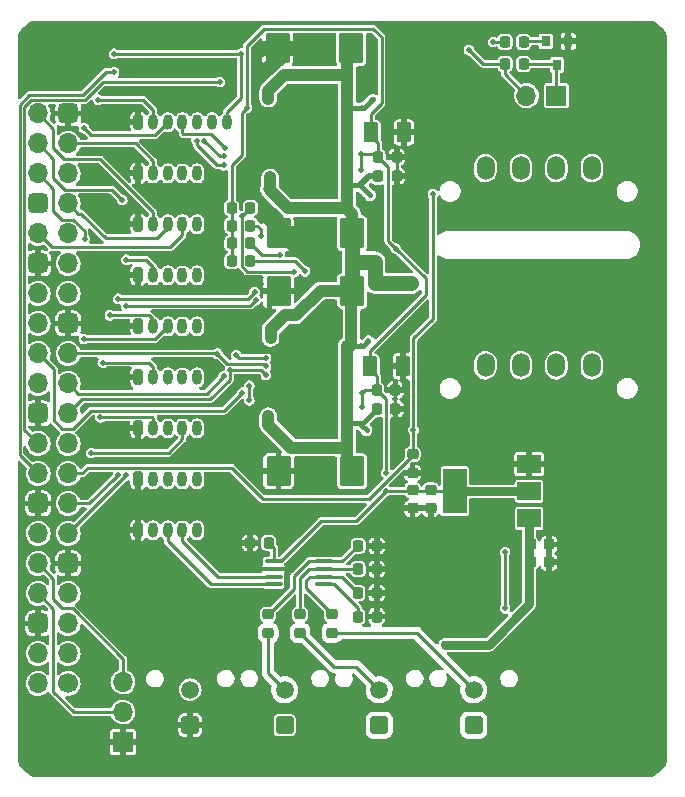
<source format=gbl>
G04 #@! TF.GenerationSoftware,KiCad,Pcbnew,6.0.5-a6ca702e91~116~ubuntu20.04.1*
G04 #@! TF.CreationDate,2022-05-10T22:13:07+02:00*
G04 #@! TF.ProjectId,rysboard,72797362-6f61-4726-942e-6b696361645f,4.2*
G04 #@! TF.SameCoordinates,Original*
G04 #@! TF.FileFunction,Copper,L2,Bot*
G04 #@! TF.FilePolarity,Positive*
%FSLAX46Y46*%
G04 Gerber Fmt 4.6, Leading zero omitted, Abs format (unit mm)*
G04 Created by KiCad (PCBNEW 6.0.5-a6ca702e91~116~ubuntu20.04.1) date 2022-05-10 22:13:07*
%MOMM*%
%LPD*%
G01*
G04 APERTURE LIST*
G04 Aperture macros list*
%AMRoundRect*
0 Rectangle with rounded corners*
0 $1 Rounding radius*
0 $2 $3 $4 $5 $6 $7 $8 $9 X,Y pos of 4 corners*
0 Add a 4 corners polygon primitive as box body*
4,1,4,$2,$3,$4,$5,$6,$7,$8,$9,$2,$3,0*
0 Add four circle primitives for the rounded corners*
1,1,$1+$1,$2,$3*
1,1,$1+$1,$4,$5*
1,1,$1+$1,$6,$7*
1,1,$1+$1,$8,$9*
0 Add four rect primitives between the rounded corners*
20,1,$1+$1,$2,$3,$4,$5,0*
20,1,$1+$1,$4,$5,$6,$7,0*
20,1,$1+$1,$6,$7,$8,$9,0*
20,1,$1+$1,$8,$9,$2,$3,0*%
G04 Aperture macros list end*
G04 #@! TA.AperFunction,ComponentPad*
%ADD10R,1.700000X1.700000*%
G04 #@! TD*
G04 #@! TA.AperFunction,ComponentPad*
%ADD11O,1.700000X1.700000*%
G04 #@! TD*
G04 #@! TA.AperFunction,ComponentPad*
%ADD12RoundRect,0.250001X0.499999X0.499999X-0.499999X0.499999X-0.499999X-0.499999X0.499999X-0.499999X0*%
G04 #@! TD*
G04 #@! TA.AperFunction,ComponentPad*
%ADD13C,1.500000*%
G04 #@! TD*
G04 #@! TA.AperFunction,ComponentPad*
%ADD14C,0.600000*%
G04 #@! TD*
G04 #@! TA.AperFunction,SMDPad,CuDef*
%ADD15R,3.400000X9.500000*%
G04 #@! TD*
G04 #@! TA.AperFunction,ComponentPad*
%ADD16RoundRect,0.200000X-0.200000X-0.450000X0.200000X-0.450000X0.200000X0.450000X-0.200000X0.450000X0*%
G04 #@! TD*
G04 #@! TA.AperFunction,ComponentPad*
%ADD17O,0.800000X1.300000*%
G04 #@! TD*
G04 #@! TA.AperFunction,ComponentPad*
%ADD18O,1.500000X2.020000*%
G04 #@! TD*
G04 #@! TA.AperFunction,ComponentPad*
%ADD19C,5.400000*%
G04 #@! TD*
G04 #@! TA.AperFunction,SMDPad,CuDef*
%ADD20RoundRect,0.250000X0.787500X1.025000X-0.787500X1.025000X-0.787500X-1.025000X0.787500X-1.025000X0*%
G04 #@! TD*
G04 #@! TA.AperFunction,SMDPad,CuDef*
%ADD21RoundRect,0.218750X-0.218750X-0.256250X0.218750X-0.256250X0.218750X0.256250X-0.218750X0.256250X0*%
G04 #@! TD*
G04 #@! TA.AperFunction,SMDPad,CuDef*
%ADD22RoundRect,0.218750X0.256250X-0.218750X0.256250X0.218750X-0.256250X0.218750X-0.256250X-0.218750X0*%
G04 #@! TD*
G04 #@! TA.AperFunction,SMDPad,CuDef*
%ADD23RoundRect,0.218750X0.218750X0.256250X-0.218750X0.256250X-0.218750X-0.256250X0.218750X-0.256250X0*%
G04 #@! TD*
G04 #@! TA.AperFunction,SMDPad,CuDef*
%ADD24RoundRect,0.100000X0.625000X0.100000X-0.625000X0.100000X-0.625000X-0.100000X0.625000X-0.100000X0*%
G04 #@! TD*
G04 #@! TA.AperFunction,SMDPad,CuDef*
%ADD25RoundRect,0.250000X-0.375000X-0.625000X0.375000X-0.625000X0.375000X0.625000X-0.375000X0.625000X0*%
G04 #@! TD*
G04 #@! TA.AperFunction,ComponentPad*
%ADD26C,1.700000*%
G04 #@! TD*
G04 #@! TA.AperFunction,ComponentPad*
%ADD27RoundRect,0.425000X-0.425000X-0.425000X0.425000X-0.425000X0.425000X0.425000X-0.425000X0.425000X0*%
G04 #@! TD*
G04 #@! TA.AperFunction,SMDPad,CuDef*
%ADD28R,0.800000X0.900000*%
G04 #@! TD*
G04 #@! TA.AperFunction,SMDPad,CuDef*
%ADD29R,2.000000X1.500000*%
G04 #@! TD*
G04 #@! TA.AperFunction,SMDPad,CuDef*
%ADD30R,2.000000X3.800000*%
G04 #@! TD*
G04 #@! TA.AperFunction,SMDPad,CuDef*
%ADD31RoundRect,0.225000X-0.250000X0.225000X-0.250000X-0.225000X0.250000X-0.225000X0.250000X0.225000X0*%
G04 #@! TD*
G04 #@! TA.AperFunction,SMDPad,CuDef*
%ADD32RoundRect,0.225000X-0.225000X-0.250000X0.225000X-0.250000X0.225000X0.250000X-0.225000X0.250000X0*%
G04 #@! TD*
G04 #@! TA.AperFunction,ViaPad*
%ADD33C,0.500000*%
G04 #@! TD*
G04 #@! TA.AperFunction,ViaPad*
%ADD34C,1.000000*%
G04 #@! TD*
G04 #@! TA.AperFunction,ViaPad*
%ADD35C,0.750000*%
G04 #@! TD*
G04 #@! TA.AperFunction,Conductor*
%ADD36C,0.250000*%
G04 #@! TD*
G04 #@! TA.AperFunction,Conductor*
%ADD37C,1.250000*%
G04 #@! TD*
G04 #@! TA.AperFunction,Conductor*
%ADD38C,0.750000*%
G04 #@! TD*
G04 #@! TA.AperFunction,Conductor*
%ADD39C,0.400000*%
G04 #@! TD*
G04 #@! TA.AperFunction,Conductor*
%ADD40C,0.500000*%
G04 #@! TD*
G04 #@! TA.AperFunction,Conductor*
%ADD41C,1.000000*%
G04 #@! TD*
G04 APERTURE END LIST*
D10*
X84700000Y-127230000D03*
D11*
X84700000Y-124690000D03*
X84700000Y-122150000D03*
D12*
X106400000Y-125800000D03*
D13*
X106400000Y-122800000D03*
D14*
X100950000Y-95785000D03*
X102250000Y-101125000D03*
X100950000Y-92225000D03*
X102250000Y-94005000D03*
X100950000Y-99345000D03*
D15*
X100950000Y-96675000D03*
D14*
X100950000Y-94005000D03*
X99650000Y-99345000D03*
X102250000Y-99345000D03*
X99650000Y-101125000D03*
X100950000Y-101125000D03*
X99650000Y-92225000D03*
X102250000Y-92225000D03*
X100950000Y-97565000D03*
X102250000Y-95785000D03*
X99650000Y-97565000D03*
X102250000Y-97565000D03*
X99650000Y-94005000D03*
X99650000Y-95785000D03*
D12*
X90400000Y-125800000D03*
D13*
X90400000Y-122800000D03*
D14*
X99650000Y-75610000D03*
X100950000Y-75610000D03*
X102250000Y-80950000D03*
X99650000Y-72050000D03*
X102250000Y-72050000D03*
X102250000Y-79170000D03*
X100950000Y-77390000D03*
X99650000Y-73830000D03*
X99650000Y-79170000D03*
X99650000Y-77390000D03*
X100950000Y-73830000D03*
X100950000Y-79170000D03*
X102250000Y-75610000D03*
X100950000Y-72050000D03*
X99650000Y-80950000D03*
X100950000Y-80950000D03*
X102250000Y-73830000D03*
X102250000Y-77390000D03*
D15*
X100950000Y-76500000D03*
D16*
X85992000Y-96354000D03*
D17*
X87242000Y-96354000D03*
X88492000Y-96354000D03*
X89742000Y-96354000D03*
X90992000Y-96354000D03*
D16*
X85992000Y-92036000D03*
D17*
X87242000Y-92036000D03*
X88492000Y-92036000D03*
X89742000Y-92036000D03*
X90992000Y-92036000D03*
D16*
X85992000Y-87718000D03*
D17*
X87242000Y-87718000D03*
X88492000Y-87718000D03*
X89742000Y-87718000D03*
X90992000Y-87718000D03*
D16*
X85992000Y-104990000D03*
D17*
X87242000Y-104990000D03*
X88492000Y-104990000D03*
X89742000Y-104990000D03*
X90992000Y-104990000D03*
D16*
X85992000Y-83400000D03*
D17*
X87242000Y-83400000D03*
X88492000Y-83400000D03*
X89742000Y-83400000D03*
X90992000Y-83400000D03*
D16*
X85992000Y-79082000D03*
D17*
X87242000Y-79082000D03*
X88492000Y-79082000D03*
X89742000Y-79082000D03*
X90992000Y-79082000D03*
D18*
X124400000Y-78640000D03*
X121400000Y-78640000D03*
X118400000Y-78640000D03*
X115400000Y-78640000D03*
X124400000Y-95325000D03*
X121400000Y-95325000D03*
X118400000Y-95325000D03*
X115400000Y-95325000D03*
D12*
X114400000Y-125800000D03*
D13*
X114400000Y-122800000D03*
D19*
X78800000Y-127150000D03*
X78800000Y-69150000D03*
X127800000Y-69150000D03*
X127800000Y-127150000D03*
D16*
X85992000Y-109308000D03*
D17*
X87242000Y-109308000D03*
X88492000Y-109308000D03*
X89742000Y-109308000D03*
X90992000Y-109308000D03*
D16*
X85992000Y-100672000D03*
D17*
X87242000Y-100672000D03*
X88492000Y-100672000D03*
X89742000Y-100672000D03*
X90992000Y-100672000D03*
D12*
X98400000Y-125800000D03*
D13*
X98400000Y-122800000D03*
D16*
X85992000Y-74764000D03*
D17*
X87242000Y-74764000D03*
X88492000Y-74764000D03*
X89742000Y-74764000D03*
X90992000Y-74764000D03*
X92242000Y-74764000D03*
X93492000Y-74764000D03*
D10*
X121400000Y-72500000D03*
D11*
X118860000Y-72500000D03*
D20*
X104100000Y-104300000D03*
X97875000Y-104300000D03*
X104100000Y-89050000D03*
X97875000Y-89050000D03*
D21*
X106312500Y-79300000D03*
X107887500Y-79300000D03*
D22*
X109220000Y-104445000D03*
X109220000Y-102870000D03*
D21*
X93925000Y-86500000D03*
X95500000Y-86500000D03*
D23*
X106187500Y-110600000D03*
X104612500Y-110600000D03*
D22*
X99700000Y-117987500D03*
X99700000Y-116412500D03*
D23*
X106187500Y-112600000D03*
X104612500Y-112600000D03*
D22*
X102400000Y-117987500D03*
X102400000Y-116412500D03*
D23*
X106175000Y-114600000D03*
X104600000Y-114600000D03*
X106175000Y-116600000D03*
X104600000Y-116600000D03*
D21*
X93925000Y-85000000D03*
X95500000Y-85000000D03*
D24*
X101750000Y-111925000D03*
X101750000Y-112575000D03*
X101750000Y-113225000D03*
X101750000Y-113875000D03*
X97450000Y-113875000D03*
X97450000Y-113225000D03*
X97450000Y-112575000D03*
X97450000Y-111925000D03*
D22*
X97000000Y-117987500D03*
X97000000Y-116412500D03*
D20*
X104025000Y-68500000D03*
X97800000Y-68500000D03*
D25*
X105700000Y-75600000D03*
X108500000Y-75600000D03*
D21*
X106300000Y-77700000D03*
X107875000Y-77700000D03*
X106200000Y-99000000D03*
X107775000Y-99000000D03*
D25*
X105600000Y-95400000D03*
X108400000Y-95400000D03*
D21*
X106200000Y-97400000D03*
X107775000Y-97400000D03*
X93912500Y-82000000D03*
X95487500Y-82000000D03*
D20*
X104100000Y-84150000D03*
X97875000Y-84150000D03*
D21*
X93925000Y-83500000D03*
X95500000Y-83500000D03*
D26*
X80064500Y-122271100D03*
D11*
X77524500Y-122271100D03*
X80064500Y-119731100D03*
X77524500Y-119731100D03*
X80064500Y-117191100D03*
D27*
X77524500Y-117191100D03*
D11*
X80064500Y-114651100D03*
X77524500Y-114651100D03*
D27*
X80064500Y-112111100D03*
D11*
X77524500Y-112111100D03*
X80064500Y-109571100D03*
X77524500Y-109571100D03*
X80064500Y-107031100D03*
D27*
X77524500Y-107031100D03*
D11*
X80064500Y-104491100D03*
X77524500Y-104491100D03*
X80064500Y-101951100D03*
X77524500Y-101951100D03*
X80064500Y-99411100D03*
D27*
X77524500Y-99411100D03*
D11*
X80064500Y-96871100D03*
X77524500Y-96871100D03*
X80064500Y-94331100D03*
X77524500Y-94331100D03*
D27*
X80064500Y-91791100D03*
D11*
X77524500Y-91791100D03*
X80064500Y-89251100D03*
X77524500Y-89251100D03*
X80064500Y-86711100D03*
D27*
X77524500Y-86711100D03*
D11*
X80064500Y-84171100D03*
X77524500Y-84171100D03*
X80064500Y-81631100D03*
D27*
X77524500Y-81631100D03*
D11*
X80064500Y-79091100D03*
X77524500Y-79091100D03*
X80064500Y-76551100D03*
X77524500Y-76551100D03*
D27*
X80064500Y-74011100D03*
D11*
X77524500Y-74011100D03*
D23*
X97050000Y-110350000D03*
X95475000Y-110350000D03*
D21*
X117050000Y-69800000D03*
X118625000Y-69800000D03*
D28*
X120500000Y-67900000D03*
X122400000Y-67900000D03*
X121450000Y-69900000D03*
D21*
X117050000Y-67950000D03*
X118625000Y-67950000D03*
D29*
X119100000Y-103700000D03*
X119100000Y-106000000D03*
D30*
X112800000Y-106000000D03*
D29*
X119100000Y-108300000D03*
D31*
X109220000Y-105900000D03*
X109220000Y-107450000D03*
D32*
X119225000Y-110500000D03*
X120775000Y-110500000D03*
X119225000Y-112000000D03*
X120775000Y-112000000D03*
D31*
X110750000Y-105900000D03*
X110750000Y-107450000D03*
D33*
X112021500Y-111903000D03*
X113226500Y-111903000D03*
X113200000Y-113500000D03*
X112000000Y-113500000D03*
X117300000Y-66850000D03*
X115100000Y-66850000D03*
X116200000Y-66850000D03*
X112900000Y-66850000D03*
X114000000Y-66850000D03*
X82200000Y-74250000D03*
X89700000Y-76850000D03*
X83300000Y-74250000D03*
X123900000Y-66850000D03*
X125600000Y-105800000D03*
X92900000Y-100650000D03*
X95900000Y-108300000D03*
X109600000Y-67850000D03*
X110700000Y-104720000D03*
X89100000Y-95150000D03*
X112900000Y-120000000D03*
X101750000Y-68100000D03*
X96700000Y-107500000D03*
X107300000Y-114600000D03*
X125600000Y-102400000D03*
X96500000Y-82500000D03*
X101100000Y-105350000D03*
X124500000Y-108200000D03*
X98300000Y-109100000D03*
X94300000Y-109100000D03*
X99500000Y-84750000D03*
X87850000Y-86650000D03*
X107650002Y-100300000D03*
X106450000Y-84550000D03*
X123900000Y-68750000D03*
X84050000Y-113250000D03*
X106700000Y-108600000D03*
X128700000Y-82150000D03*
X95600000Y-100650000D03*
X107400000Y-109300000D03*
X117500000Y-90250000D03*
X118400000Y-66850000D03*
X112530000Y-99780000D03*
X100550000Y-67500000D03*
X107400000Y-66850000D03*
X122270000Y-125280000D03*
X98900000Y-115500000D03*
X99100000Y-107500000D03*
X125600000Y-101200000D03*
X114000000Y-67850000D03*
X108300000Y-114600000D03*
X95850000Y-77100000D03*
X83550000Y-100800000D03*
X111680000Y-100630000D03*
X96374500Y-88410000D03*
X81800000Y-79000000D03*
X90050000Y-70500000D03*
X107900000Y-87100000D03*
X108025000Y-80225000D03*
X95350000Y-76750000D03*
X107400000Y-107900000D03*
X115100000Y-67850000D03*
X95900000Y-107500000D03*
X100400000Y-120650000D03*
X90500000Y-120450000D03*
X125600000Y-108200000D03*
X108550000Y-87100000D03*
X95900000Y-109100000D03*
X114400000Y-127950000D03*
X107250000Y-87100000D03*
X106700000Y-107900000D03*
X111800000Y-67850000D03*
X109700000Y-84850000D03*
X95600000Y-102650000D03*
X111800000Y-66850000D03*
X129400000Y-114950000D03*
X115300000Y-91250000D03*
X119500000Y-66850000D03*
X123400000Y-107000000D03*
X95350000Y-77350000D03*
X86000000Y-107250000D03*
X122800000Y-66850000D03*
X81600000Y-96000000D03*
X107400000Y-108600000D03*
X108500000Y-67850000D03*
X121700000Y-66850000D03*
X122800000Y-118200000D03*
X98400000Y-128050000D03*
X105300000Y-128050000D03*
X102350000Y-67500000D03*
X82650000Y-82900000D03*
X115500000Y-127950000D03*
X105800000Y-67500000D03*
X108975000Y-80225000D03*
X111800000Y-76125000D03*
X112900000Y-67850000D03*
X105750000Y-84550000D03*
X113430000Y-99780000D03*
X81650000Y-121700000D03*
X123400000Y-101200000D03*
X91900000Y-95600000D03*
X123400000Y-100000000D03*
X126500000Y-83250000D03*
X103650000Y-107550000D03*
X101050000Y-84750000D03*
X93400000Y-112000000D03*
X129800000Y-82150000D03*
X86900000Y-93700000D03*
X92900000Y-102650000D03*
X81650000Y-119300000D03*
X95900000Y-69700000D03*
X93800000Y-101650000D03*
X108550000Y-92200000D03*
X91750000Y-80450000D03*
X125600000Y-107000000D03*
X86050000Y-93700000D03*
X90950000Y-70500000D03*
X99100000Y-108300000D03*
X83600000Y-92150000D03*
X111680000Y-99780000D03*
X82600000Y-77150000D03*
X95100000Y-108300000D03*
X123900000Y-69700000D03*
X95350000Y-76050000D03*
X100200000Y-88800000D03*
X106550000Y-92200000D03*
X94700000Y-100650000D03*
X88200000Y-120450000D03*
X97100000Y-70300000D03*
X100000000Y-105350000D03*
X114860000Y-107220000D03*
X82750000Y-79000000D03*
X120800000Y-90250000D03*
X113300000Y-127950000D03*
X107700000Y-119850000D03*
X112700000Y-118200000D03*
X81650000Y-120100000D03*
X102450000Y-84350000D03*
X91750000Y-85400000D03*
X87100000Y-107250000D03*
X93800000Y-99800000D03*
X129400000Y-116050000D03*
X91750000Y-86100000D03*
X120600000Y-66850000D03*
X95600000Y-101650000D03*
X95900000Y-70300000D03*
X109600000Y-66850000D03*
X94900000Y-78300000D03*
X127600000Y-83250000D03*
X96700000Y-108300000D03*
X99950000Y-67500000D03*
X87750000Y-95050000D03*
X101150000Y-68100000D03*
X100600000Y-84350000D03*
X82700000Y-84800000D03*
X113430000Y-100630000D03*
X94700000Y-99800000D03*
X123900000Y-67800000D03*
X93800000Y-97550000D03*
X81650000Y-120900000D03*
X114000000Y-120000000D03*
X90450000Y-67050000D03*
X83350000Y-96000000D03*
X83500000Y-77150000D03*
X100100000Y-85450000D03*
X81800000Y-79750000D03*
X127600000Y-82150000D03*
X97300000Y-128050000D03*
X108750000Y-100275000D03*
X87750000Y-93650000D03*
X125600000Y-100000000D03*
X81900000Y-115100000D03*
X99500000Y-84100000D03*
X109250000Y-92200000D03*
X105070000Y-72520000D03*
X96700000Y-109100000D03*
X117500000Y-91250000D03*
X105650000Y-92200000D03*
X88500000Y-67050000D03*
X91750000Y-81300000D03*
X124500000Y-102400000D03*
X97350000Y-82200000D03*
X124000000Y-114500000D03*
X124500000Y-107000000D03*
X91000000Y-72450000D03*
X122270000Y-121810000D03*
X99400000Y-68100000D03*
X81650000Y-86450000D03*
X88600000Y-76850000D03*
X82100000Y-84200000D03*
X102200000Y-105350000D03*
X101550000Y-84350000D03*
X98200000Y-120650000D03*
X97500000Y-107500000D03*
X92900000Y-101650000D03*
X82800000Y-100800000D03*
X118600000Y-91250000D03*
X101150000Y-67500000D03*
X108400000Y-84850000D03*
X96450000Y-81400000D03*
X105800000Y-68100000D03*
X81450000Y-98900000D03*
X98300000Y-108300000D03*
X93800000Y-102650000D03*
X91600000Y-120450000D03*
X106700000Y-109300000D03*
X111800000Y-77850000D03*
X125400000Y-82150000D03*
X82750000Y-79750000D03*
X114280000Y-100630000D03*
X83350000Y-96850000D03*
X99100000Y-112100000D03*
X92100000Y-72450000D03*
X123400000Y-102400000D03*
X95800000Y-114800000D03*
X109050000Y-84850000D03*
X129400000Y-113850000D03*
X123400000Y-105800000D03*
X84400000Y-77150000D03*
X123400000Y-108200000D03*
X96500000Y-70300000D03*
X111800000Y-74275000D03*
X87850000Y-86050000D03*
X101750000Y-67500000D03*
X104600000Y-109300000D03*
X99400000Y-67500000D03*
X123500000Y-118200000D03*
X91750000Y-92900000D03*
X119700000Y-90250000D03*
X97500000Y-108300000D03*
X111800000Y-75550000D03*
X106000000Y-109300000D03*
X128700000Y-83250000D03*
X95900000Y-70900000D03*
X124500000Y-100000000D03*
X96300000Y-76100000D03*
X100550000Y-68100000D03*
X81650000Y-87150000D03*
X107400000Y-67850000D03*
X96300000Y-76700000D03*
X95100000Y-109100000D03*
X94300000Y-107500000D03*
X129800000Y-83250000D03*
X124500000Y-101200000D03*
X124200000Y-118200000D03*
X125300000Y-122250000D03*
X91750000Y-82150000D03*
X99100000Y-109100000D03*
X97000000Y-76200000D03*
X115300000Y-90250000D03*
X106000000Y-108600000D03*
X99300000Y-120650000D03*
X91750000Y-93650000D03*
X81500000Y-115650000D03*
X94700000Y-101650000D03*
X95750000Y-66550000D03*
X116400000Y-90250000D03*
X118600000Y-90250000D03*
X91750000Y-84700000D03*
X93800000Y-100650000D03*
X119700000Y-91250000D03*
X126500000Y-82150000D03*
X112530000Y-100630000D03*
X96750000Y-81950000D03*
X95100000Y-107500000D03*
X96000000Y-68350000D03*
X117010000Y-104680000D03*
X81950000Y-92300000D03*
X102000000Y-84750000D03*
X111800000Y-74900000D03*
X106600000Y-119850000D03*
X95600000Y-99800000D03*
X108500000Y-66850000D03*
X87700000Y-72450000D03*
X98300000Y-107500000D03*
X124300000Y-83250000D03*
X89900000Y-72450000D03*
X106400000Y-128050000D03*
X84050000Y-112250000D03*
X81600000Y-96900000D03*
X84450000Y-74250000D03*
X92900000Y-99800000D03*
X88800000Y-72450000D03*
X110900000Y-116700000D03*
X95350000Y-77900000D03*
X82000000Y-100800000D03*
X117010000Y-108240000D03*
X120800000Y-91250000D03*
X107500000Y-128050000D03*
X99500000Y-85450000D03*
X82700000Y-104600000D03*
X102350000Y-68100000D03*
X89400000Y-120450000D03*
X110700000Y-67850000D03*
X110700000Y-66850000D03*
X124000000Y-113400000D03*
X94300000Y-108300000D03*
X82700000Y-105250000D03*
X100100000Y-84750000D03*
X124500000Y-105800000D03*
X125400000Y-83250000D03*
X107775000Y-98225000D03*
X95800000Y-76400000D03*
X82350000Y-114600000D03*
X87100000Y-120450000D03*
X105800000Y-104600000D03*
X105300000Y-109300000D03*
X95000000Y-66550000D03*
X108800000Y-119850000D03*
X89500000Y-67050000D03*
X114280000Y-99780000D03*
X97500000Y-109100000D03*
X94700000Y-102650000D03*
X91900000Y-94950000D03*
X93200000Y-98150000D03*
X102950000Y-107550000D03*
X82200000Y-82450000D03*
X81750000Y-82000000D03*
X99500000Y-128050000D03*
X124300000Y-82150000D03*
X84050000Y-111300000D03*
X124000000Y-115600000D03*
X99950000Y-68100000D03*
X116400000Y-91250000D03*
X84050000Y-120750000D03*
X84900000Y-107250000D03*
X81950000Y-91650000D03*
X111800000Y-76700000D03*
X111800000Y-77275000D03*
X89100000Y-93650000D03*
X87500000Y-76850000D03*
X95200000Y-73550000D03*
X107800000Y-85450000D03*
X104850000Y-77450000D03*
X107012510Y-104437490D03*
X107012510Y-105962510D03*
X104850000Y-78800000D03*
X104950000Y-97650000D03*
X104931585Y-98897054D03*
X97000000Y-99650000D03*
X105100000Y-80400000D03*
X96850000Y-72150000D03*
X104949999Y-73550001D03*
X96800000Y-100400000D03*
X96987500Y-72762500D03*
D34*
X107150000Y-88400000D03*
D33*
X96950000Y-92150000D03*
D34*
X106100000Y-88400000D03*
D33*
X105325000Y-100825000D03*
X97000000Y-92950000D03*
X105492500Y-93302500D03*
X104875000Y-100375000D03*
D34*
X108200000Y-88400000D03*
D33*
X105625000Y-80925000D03*
D34*
X109250000Y-88400000D03*
D33*
X96800067Y-80400000D03*
X97012500Y-79562500D03*
X104889998Y-93730002D03*
X105788407Y-72888407D03*
X94674990Y-68945932D03*
D35*
X112000000Y-119000000D03*
D33*
X114000000Y-68649990D03*
X83950000Y-68950000D03*
X84650000Y-81350000D03*
X85000000Y-86400002D03*
X83000011Y-95100000D03*
X81450000Y-84600000D03*
X83600000Y-91100000D03*
X82800000Y-99750009D03*
X81400000Y-93100000D03*
X81400000Y-75249994D03*
X94800000Y-97650000D03*
X96823226Y-95430748D03*
X92700004Y-94350000D03*
X93350000Y-76950000D03*
X82600000Y-72850000D03*
X93221896Y-96278727D03*
X90950062Y-76309805D03*
X93221896Y-78400000D03*
X93746906Y-95750000D03*
X93250000Y-77600000D03*
X91600000Y-76300000D03*
X96800000Y-96150000D03*
X92899978Y-71350000D03*
X83950000Y-70500000D03*
X110950000Y-80849994D03*
X109300010Y-100825000D03*
X82000000Y-102750000D03*
X94274990Y-94450000D03*
X96813061Y-94723577D03*
X95850000Y-89150000D03*
X84300000Y-89700006D03*
X84296738Y-104596384D03*
X95950000Y-89820000D03*
X84983538Y-90324752D03*
X84999998Y-104650000D03*
X100121270Y-87366141D03*
X99200000Y-87400000D03*
X94774990Y-82712510D03*
X95400000Y-97050000D03*
X96350000Y-84400000D03*
X95400000Y-98300000D03*
X98000000Y-85974990D03*
X116050000Y-67950000D03*
X117050000Y-111150000D03*
X117056009Y-115910000D03*
D36*
X107775000Y-98225000D02*
X107775000Y-97400000D01*
D37*
X101050000Y-84750000D02*
X100600000Y-84350000D01*
X100100000Y-84750000D02*
X100100000Y-85450000D01*
X100100000Y-85450000D02*
X99500000Y-85450000D01*
X99500000Y-85450000D02*
X101050000Y-84750000D01*
X99500000Y-84750000D02*
X100100000Y-84750000D01*
X99500000Y-84100000D02*
X99500000Y-84750000D01*
D38*
X96750000Y-81950000D02*
X96500000Y-82500000D01*
D36*
X108025000Y-80225000D02*
X108975000Y-80225000D01*
X96374500Y-88924500D02*
X96450000Y-89000000D01*
D39*
X97050000Y-89837500D02*
X97050000Y-90864644D01*
D37*
X97875000Y-84150000D02*
X98200000Y-84150000D01*
D36*
X107887500Y-77712500D02*
X107875000Y-77700000D01*
X108350000Y-97400000D02*
X108400000Y-97350000D01*
D37*
X97800000Y-68500000D02*
X100150000Y-68500000D01*
D36*
X95950000Y-73350000D02*
X95950000Y-70950000D01*
D37*
X97800000Y-68500000D02*
X96300000Y-68500000D01*
D36*
X100424990Y-98824990D02*
X100900000Y-99300000D01*
X107887500Y-80087500D02*
X108025000Y-80225000D01*
X95950000Y-73350000D02*
X96450000Y-73850000D01*
D39*
X97887500Y-89000000D02*
X97050000Y-89837500D01*
D36*
X95950000Y-70950000D02*
X95900000Y-70900000D01*
X107775000Y-100175002D02*
X107650002Y-100300000D01*
X107775000Y-97400000D02*
X108350000Y-97400000D01*
D38*
X97875000Y-84150000D02*
X97875000Y-82875000D01*
D40*
X110750000Y-107450000D02*
X109220000Y-107450000D01*
D36*
X107775000Y-99000000D02*
X107775000Y-98225000D01*
D37*
X97800000Y-69374991D02*
X97780452Y-69374991D01*
X98200000Y-84150000D02*
X99500000Y-85450000D01*
X97875000Y-84150000D02*
X97875000Y-83674990D01*
D36*
X107775000Y-99000000D02*
X107775000Y-99300000D01*
D37*
X97875000Y-83674990D02*
X96700010Y-82500000D01*
X97875000Y-84150000D02*
X99500000Y-84100000D01*
X97800000Y-68500000D02*
X97800000Y-69374991D01*
D39*
X97050000Y-90864644D02*
X96250000Y-91664644D01*
D37*
X96974989Y-70180454D02*
X96974989Y-70180455D01*
D36*
X113226500Y-113473500D02*
X113200000Y-113500000D01*
D39*
X96250000Y-93700000D02*
X96660000Y-94110000D01*
D36*
X96200000Y-68600000D02*
X95950000Y-68850000D01*
D38*
X97300000Y-82300000D02*
X97300000Y-82400000D01*
D37*
X97780452Y-69374991D02*
X96974989Y-70180454D01*
D36*
X96450000Y-89000000D02*
X97887500Y-89000000D01*
X107887500Y-79300000D02*
X107887500Y-80087500D01*
X107887500Y-79300000D02*
X107887500Y-77712500D01*
D38*
X97300000Y-82400000D02*
X96750000Y-81950000D01*
D36*
X107775000Y-99000000D02*
X107775000Y-100175002D01*
D38*
X97875000Y-82875000D02*
X97300000Y-82300000D01*
D39*
X96250000Y-91664644D02*
X96250000Y-93700000D01*
X96660000Y-94110000D02*
X100930000Y-94110000D01*
D37*
X96300000Y-68500000D02*
X96200000Y-68600000D01*
D36*
X99724990Y-78624990D02*
X100300000Y-79200000D01*
X108400000Y-97350000D02*
X108400000Y-95400000D01*
X96450000Y-73850000D02*
X100950000Y-73850000D01*
X96374500Y-88410000D02*
X96374500Y-88924500D01*
D37*
X100150000Y-68500000D02*
X100550000Y-68100000D01*
D36*
X105600000Y-94100000D02*
X110320000Y-89380000D01*
X107150000Y-78550000D02*
X107150000Y-84800000D01*
X107150000Y-84800000D02*
X107550001Y-85200001D01*
X93925000Y-83500000D02*
X93925000Y-85000000D01*
X110320000Y-87970000D02*
X107800000Y-85450000D01*
X97487500Y-111925000D02*
X97487500Y-110787500D01*
X104850000Y-77450000D02*
X106050000Y-77450000D01*
X105600000Y-95650000D02*
X106200000Y-96250000D01*
X96650010Y-66849990D02*
X105899990Y-66849990D01*
X106300000Y-77700000D02*
X107150000Y-78550000D01*
X105600000Y-95400000D02*
X105600000Y-95650000D01*
X107050000Y-106000000D02*
X112800000Y-106000000D01*
X106200000Y-96250000D02*
X106200000Y-97400000D01*
X93912500Y-83487500D02*
X93925000Y-83500000D01*
X97487500Y-110787500D02*
X97050000Y-110350000D01*
X107550001Y-85200001D02*
X107800000Y-85450000D01*
D38*
X119100000Y-106000000D02*
X112800000Y-106000000D01*
D36*
X110320000Y-89380000D02*
X110320000Y-87970000D01*
X95200000Y-68300000D02*
X96650010Y-66849990D01*
X106600000Y-67550000D02*
X106600000Y-73150000D01*
X104437520Y-108537500D02*
X107012510Y-105962510D01*
X105700000Y-75900000D02*
X105700000Y-75600000D01*
X104850000Y-78800000D02*
X104850000Y-77450000D01*
X106300000Y-77700000D02*
X106300000Y-76500000D01*
X95200000Y-73550000D02*
X94800000Y-73950000D01*
X105700000Y-74050000D02*
X105700000Y-75600000D01*
X93912500Y-78387500D02*
X93912500Y-82000000D01*
X101442500Y-108537500D02*
X98055000Y-111925000D01*
X98055000Y-111925000D02*
X97487500Y-111925000D01*
X95200000Y-73550000D02*
X95200000Y-68300000D01*
X104950000Y-97650000D02*
X105200000Y-97400000D01*
X105200000Y-97400000D02*
X106200000Y-97400000D01*
X106200000Y-97400000D02*
X107012510Y-98212510D01*
X106050000Y-77450000D02*
X106300000Y-77700000D01*
X94800000Y-73950000D02*
X94800000Y-77500000D01*
X93925000Y-85000000D02*
X93925000Y-86500000D01*
X107012510Y-98212510D02*
X107012510Y-104437490D01*
X106300000Y-76500000D02*
X105700000Y-75900000D01*
X105600000Y-95400000D02*
X105600000Y-94100000D01*
X106600000Y-73150000D02*
X105700000Y-74050000D01*
X104950000Y-98878639D02*
X104931585Y-98897054D01*
X105899990Y-66849990D02*
X106600000Y-67550000D01*
X104950000Y-97650000D02*
X104950000Y-98878639D01*
X93912500Y-82000000D02*
X93912500Y-83487500D01*
X94800000Y-77500000D02*
X93912500Y-78387500D01*
X101442500Y-108537500D02*
X104437520Y-108537500D01*
D39*
X104875000Y-100375000D02*
X105325000Y-100825000D01*
X104949999Y-73550001D02*
X105099999Y-73550001D01*
D41*
X97000000Y-99650000D02*
X97000000Y-100345002D01*
D39*
X105100000Y-80400000D02*
X105625000Y-80925000D01*
D37*
X108200000Y-88400000D02*
X109100000Y-88400000D01*
X107150000Y-88400000D02*
X108200000Y-88400000D01*
D41*
X103449999Y-82000001D02*
X98649999Y-82000001D01*
X103669996Y-93750000D02*
X103649998Y-93730002D01*
X97000000Y-72100000D02*
X97000000Y-72750000D01*
D39*
X104799999Y-80099999D02*
X105100000Y-80400000D01*
D37*
X104112500Y-86562500D02*
X106050000Y-86562500D01*
D39*
X103649998Y-100239998D02*
X104739998Y-100239998D01*
D41*
X104050000Y-90110004D02*
X104050000Y-93500000D01*
D39*
X104799999Y-80049999D02*
X104799999Y-80099999D01*
D41*
X97200010Y-92299990D02*
X97200010Y-93000000D01*
X101450000Y-89000000D02*
X99350000Y-91100000D01*
X103800000Y-93750000D02*
X103669996Y-93750000D01*
X98649999Y-82000001D02*
X97150000Y-80500002D01*
D39*
X103699999Y-73550001D02*
X104949999Y-73550001D01*
D41*
X103649998Y-93730002D02*
X103649998Y-100239998D01*
D39*
X104750000Y-100250000D02*
X105000000Y-100250000D01*
D37*
X106050000Y-88350000D02*
X106100000Y-88400000D01*
D41*
X97000000Y-100345002D02*
X98954998Y-102300000D01*
D39*
X104739998Y-100239998D02*
X104875000Y-100375000D01*
D41*
X104050000Y-93500000D02*
X103800000Y-93750000D01*
D39*
X105064998Y-93730002D02*
X105492500Y-93302500D01*
D37*
X106100000Y-88400000D02*
X107000000Y-88400000D01*
D41*
X99350000Y-91100000D02*
X98400000Y-91100000D01*
D37*
X104112500Y-89000000D02*
X104112500Y-86562500D01*
D40*
X104799999Y-80049999D02*
X105549998Y-79300000D01*
D39*
X103699999Y-80049999D02*
X104799999Y-80049999D01*
D41*
X103699999Y-68750001D02*
X103950000Y-68500000D01*
D39*
X104889998Y-93730002D02*
X105064998Y-93730002D01*
D41*
X103699999Y-80049999D02*
X103699999Y-73550001D01*
X98954998Y-102300000D02*
X103600000Y-102300000D01*
X103699999Y-73550001D02*
X103699999Y-70750001D01*
D37*
X106050000Y-86562500D02*
X106050000Y-88350000D01*
X104112500Y-86562500D02*
X104112500Y-84162500D01*
D41*
X103699999Y-70750001D02*
X103699999Y-68750001D01*
X103649998Y-100239998D02*
X103649998Y-104099998D01*
D37*
X104112500Y-84162500D02*
X104100000Y-84150000D01*
D41*
X98400000Y-91100000D02*
X97200010Y-92299990D01*
X104100000Y-84150000D02*
X104100000Y-82500000D01*
D39*
X106200000Y-99050000D02*
X106200000Y-99000000D01*
D41*
X103699999Y-82099999D02*
X103699999Y-80049999D01*
X104112500Y-89000000D02*
X101450000Y-89000000D01*
D40*
X105549998Y-79300000D02*
X106312500Y-79300000D01*
D41*
X103699999Y-70750001D02*
X98349999Y-70750001D01*
D37*
X107000000Y-88400000D02*
X107150000Y-88400000D01*
D39*
X103649998Y-93730002D02*
X104889998Y-93730002D01*
X105099999Y-73550001D02*
X105850000Y-72800000D01*
X105000000Y-100250000D02*
X106200000Y-99050000D01*
D41*
X104100000Y-82500000D02*
X103699999Y-82099999D01*
X98349999Y-70750001D02*
X97000000Y-72100000D01*
X97150000Y-80500002D02*
X97150000Y-79425000D01*
D36*
X117050000Y-69800000D02*
X115150010Y-69800000D01*
D38*
X112000000Y-119000000D02*
X115670000Y-119000000D01*
X119100000Y-115570000D02*
X119100000Y-108300000D01*
D36*
X94674990Y-72681010D02*
X94674990Y-68945932D01*
X117050000Y-70275000D02*
X117050000Y-69800000D01*
D38*
X115670000Y-119000000D02*
X119100000Y-115570000D01*
D36*
X118850000Y-72500000D02*
X117050000Y-70700000D01*
X117050000Y-70700000D02*
X117050000Y-70275000D01*
X94674990Y-68945932D02*
X83954068Y-68945932D01*
X93492000Y-73864000D02*
X94674990Y-72681010D01*
X115150010Y-69800000D02*
X114000000Y-68649990D01*
X93492000Y-74764000D02*
X93492000Y-73864000D01*
X83954068Y-68945932D02*
X83950000Y-68950000D01*
X121350000Y-69800000D02*
X121450000Y-69900000D01*
X121390000Y-69960000D02*
X121450000Y-69900000D01*
X118625000Y-69800000D02*
X121350000Y-69800000D01*
X121390000Y-72500000D02*
X121390000Y-69960000D01*
X102400000Y-117987500D02*
X109587500Y-117987500D01*
X109587500Y-117987500D02*
X114400000Y-122800000D01*
X87242000Y-82364996D02*
X87242000Y-83400000D01*
X78800000Y-76951602D02*
X79748398Y-77900000D01*
X78800000Y-75286600D02*
X78800000Y-76951602D01*
X77524500Y-74011100D02*
X78800000Y-75286600D01*
X82777004Y-77900000D02*
X87242000Y-82364996D01*
X79748398Y-77900000D02*
X82777004Y-77900000D01*
X85353553Y-86400002D02*
X85000000Y-86400002D01*
X78800000Y-77826600D02*
X78800000Y-79491602D01*
X87242000Y-86992000D02*
X86650002Y-86400002D01*
X78800000Y-79491602D02*
X79758399Y-80450001D01*
X87242000Y-87718000D02*
X87242000Y-86992000D01*
X77524500Y-76551100D02*
X78800000Y-77826600D01*
X84400001Y-81100001D02*
X84650000Y-81350000D01*
X79758399Y-80450001D02*
X83750001Y-80450001D01*
X83750001Y-80450001D02*
X84400001Y-81100001D01*
X86650002Y-86400002D02*
X85353553Y-86400002D01*
X80064500Y-76551100D02*
X85801100Y-76551100D01*
X87242000Y-77992000D02*
X87242000Y-79082000D01*
X85801100Y-76551100D02*
X87242000Y-77992000D01*
X80503554Y-83000001D02*
X81450000Y-83946447D01*
X78800000Y-82250000D02*
X79550001Y-83000001D01*
X83353564Y-95100000D02*
X83000011Y-95100000D01*
X81450000Y-84246447D02*
X81450000Y-84600000D01*
X86888000Y-95100000D02*
X83353564Y-95100000D01*
X78800000Y-80366600D02*
X78800000Y-82250000D01*
X79550001Y-83000001D02*
X80503554Y-83000001D01*
X87242000Y-95454000D02*
X86888000Y-95100000D01*
X81450000Y-83946447D02*
X81450000Y-84246447D01*
X77524500Y-79091100D02*
X78800000Y-80366600D01*
X87242000Y-96354000D02*
X87242000Y-95454000D01*
X86900000Y-91100000D02*
X83600000Y-91100000D01*
X87242000Y-91442000D02*
X86900000Y-91100000D01*
X87242000Y-92036000D02*
X87242000Y-91442000D01*
X83227004Y-84550000D02*
X87592000Y-84550000D01*
X80064500Y-81631100D02*
X80914499Y-82481099D01*
X87592000Y-84550000D02*
X88492000Y-83650000D01*
X80914499Y-82481099D02*
X81158103Y-82481099D01*
X88492000Y-83650000D02*
X88492000Y-83400000D01*
X81158103Y-82481099D02*
X83227004Y-84550000D01*
X77524500Y-84171100D02*
X78703400Y-85350000D01*
X89742000Y-84300000D02*
X89742000Y-83400000D01*
X78703400Y-85350000D02*
X88692000Y-85350000D01*
X88692000Y-85350000D02*
X89742000Y-84300000D01*
X87242000Y-99772000D02*
X87166990Y-99696990D01*
X87166990Y-99696990D02*
X83206572Y-99696990D01*
X83206572Y-99696990D02*
X83153553Y-99750009D01*
X83153553Y-99750009D02*
X82800000Y-99750009D01*
X87242000Y-100672000D02*
X87242000Y-99772000D01*
X88492000Y-92036000D02*
X87428000Y-93100000D01*
X81753553Y-93100000D02*
X81400000Y-93100000D01*
X87428000Y-93100000D02*
X81753553Y-93100000D01*
X82000006Y-75850000D02*
X81649999Y-75499993D01*
X81649999Y-75499993D02*
X81400000Y-75249994D01*
X88492000Y-74764000D02*
X87406000Y-75850000D01*
X87406000Y-75850000D02*
X82000006Y-75850000D01*
X78850000Y-100000000D02*
X79550000Y-100700000D01*
X78850000Y-95656600D02*
X78850000Y-100000000D01*
X94550001Y-97899999D02*
X94800000Y-97650000D01*
X82025001Y-99174999D02*
X93275001Y-99174999D01*
X77524500Y-94331100D02*
X78850000Y-95656600D01*
X93275001Y-99174999D02*
X94550001Y-97899999D01*
X79550000Y-100700000D02*
X80500000Y-100700000D01*
X80500000Y-100700000D02*
X82025001Y-99174999D01*
X96823226Y-95430748D02*
X96592479Y-95200001D01*
X92681104Y-94331100D02*
X92700004Y-94350000D01*
X92950003Y-94599999D02*
X92700004Y-94350000D01*
X92150009Y-75750009D02*
X93100001Y-76700001D01*
X93100001Y-76700001D02*
X93350000Y-76950000D01*
X89742000Y-74764000D02*
X89742000Y-75664000D01*
X89742000Y-75664000D02*
X89828009Y-75750009D01*
X93550005Y-95200001D02*
X92950003Y-94599999D01*
X89828009Y-75750009D02*
X92150009Y-75750009D01*
X96592479Y-95200001D02*
X93550005Y-95200001D01*
X80064500Y-94331100D02*
X92681104Y-94331100D01*
X82600000Y-72850000D02*
X86400000Y-72850000D01*
X87242000Y-73692000D02*
X87242000Y-74764000D01*
X86400000Y-72850000D02*
X87242000Y-73692000D01*
X90950062Y-76309805D02*
X90950062Y-76663358D01*
X91779524Y-97721099D02*
X92971897Y-96528726D01*
X92686704Y-78400000D02*
X92868343Y-78400000D01*
X92868343Y-78400000D02*
X93221896Y-78400000D01*
X92971897Y-96528726D02*
X93221896Y-96278727D01*
X80914499Y-97721099D02*
X91779524Y-97721099D01*
X90950062Y-76663358D02*
X92686704Y-78400000D01*
X80064500Y-96871100D02*
X80914499Y-97721099D01*
X93746906Y-96556647D02*
X93746906Y-96103553D01*
X92103553Y-98200000D02*
X93746906Y-96556647D01*
X96400000Y-95750000D02*
X96800000Y-96150000D01*
X80064500Y-99411100D02*
X81275600Y-98200000D01*
X91600000Y-76300000D02*
X92900000Y-77600000D01*
X81275600Y-98200000D02*
X92103553Y-98200000D01*
X92900000Y-77600000D02*
X93250000Y-77600000D01*
X93746906Y-96103553D02*
X93746906Y-95750000D01*
X93746906Y-95750000D02*
X96400000Y-95750000D01*
X81463901Y-72886099D02*
X83000000Y-71350000D01*
X76350000Y-73450000D02*
X76913901Y-72886099D01*
X92546425Y-71350000D02*
X92899978Y-71350000D01*
X83000000Y-71350000D02*
X92546425Y-71350000D01*
X77524500Y-101951100D02*
X76350000Y-100776600D01*
X76350000Y-100776600D02*
X76350000Y-73450000D01*
X76913901Y-72886099D02*
X81463901Y-72886099D01*
X76784301Y-72450000D02*
X81296447Y-72450000D01*
X77524500Y-104491100D02*
X75950000Y-102916600D01*
X75950000Y-73284301D02*
X76784301Y-72450000D01*
X81296447Y-72450000D02*
X83246447Y-70500000D01*
X83246447Y-70500000D02*
X83596447Y-70500000D01*
X83596447Y-70500000D02*
X83950000Y-70500000D01*
X75950000Y-102916600D02*
X75950000Y-73284301D01*
X96550000Y-106650000D02*
X105550000Y-106650000D01*
X110950000Y-91400000D02*
X110950000Y-80849994D01*
X81757681Y-104000000D02*
X93900000Y-104000000D01*
X93900000Y-104000000D02*
X96550000Y-106650000D01*
X81266581Y-104491100D02*
X81757681Y-104000000D01*
X105550000Y-106650000D02*
X109300010Y-102899990D01*
X80064500Y-104491100D02*
X81266581Y-104491100D01*
X109300010Y-93049990D02*
X110950000Y-91400000D01*
X109300010Y-102899990D02*
X109300010Y-93049990D01*
X84700000Y-120161598D02*
X84700000Y-122150000D01*
X77524500Y-112111100D02*
X78800000Y-113386600D01*
X79550000Y-115900000D02*
X80438402Y-115900000D01*
X78800000Y-115150000D02*
X79550000Y-115900000D01*
X80438402Y-115900000D02*
X84700000Y-120161598D01*
X78800000Y-113386600D02*
X78800000Y-115150000D01*
X78800000Y-122950000D02*
X80540000Y-124690000D01*
X78800000Y-115926600D02*
X78800000Y-122950000D01*
X80540000Y-124690000D02*
X84700000Y-124690000D01*
X77524500Y-114651100D02*
X78800000Y-115926600D01*
X82353553Y-102750000D02*
X82000000Y-102750000D01*
X88564000Y-102750000D02*
X82353553Y-102750000D01*
X89742000Y-100672000D02*
X89742000Y-101572000D01*
X89742000Y-101572000D02*
X88564000Y-102750000D01*
X88492000Y-110208000D02*
X92159000Y-113875000D01*
X96675000Y-113875000D02*
X97487500Y-113875000D01*
X88492000Y-109308000D02*
X88492000Y-110208000D01*
X92159000Y-113875000D02*
X96675000Y-113875000D01*
X96675000Y-113225000D02*
X97487500Y-113225000D01*
X92759000Y-113225000D02*
X96675000Y-113225000D01*
X89742000Y-109308000D02*
X89742000Y-110208000D01*
X89742000Y-110208000D02*
X92759000Y-113225000D01*
X99700000Y-117987500D02*
X99700000Y-118000000D01*
X99700000Y-118000000D02*
X102534999Y-120834999D01*
X104434999Y-120834999D02*
X106400000Y-122800000D01*
X102534999Y-120834999D02*
X104434999Y-120834999D01*
X97000000Y-117987500D02*
X97000000Y-121400000D01*
X97000000Y-121400000D02*
X98400000Y-122800000D01*
X103225000Y-113225000D02*
X102525000Y-113225000D01*
X104600000Y-114600000D02*
X103225000Y-113225000D01*
X100525000Y-113225000D02*
X100200000Y-113550000D01*
X102525000Y-113225000D02*
X101712500Y-113225000D01*
X100200000Y-114200000D02*
X102400000Y-116400000D01*
X102400000Y-116400000D02*
X102400000Y-116412500D01*
X100200000Y-113550000D02*
X100200000Y-114200000D01*
X101712500Y-113225000D02*
X100525000Y-113225000D01*
X104600000Y-116600000D02*
X104600000Y-115900000D01*
X104600000Y-115900000D02*
X102575000Y-113875000D01*
X102575000Y-113875000D02*
X101712500Y-113875000D01*
X94548567Y-94723577D02*
X94274990Y-94450000D01*
X96813061Y-94723577D02*
X94548567Y-94723577D01*
X84046739Y-104846383D02*
X84296738Y-104596384D01*
X95600001Y-89399999D02*
X95850000Y-89150000D01*
X80064500Y-107031100D02*
X81862022Y-107031100D01*
X95299994Y-89700006D02*
X95600001Y-89399999D01*
X81862022Y-107031100D02*
X84046739Y-104846383D01*
X84300000Y-89700006D02*
X95299994Y-89700006D01*
X80064500Y-109571100D02*
X84985600Y-104650000D01*
X85337091Y-90324752D02*
X84983538Y-90324752D01*
X84985600Y-104650000D02*
X84999998Y-104650000D01*
X95780000Y-89990000D02*
X95495002Y-90274998D01*
X95495002Y-90274998D02*
X85386845Y-90274998D01*
X85386845Y-90274998D02*
X85337091Y-90324752D01*
X95780000Y-89990000D02*
X95950000Y-89820000D01*
X99255129Y-86500000D02*
X100121270Y-87366141D01*
X95500000Y-86500000D02*
X99255129Y-86500000D01*
X95487500Y-82000000D02*
X95400000Y-82087500D01*
X98846447Y-87400000D02*
X99200000Y-87400000D01*
X94787490Y-82712510D02*
X94787490Y-86960774D01*
X95226716Y-87400000D02*
X98846447Y-87400000D01*
X95400000Y-82100000D02*
X94787490Y-82712510D01*
X95400000Y-82087500D02*
X95400000Y-82100000D01*
X94787490Y-86960774D02*
X95226716Y-87400000D01*
X95500000Y-83500000D02*
X96050000Y-83500000D01*
X96350000Y-83800000D02*
X96350000Y-84400000D01*
X95400000Y-97050000D02*
X95400000Y-98300000D01*
X96050000Y-83500000D02*
X96350000Y-83800000D01*
X95500000Y-85000000D02*
X96474990Y-85974990D01*
X96474990Y-85974990D02*
X97646447Y-85974990D01*
X97646447Y-85974990D02*
X98000000Y-85974990D01*
X116050000Y-67950000D02*
X117050000Y-67950000D01*
X118675000Y-67900000D02*
X118625000Y-67950000D01*
X120500000Y-67900000D02*
X118675000Y-67900000D01*
X104600000Y-110600000D02*
X103275000Y-111925000D01*
X97037500Y-116412500D02*
X97000000Y-116412500D01*
X99200000Y-114250000D02*
X97037500Y-116412500D01*
X101712500Y-111925000D02*
X100425000Y-111925000D01*
X103275000Y-111925000D02*
X101712500Y-111925000D01*
X100425000Y-111925000D02*
X99200000Y-113150000D01*
X99200000Y-113150000D02*
X99200000Y-114250000D01*
X104612500Y-110600000D02*
X104600000Y-110600000D01*
X99700000Y-113350000D02*
X100475000Y-112575000D01*
X104612500Y-112600000D02*
X101737500Y-112600000D01*
X101737500Y-112600000D02*
X101712500Y-112575000D01*
X100475000Y-112575000D02*
X101712500Y-112575000D01*
X99700000Y-116412500D02*
X99700000Y-113350000D01*
X117056009Y-115910000D02*
X117050000Y-115903991D01*
X117050000Y-115903991D02*
X117050000Y-111150000D01*
G04 #@! TA.AperFunction,Conductor*
G36*
X129594303Y-66165472D02*
G01*
X129777334Y-66266630D01*
X129789103Y-66274026D01*
X130033785Y-66447638D01*
X130044653Y-66456304D01*
X130268364Y-66656225D01*
X130278175Y-66666036D01*
X130478093Y-66889743D01*
X130486762Y-66900615D01*
X130660374Y-67145297D01*
X130667770Y-67157066D01*
X130719514Y-67250690D01*
X130784528Y-67368324D01*
X130800000Y-67428305D01*
X130800000Y-128852495D01*
X130784528Y-128912476D01*
X130667773Y-129123729D01*
X130660374Y-129135503D01*
X130486762Y-129380185D01*
X130478096Y-129391053D01*
X130278175Y-129614764D01*
X130268364Y-129624575D01*
X130044657Y-129824493D01*
X130033785Y-129833162D01*
X129789103Y-130006774D01*
X129777334Y-130014170D01*
X129654705Y-130081944D01*
X129559562Y-130134528D01*
X129499581Y-130150000D01*
X77088419Y-130150000D01*
X77028438Y-130134528D01*
X76933295Y-130081944D01*
X76810666Y-130014170D01*
X76798897Y-130006774D01*
X76554215Y-129833162D01*
X76543343Y-129824493D01*
X76319636Y-129624575D01*
X76309825Y-129614764D01*
X76109904Y-129391053D01*
X76101238Y-129380185D01*
X75927626Y-129135503D01*
X75920227Y-129123729D01*
X75815472Y-128934188D01*
X75800000Y-128874207D01*
X75800000Y-128098528D01*
X83600000Y-128098528D01*
X83601190Y-128110604D01*
X83612122Y-128165567D01*
X83621290Y-128187699D01*
X83662976Y-128250087D01*
X83679913Y-128267024D01*
X83742301Y-128308710D01*
X83764433Y-128317878D01*
X83819396Y-128328810D01*
X83831472Y-128330000D01*
X84432170Y-128330000D01*
X84447169Y-128325596D01*
X84448356Y-128324226D01*
X84450000Y-128316668D01*
X84450000Y-128312170D01*
X84950000Y-128312170D01*
X84954404Y-128327169D01*
X84955774Y-128328356D01*
X84963332Y-128330000D01*
X85568528Y-128330000D01*
X85580604Y-128328810D01*
X85635567Y-128317878D01*
X85657699Y-128308710D01*
X85720087Y-128267024D01*
X85737024Y-128250087D01*
X85778710Y-128187699D01*
X85787878Y-128165567D01*
X85798810Y-128110604D01*
X85800000Y-128098528D01*
X85800000Y-127497830D01*
X85795596Y-127482831D01*
X85794226Y-127481644D01*
X85786668Y-127480000D01*
X84967830Y-127480000D01*
X84952831Y-127484404D01*
X84951644Y-127485774D01*
X84950000Y-127493332D01*
X84950000Y-128312170D01*
X84450000Y-128312170D01*
X84450000Y-127497830D01*
X84445596Y-127482831D01*
X84444226Y-127481644D01*
X84436668Y-127480000D01*
X83617830Y-127480000D01*
X83602831Y-127484404D01*
X83601644Y-127485774D01*
X83600000Y-127493332D01*
X83600000Y-128098528D01*
X75800000Y-128098528D01*
X75800000Y-126962170D01*
X83600000Y-126962170D01*
X83604404Y-126977169D01*
X83605774Y-126978356D01*
X83613332Y-126980000D01*
X84432170Y-126980000D01*
X84447169Y-126975596D01*
X84448356Y-126974226D01*
X84450000Y-126966668D01*
X84450000Y-126962170D01*
X84950000Y-126962170D01*
X84954404Y-126977169D01*
X84955774Y-126978356D01*
X84963332Y-126980000D01*
X85782170Y-126980000D01*
X85797169Y-126975596D01*
X85798356Y-126974226D01*
X85800000Y-126966668D01*
X85800000Y-126361472D01*
X85798810Y-126349396D01*
X85797731Y-126343969D01*
X89400001Y-126343969D01*
X89400364Y-126350671D01*
X89405802Y-126400738D01*
X89409373Y-126415757D01*
X89453817Y-126534311D01*
X89462212Y-126549646D01*
X89537516Y-126650124D01*
X89549876Y-126662484D01*
X89650354Y-126737788D01*
X89665689Y-126746183D01*
X89784248Y-126790628D01*
X89799257Y-126794197D01*
X89849332Y-126799637D01*
X89856029Y-126800000D01*
X90132170Y-126800000D01*
X90147169Y-126795596D01*
X90148356Y-126794226D01*
X90150000Y-126786668D01*
X90150000Y-126782169D01*
X90650000Y-126782169D01*
X90654404Y-126797168D01*
X90655774Y-126798355D01*
X90663332Y-126799999D01*
X90943969Y-126799999D01*
X90950671Y-126799636D01*
X91000738Y-126794198D01*
X91015757Y-126790627D01*
X91134311Y-126746183D01*
X91149646Y-126737788D01*
X91250124Y-126662484D01*
X91262484Y-126650124D01*
X91337788Y-126549646D01*
X91346183Y-126534311D01*
X91390628Y-126415752D01*
X91394197Y-126400743D01*
X91399637Y-126350668D01*
X91400000Y-126343971D01*
X91400000Y-126067830D01*
X91395596Y-126052831D01*
X91394226Y-126051644D01*
X91386668Y-126050000D01*
X90667830Y-126050000D01*
X90652831Y-126054404D01*
X90651644Y-126055774D01*
X90650000Y-126063332D01*
X90650000Y-126782169D01*
X90150000Y-126782169D01*
X90150000Y-126067830D01*
X90145596Y-126052831D01*
X90144226Y-126051644D01*
X90136668Y-126050000D01*
X89417831Y-126050000D01*
X89402832Y-126054404D01*
X89401645Y-126055774D01*
X89400001Y-126063332D01*
X89400001Y-126343969D01*
X85797731Y-126343969D01*
X85787878Y-126294433D01*
X85778710Y-126272301D01*
X85737024Y-126209913D01*
X85720087Y-126192976D01*
X85657699Y-126151290D01*
X85635567Y-126142122D01*
X85580604Y-126131190D01*
X85568528Y-126130000D01*
X84967830Y-126130000D01*
X84952831Y-126134404D01*
X84951644Y-126135774D01*
X84950000Y-126143332D01*
X84950000Y-126962170D01*
X84450000Y-126962170D01*
X84450000Y-126147830D01*
X84445596Y-126132831D01*
X84444226Y-126131644D01*
X84436668Y-126130000D01*
X83831472Y-126130000D01*
X83819396Y-126131190D01*
X83764433Y-126142122D01*
X83742301Y-126151290D01*
X83679913Y-126192976D01*
X83662976Y-126209913D01*
X83621290Y-126272301D01*
X83612122Y-126294433D01*
X83601190Y-126349396D01*
X83600000Y-126361472D01*
X83600000Y-126962170D01*
X75800000Y-126962170D01*
X75800000Y-122256362D01*
X76469020Y-122256362D01*
X76486259Y-122461653D01*
X76543044Y-122659686D01*
X76637212Y-122842918D01*
X76640980Y-122847672D01*
X76750818Y-122986253D01*
X76765177Y-123004370D01*
X76769796Y-123008301D01*
X76917450Y-123133965D01*
X76917455Y-123133969D01*
X76922064Y-123137891D01*
X77101898Y-123238397D01*
X77297829Y-123302059D01*
X77303847Y-123302777D01*
X77303849Y-123302777D01*
X77392773Y-123313380D01*
X77502394Y-123326451D01*
X77508438Y-123325986D01*
X77508439Y-123325986D01*
X77569766Y-123321267D01*
X77707800Y-123310646D01*
X77835750Y-123274922D01*
X77900385Y-123256876D01*
X77900389Y-123256874D01*
X77906225Y-123255245D01*
X78090110Y-123162358D01*
X78252451Y-123035524D01*
X78256408Y-123030940D01*
X78256412Y-123030936D01*
X78275393Y-123008946D01*
X78334100Y-122971060D01*
X78403969Y-122970928D01*
X78462819Y-123008591D01*
X78485783Y-123047562D01*
X78487527Y-123052354D01*
X78489412Y-123063045D01*
X78494840Y-123072446D01*
X78496099Y-123075906D01*
X78497639Y-123079208D01*
X78500446Y-123089684D01*
X78506667Y-123098568D01*
X78522106Y-123120617D01*
X78527920Y-123129743D01*
X78530462Y-123134145D01*
X78546806Y-123162455D01*
X78555116Y-123169428D01*
X78575744Y-123186737D01*
X78583719Y-123194045D01*
X80295950Y-124906276D01*
X80303259Y-124914251D01*
X80327545Y-124943194D01*
X80336937Y-124948616D01*
X80336939Y-124948618D01*
X80360257Y-124962080D01*
X80369383Y-124967894D01*
X80400316Y-124989554D01*
X80410791Y-124992361D01*
X80414100Y-124993904D01*
X80417558Y-124995162D01*
X80426955Y-125000588D01*
X80450965Y-125004821D01*
X80464143Y-125007145D01*
X80474690Y-125009483D01*
X80511193Y-125019264D01*
X80548822Y-125015972D01*
X80559630Y-125015500D01*
X83610432Y-125015500D01*
X83677471Y-125035185D01*
X83720720Y-125082820D01*
X83812712Y-125261818D01*
X83816480Y-125266572D01*
X83845402Y-125303062D01*
X83940677Y-125423270D01*
X83945296Y-125427201D01*
X84092950Y-125552865D01*
X84092955Y-125552869D01*
X84097564Y-125556791D01*
X84277398Y-125657297D01*
X84473329Y-125720959D01*
X84479347Y-125721677D01*
X84479349Y-125721677D01*
X84621410Y-125738616D01*
X84677894Y-125745351D01*
X84683938Y-125744886D01*
X84683939Y-125744886D01*
X84745266Y-125740167D01*
X84883300Y-125729546D01*
X84968596Y-125705731D01*
X85075885Y-125675776D01*
X85075889Y-125675774D01*
X85081725Y-125674145D01*
X85265610Y-125581258D01*
X85328440Y-125532170D01*
X89400000Y-125532170D01*
X89404404Y-125547169D01*
X89405774Y-125548356D01*
X89413332Y-125550000D01*
X90132170Y-125550000D01*
X90147169Y-125545596D01*
X90148356Y-125544226D01*
X90150000Y-125536668D01*
X90150000Y-125532170D01*
X90650000Y-125532170D01*
X90654404Y-125547169D01*
X90655774Y-125548356D01*
X90663332Y-125550000D01*
X91382169Y-125550000D01*
X91397168Y-125545596D01*
X91398355Y-125544226D01*
X91399999Y-125536668D01*
X91399999Y-125256031D01*
X91399636Y-125249329D01*
X91399293Y-125246167D01*
X97449500Y-125246167D01*
X97449501Y-126353832D01*
X97452481Y-126385368D01*
X97497366Y-126513183D01*
X97577850Y-126622150D01*
X97686817Y-126702634D01*
X97814632Y-126747519D01*
X97822151Y-126748230D01*
X97822152Y-126748230D01*
X97843253Y-126750225D01*
X97843263Y-126750225D01*
X97846167Y-126750500D01*
X97849098Y-126750500D01*
X98401705Y-126750499D01*
X98953832Y-126750499D01*
X98956730Y-126750225D01*
X98956733Y-126750225D01*
X98970059Y-126748966D01*
X98985368Y-126747519D01*
X99113183Y-126702634D01*
X99222150Y-126622150D01*
X99302634Y-126513183D01*
X99347519Y-126385368D01*
X99349379Y-126365694D01*
X105249500Y-126365694D01*
X105252402Y-126402569D01*
X105298256Y-126560397D01*
X105381919Y-126701864D01*
X105498136Y-126818081D01*
X105639603Y-126901744D01*
X105797431Y-126947598D01*
X105834306Y-126950500D01*
X106965694Y-126950500D01*
X107002569Y-126947598D01*
X107160397Y-126901744D01*
X107301864Y-126818081D01*
X107418081Y-126701864D01*
X107501744Y-126560397D01*
X107547598Y-126402569D01*
X107550500Y-126365694D01*
X113249500Y-126365694D01*
X113252402Y-126402569D01*
X113298256Y-126560397D01*
X113381919Y-126701864D01*
X113498136Y-126818081D01*
X113639603Y-126901744D01*
X113797431Y-126947598D01*
X113834306Y-126950500D01*
X114965694Y-126950500D01*
X115002569Y-126947598D01*
X115160397Y-126901744D01*
X115301864Y-126818081D01*
X115418081Y-126701864D01*
X115501744Y-126560397D01*
X115547598Y-126402569D01*
X115550500Y-126365694D01*
X115550500Y-125234306D01*
X115547598Y-125197431D01*
X115501744Y-125039603D01*
X115482549Y-125007145D01*
X115468466Y-124983333D01*
X115418081Y-124898136D01*
X115301864Y-124781919D01*
X115160397Y-124698256D01*
X115002569Y-124652402D01*
X114965694Y-124649500D01*
X113834306Y-124649500D01*
X113797431Y-124652402D01*
X113639603Y-124698256D01*
X113498136Y-124781919D01*
X113381919Y-124898136D01*
X113331534Y-124983333D01*
X113317452Y-125007145D01*
X113298256Y-125039603D01*
X113252402Y-125197431D01*
X113249500Y-125234306D01*
X113249500Y-126365694D01*
X107550500Y-126365694D01*
X107550500Y-125234306D01*
X107547598Y-125197431D01*
X107501744Y-125039603D01*
X107482549Y-125007145D01*
X107468466Y-124983333D01*
X107418081Y-124898136D01*
X107301864Y-124781919D01*
X107160397Y-124698256D01*
X107002569Y-124652402D01*
X106965694Y-124649500D01*
X105834306Y-124649500D01*
X105797431Y-124652402D01*
X105639603Y-124698256D01*
X105498136Y-124781919D01*
X105381919Y-124898136D01*
X105331534Y-124983333D01*
X105317452Y-125007145D01*
X105298256Y-125039603D01*
X105252402Y-125197431D01*
X105249500Y-125234306D01*
X105249500Y-126365694D01*
X99349379Y-126365694D01*
X99350500Y-126353833D01*
X99350499Y-125246168D01*
X99347519Y-125214632D01*
X99302634Y-125086817D01*
X99222150Y-124977850D01*
X99113183Y-124897366D01*
X98985368Y-124852481D01*
X98977849Y-124851770D01*
X98977848Y-124851770D01*
X98956747Y-124849775D01*
X98956737Y-124849775D01*
X98953833Y-124849500D01*
X98950902Y-124849500D01*
X98398295Y-124849501D01*
X97846168Y-124849501D01*
X97843270Y-124849775D01*
X97843267Y-124849775D01*
X97829941Y-124851034D01*
X97814632Y-124852481D01*
X97686817Y-124897366D01*
X97577850Y-124977850D01*
X97497366Y-125086817D01*
X97452481Y-125214632D01*
X97449500Y-125246167D01*
X91399293Y-125246167D01*
X91394198Y-125199262D01*
X91390627Y-125184243D01*
X91346183Y-125065689D01*
X91337788Y-125050354D01*
X91262484Y-124949876D01*
X91250124Y-124937516D01*
X91149646Y-124862212D01*
X91134311Y-124853817D01*
X91015752Y-124809372D01*
X91000743Y-124805803D01*
X90950668Y-124800363D01*
X90943971Y-124800000D01*
X90667830Y-124800000D01*
X90652831Y-124804404D01*
X90651644Y-124805774D01*
X90650000Y-124813332D01*
X90650000Y-125532170D01*
X90150000Y-125532170D01*
X90150000Y-124817831D01*
X90145596Y-124802832D01*
X90144226Y-124801645D01*
X90136668Y-124800001D01*
X89856031Y-124800001D01*
X89849329Y-124800364D01*
X89799262Y-124805802D01*
X89784243Y-124809373D01*
X89665689Y-124853817D01*
X89650354Y-124862212D01*
X89549876Y-124937516D01*
X89537516Y-124949876D01*
X89462212Y-125050354D01*
X89453817Y-125065689D01*
X89409372Y-125184248D01*
X89405803Y-125199257D01*
X89400363Y-125249332D01*
X89400000Y-125256029D01*
X89400000Y-125532170D01*
X85328440Y-125532170D01*
X85427951Y-125454424D01*
X85431907Y-125449840D01*
X85431911Y-125449837D01*
X85558602Y-125303062D01*
X85562564Y-125298472D01*
X85583387Y-125261818D01*
X85661327Y-125124618D01*
X85664323Y-125119344D01*
X85706246Y-124993318D01*
X85727439Y-124929611D01*
X85727439Y-124929610D01*
X85729351Y-124923863D01*
X85730566Y-124914251D01*
X85754736Y-124722919D01*
X85754736Y-124722915D01*
X85755171Y-124719474D01*
X85755583Y-124690000D01*
X85735480Y-124484970D01*
X85675935Y-124287749D01*
X85579218Y-124105849D01*
X85449011Y-123946200D01*
X85421576Y-123923504D01*
X85294946Y-123818746D01*
X85294945Y-123818745D01*
X85290275Y-123814882D01*
X85139830Y-123733537D01*
X85114393Y-123719783D01*
X85114391Y-123719782D01*
X85109055Y-123716897D01*
X85099991Y-123714091D01*
X84918046Y-123657770D01*
X84918047Y-123657770D01*
X84912254Y-123655977D01*
X84707369Y-123634443D01*
X84701336Y-123634992D01*
X84701332Y-123634992D01*
X84575721Y-123646424D01*
X84502203Y-123653114D01*
X84496390Y-123654825D01*
X84496389Y-123654825D01*
X84339174Y-123701096D01*
X84304572Y-123711280D01*
X84222528Y-123754172D01*
X84127374Y-123803917D01*
X84127370Y-123803920D01*
X84122002Y-123806726D01*
X84117279Y-123810523D01*
X84117278Y-123810524D01*
X83979034Y-123921675D01*
X83961447Y-123935815D01*
X83829024Y-124093630D01*
X83729776Y-124274162D01*
X83727941Y-124279947D01*
X83725552Y-124285520D01*
X83723955Y-124284835D01*
X83689516Y-124335951D01*
X83625346Y-124363592D01*
X83610364Y-124364500D01*
X80726188Y-124364500D01*
X80659149Y-124344815D01*
X80638507Y-124328181D01*
X79835071Y-123524745D01*
X79801586Y-123463422D01*
X79806570Y-123393730D01*
X79848442Y-123337797D01*
X79913906Y-123313380D01*
X79937433Y-123313936D01*
X80036371Y-123325733D01*
X80036373Y-123325733D01*
X80042394Y-123326451D01*
X80048438Y-123325986D01*
X80048439Y-123325986D01*
X80109766Y-123321267D01*
X80247800Y-123310646D01*
X80375750Y-123274922D01*
X80440385Y-123256876D01*
X80440389Y-123256874D01*
X80446225Y-123255245D01*
X80630110Y-123162358D01*
X80792451Y-123035524D01*
X80796407Y-123030940D01*
X80796411Y-123030937D01*
X80923102Y-122884162D01*
X80927064Y-122879572D01*
X80937916Y-122860470D01*
X81025827Y-122705718D01*
X81028823Y-122700444D01*
X81072239Y-122569932D01*
X81091939Y-122510711D01*
X81091939Y-122510710D01*
X81093851Y-122504963D01*
X81099323Y-122461653D01*
X81119236Y-122304019D01*
X81119236Y-122304015D01*
X81119671Y-122300574D01*
X81120083Y-122271100D01*
X81104661Y-122113808D01*
X81100572Y-122072106D01*
X81100572Y-122072104D01*
X81099980Y-122066070D01*
X81086979Y-122023009D01*
X81042188Y-121874655D01*
X81040435Y-121868849D01*
X80964584Y-121726193D01*
X80946565Y-121692303D01*
X80946564Y-121692301D01*
X80943718Y-121686949D01*
X80813511Y-121527300D01*
X80800958Y-121516915D01*
X80659446Y-121399846D01*
X80659445Y-121399845D01*
X80654775Y-121395982D01*
X80513474Y-121319581D01*
X80478893Y-121300883D01*
X80478891Y-121300882D01*
X80473555Y-121297997D01*
X80464491Y-121295191D01*
X80282546Y-121238870D01*
X80282547Y-121238870D01*
X80276754Y-121237077D01*
X80071869Y-121215543D01*
X80065836Y-121216092D01*
X80065832Y-121216092D01*
X79940221Y-121227524D01*
X79866703Y-121234214D01*
X79860890Y-121235925D01*
X79860889Y-121235925D01*
X79728525Y-121274882D01*
X79669072Y-121292380D01*
X79594966Y-121331122D01*
X79491874Y-121385017D01*
X79491870Y-121385020D01*
X79486502Y-121387826D01*
X79481779Y-121391623D01*
X79481778Y-121391624D01*
X79327199Y-121515908D01*
X79262618Y-121542574D01*
X79193872Y-121530092D01*
X79142788Y-121482425D01*
X79125500Y-121419270D01*
X79125500Y-120579814D01*
X79145185Y-120512775D01*
X79197989Y-120467020D01*
X79267147Y-120457076D01*
X79329867Y-120485383D01*
X79457450Y-120593965D01*
X79457455Y-120593969D01*
X79462064Y-120597891D01*
X79641898Y-120698397D01*
X79837829Y-120762059D01*
X79843847Y-120762777D01*
X79843849Y-120762777D01*
X79985910Y-120779716D01*
X80042394Y-120786451D01*
X80048438Y-120785986D01*
X80048439Y-120785986D01*
X80109766Y-120781267D01*
X80247800Y-120770646D01*
X80333096Y-120746831D01*
X80440385Y-120716876D01*
X80440389Y-120716874D01*
X80446225Y-120715245D01*
X80630110Y-120622358D01*
X80792451Y-120495524D01*
X80796409Y-120490939D01*
X80796411Y-120490937D01*
X80923102Y-120344162D01*
X80927064Y-120339572D01*
X80937372Y-120321428D01*
X81025827Y-120165718D01*
X81028823Y-120160444D01*
X81093851Y-119964963D01*
X81096731Y-119942170D01*
X81119236Y-119764019D01*
X81119236Y-119764015D01*
X81119671Y-119760574D01*
X81120083Y-119731100D01*
X81107252Y-119600233D01*
X81100572Y-119532106D01*
X81100572Y-119532104D01*
X81099980Y-119526070D01*
X81093876Y-119505853D01*
X81042188Y-119334655D01*
X81040435Y-119328849D01*
X80943718Y-119146949D01*
X80813511Y-118987300D01*
X80800958Y-118976915D01*
X80659446Y-118859846D01*
X80659445Y-118859845D01*
X80654775Y-118855982D01*
X80516585Y-118781263D01*
X80478893Y-118760883D01*
X80478891Y-118760882D01*
X80473555Y-118757997D01*
X80464491Y-118755191D01*
X80375155Y-118727537D01*
X80276754Y-118697077D01*
X80071869Y-118675543D01*
X80065836Y-118676092D01*
X80065832Y-118676092D01*
X79940221Y-118687524D01*
X79866703Y-118694214D01*
X79860890Y-118695925D01*
X79860889Y-118695925D01*
X79674892Y-118750667D01*
X79669072Y-118752380D01*
X79613335Y-118781519D01*
X79491874Y-118845017D01*
X79491870Y-118845020D01*
X79486502Y-118847826D01*
X79481779Y-118851623D01*
X79481778Y-118851624D01*
X79327199Y-118975908D01*
X79262618Y-119002574D01*
X79193872Y-118990092D01*
X79142788Y-118942425D01*
X79125500Y-118879270D01*
X79125500Y-118039814D01*
X79145185Y-117972775D01*
X79197989Y-117927020D01*
X79267147Y-117917076D01*
X79329867Y-117945383D01*
X79457450Y-118053965D01*
X79457455Y-118053969D01*
X79462064Y-118057891D01*
X79641898Y-118158397D01*
X79837829Y-118222059D01*
X79843847Y-118222777D01*
X79843849Y-118222777D01*
X79971947Y-118238051D01*
X80042394Y-118246451D01*
X80048438Y-118245986D01*
X80048439Y-118245986D01*
X80109766Y-118241267D01*
X80247800Y-118230646D01*
X80352820Y-118201324D01*
X80440385Y-118176876D01*
X80440389Y-118176874D01*
X80446225Y-118175245D01*
X80630110Y-118082358D01*
X80792451Y-117955524D01*
X80796407Y-117950940D01*
X80796411Y-117950937D01*
X80923102Y-117804162D01*
X80927064Y-117799572D01*
X80947887Y-117762918D01*
X81025827Y-117625718D01*
X81028823Y-117620444D01*
X81093851Y-117424963D01*
X81096863Y-117401120D01*
X81108022Y-117312789D01*
X81135953Y-117248745D01*
X81194076Y-117209969D01*
X81263935Y-117208772D01*
X81318725Y-117240649D01*
X84338181Y-120260105D01*
X84371666Y-120321428D01*
X84374500Y-120347786D01*
X84374500Y-121060027D01*
X84354815Y-121127066D01*
X84303624Y-121169466D01*
X84304572Y-121171280D01*
X84127374Y-121263917D01*
X84127370Y-121263920D01*
X84122002Y-121266726D01*
X84117279Y-121270523D01*
X84117278Y-121270524D01*
X83966660Y-121391624D01*
X83961447Y-121395815D01*
X83946524Y-121413600D01*
X83851118Y-121527300D01*
X83829024Y-121553630D01*
X83729776Y-121734162D01*
X83727942Y-121739944D01*
X83727941Y-121739946D01*
X83679178Y-121893668D01*
X83667484Y-121930532D01*
X83661193Y-121986615D01*
X83651466Y-122073340D01*
X83644520Y-122135262D01*
X83661759Y-122340553D01*
X83718544Y-122538586D01*
X83721316Y-122543981D01*
X83721317Y-122543982D01*
X83736535Y-122573593D01*
X83812712Y-122721818D01*
X83816480Y-122726572D01*
X83850706Y-122769754D01*
X83940677Y-122883270D01*
X83945296Y-122887201D01*
X84092950Y-123012865D01*
X84092955Y-123012869D01*
X84097564Y-123016791D01*
X84277398Y-123117297D01*
X84473329Y-123180959D01*
X84479347Y-123181677D01*
X84479349Y-123181677D01*
X84621410Y-123198616D01*
X84677894Y-123205351D01*
X84683938Y-123204886D01*
X84683939Y-123204886D01*
X84745266Y-123200167D01*
X84883300Y-123189546D01*
X84994040Y-123158627D01*
X85075885Y-123135776D01*
X85075889Y-123135774D01*
X85081725Y-123134145D01*
X85265610Y-123041258D01*
X85427951Y-122914424D01*
X85431907Y-122909840D01*
X85431911Y-122909837D01*
X85538229Y-122786665D01*
X89444994Y-122786665D01*
X89460592Y-122972414D01*
X89462261Y-122978234D01*
X89462261Y-122978235D01*
X89504361Y-123125054D01*
X89511971Y-123151595D01*
X89514743Y-123156989D01*
X89514744Y-123156991D01*
X89593952Y-123311111D01*
X89597176Y-123317385D01*
X89623462Y-123350550D01*
X89701872Y-123449479D01*
X89712959Y-123463468D01*
X89854912Y-123584279D01*
X89860210Y-123587240D01*
X89983201Y-123655977D01*
X90017627Y-123675217D01*
X90194907Y-123732819D01*
X90379998Y-123754890D01*
X90386041Y-123754425D01*
X90386043Y-123754425D01*
X90443482Y-123750005D01*
X90565851Y-123740589D01*
X90670825Y-123711280D01*
X90739547Y-123692093D01*
X90739551Y-123692091D01*
X90745387Y-123690462D01*
X90911768Y-123606417D01*
X90916547Y-123602683D01*
X90916552Y-123602680D01*
X91016303Y-123524745D01*
X91058655Y-123491656D01*
X91180454Y-123350550D01*
X91194409Y-123325986D01*
X91269530Y-123193748D01*
X91272526Y-123188474D01*
X91331364Y-123011601D01*
X91335978Y-122975083D01*
X91347576Y-122883270D01*
X91354727Y-122826668D01*
X91355099Y-122800000D01*
X91354384Y-122792711D01*
X91337501Y-122620523D01*
X91337501Y-122620521D01*
X91336909Y-122614487D01*
X91283033Y-122436040D01*
X91261118Y-122394823D01*
X91198371Y-122276814D01*
X91198371Y-122276813D01*
X91195522Y-122271456D01*
X91117674Y-122176005D01*
X91081545Y-122131707D01*
X91081544Y-122131706D01*
X91077710Y-122127005D01*
X91004053Y-122066070D01*
X90938760Y-122012054D01*
X90938757Y-122012052D01*
X90934085Y-122008187D01*
X90887366Y-121982926D01*
X90775447Y-121922411D01*
X90775443Y-121922409D01*
X90770116Y-121919529D01*
X90709812Y-121900862D01*
X92645497Y-121900862D01*
X92675134Y-122073340D01*
X92743654Y-122234373D01*
X92747921Y-122240171D01*
X92747922Y-122240173D01*
X92826091Y-122346391D01*
X92847383Y-122375324D01*
X92852874Y-122379989D01*
X92852875Y-122379990D01*
X92975261Y-122483965D01*
X92975264Y-122483967D01*
X92980755Y-122488632D01*
X92987172Y-122491909D01*
X92987174Y-122491910D01*
X93000961Y-122498950D01*
X93136616Y-122568219D01*
X93143612Y-122569931D01*
X93143615Y-122569932D01*
X93214763Y-122587341D01*
X93306606Y-122609815D01*
X93312114Y-122610157D01*
X93312116Y-122610157D01*
X93315744Y-122610382D01*
X93315748Y-122610382D01*
X93317648Y-122610500D01*
X93443822Y-122610500D01*
X93573828Y-122595343D01*
X93580595Y-122592887D01*
X93580598Y-122592886D01*
X93731557Y-122538090D01*
X93731558Y-122538089D01*
X93738331Y-122535631D01*
X93884685Y-122439677D01*
X93889637Y-122434449D01*
X93889640Y-122434447D01*
X94000087Y-122317857D01*
X94000089Y-122317855D01*
X94005040Y-122312628D01*
X94008656Y-122306403D01*
X94008658Y-122306400D01*
X94082382Y-122179474D01*
X94092939Y-122161298D01*
X94143667Y-121993807D01*
X94149433Y-121900862D01*
X94645497Y-121900862D01*
X94675134Y-122073340D01*
X94743654Y-122234373D01*
X94747921Y-122240171D01*
X94747922Y-122240173D01*
X94826091Y-122346391D01*
X94847383Y-122375324D01*
X94852874Y-122379989D01*
X94852875Y-122379990D01*
X94975261Y-122483965D01*
X94975264Y-122483967D01*
X94980755Y-122488632D01*
X94987172Y-122491909D01*
X94987174Y-122491910D01*
X95000961Y-122498950D01*
X95136616Y-122568219D01*
X95143612Y-122569931D01*
X95143615Y-122569932D01*
X95214763Y-122587341D01*
X95306606Y-122609815D01*
X95312114Y-122610157D01*
X95312116Y-122610157D01*
X95315744Y-122610382D01*
X95315748Y-122610382D01*
X95317648Y-122610500D01*
X95443822Y-122610500D01*
X95573828Y-122595343D01*
X95580595Y-122592887D01*
X95580598Y-122592886D01*
X95731557Y-122538090D01*
X95731558Y-122538089D01*
X95738331Y-122535631D01*
X95884685Y-122439677D01*
X95889637Y-122434449D01*
X95889640Y-122434447D01*
X96000087Y-122317857D01*
X96000089Y-122317855D01*
X96005040Y-122312628D01*
X96008656Y-122306403D01*
X96008658Y-122306400D01*
X96082382Y-122179474D01*
X96092939Y-122161298D01*
X96143667Y-121993807D01*
X96151419Y-121868849D01*
X96154057Y-121826332D01*
X96154057Y-121826329D01*
X96154503Y-121819138D01*
X96124866Y-121646660D01*
X96118401Y-121631465D01*
X96069659Y-121516915D01*
X96056346Y-121485627D01*
X96052078Y-121479827D01*
X95956888Y-121350479D01*
X95956886Y-121350477D01*
X95952617Y-121344676D01*
X95925854Y-121321939D01*
X95824739Y-121236035D01*
X95824736Y-121236033D01*
X95819245Y-121231368D01*
X95812828Y-121228091D01*
X95812826Y-121228090D01*
X95701570Y-121171280D01*
X95663384Y-121151781D01*
X95656388Y-121150069D01*
X95656385Y-121150068D01*
X95578332Y-121130969D01*
X95493394Y-121110185D01*
X95487886Y-121109843D01*
X95487884Y-121109843D01*
X95484256Y-121109618D01*
X95484252Y-121109618D01*
X95482352Y-121109500D01*
X95356178Y-121109500D01*
X95226172Y-121124657D01*
X95219405Y-121127113D01*
X95219402Y-121127114D01*
X95070603Y-121181126D01*
X95061669Y-121184369D01*
X94989984Y-121231368D01*
X94928016Y-121271996D01*
X94915315Y-121280323D01*
X94910363Y-121285551D01*
X94910360Y-121285553D01*
X94799913Y-121402143D01*
X94794960Y-121407372D01*
X94791344Y-121413597D01*
X94791342Y-121413600D01*
X94727543Y-121523439D01*
X94707061Y-121558702D01*
X94656333Y-121726193D01*
X94655887Y-121733385D01*
X94646345Y-121887197D01*
X94645497Y-121900862D01*
X94149433Y-121900862D01*
X94151419Y-121868849D01*
X94154057Y-121826332D01*
X94154057Y-121826329D01*
X94154503Y-121819138D01*
X94124866Y-121646660D01*
X94118401Y-121631465D01*
X94069659Y-121516915D01*
X94056346Y-121485627D01*
X94052078Y-121479827D01*
X93956888Y-121350479D01*
X93956886Y-121350477D01*
X93952617Y-121344676D01*
X93925854Y-121321939D01*
X93824739Y-121236035D01*
X93824736Y-121236033D01*
X93819245Y-121231368D01*
X93812828Y-121228091D01*
X93812826Y-121228090D01*
X93701570Y-121171280D01*
X93663384Y-121151781D01*
X93656388Y-121150069D01*
X93656385Y-121150068D01*
X93578332Y-121130969D01*
X93493394Y-121110185D01*
X93487886Y-121109843D01*
X93487884Y-121109843D01*
X93484256Y-121109618D01*
X93484252Y-121109618D01*
X93482352Y-121109500D01*
X93356178Y-121109500D01*
X93226172Y-121124657D01*
X93219405Y-121127113D01*
X93219402Y-121127114D01*
X93070603Y-121181126D01*
X93061669Y-121184369D01*
X92989984Y-121231368D01*
X92928016Y-121271996D01*
X92915315Y-121280323D01*
X92910363Y-121285551D01*
X92910360Y-121285553D01*
X92799913Y-121402143D01*
X92794960Y-121407372D01*
X92791344Y-121413597D01*
X92791342Y-121413600D01*
X92727543Y-121523439D01*
X92707061Y-121558702D01*
X92656333Y-121726193D01*
X92655887Y-121733385D01*
X92646345Y-121887197D01*
X92645497Y-121900862D01*
X90709812Y-121900862D01*
X90592049Y-121864409D01*
X90406668Y-121844924D01*
X90400635Y-121845473D01*
X90400631Y-121845473D01*
X90227074Y-121861268D01*
X90227073Y-121861268D01*
X90221032Y-121861818D01*
X90215213Y-121863531D01*
X90215211Y-121863531D01*
X90197143Y-121868849D01*
X90042214Y-121914448D01*
X89877023Y-122000807D01*
X89872295Y-122004608D01*
X89872294Y-122004609D01*
X89795852Y-122066070D01*
X89731752Y-122117608D01*
X89611935Y-122260401D01*
X89602912Y-122276814D01*
X89538036Y-122394823D01*
X89522135Y-122423746D01*
X89520303Y-122429521D01*
X89469574Y-122589440D01*
X89465772Y-122601424D01*
X89464767Y-122610382D01*
X89449971Y-122742297D01*
X89444994Y-122786665D01*
X85538229Y-122786665D01*
X85558602Y-122763062D01*
X85562564Y-122758472D01*
X85583387Y-122721818D01*
X85661327Y-122584618D01*
X85664323Y-122579344D01*
X85729351Y-122383863D01*
X85734823Y-122340553D01*
X85754736Y-122182919D01*
X85754736Y-122182915D01*
X85755171Y-122179474D01*
X85755425Y-122161298D01*
X85755535Y-122153461D01*
X85755535Y-122153454D01*
X85755583Y-122150000D01*
X85745938Y-122051632D01*
X85736072Y-121951006D01*
X85736072Y-121951004D01*
X85735480Y-121944970D01*
X85722163Y-121900862D01*
X86645497Y-121900862D01*
X86675134Y-122073340D01*
X86743654Y-122234373D01*
X86747921Y-122240171D01*
X86747922Y-122240173D01*
X86826091Y-122346391D01*
X86847383Y-122375324D01*
X86852874Y-122379989D01*
X86852875Y-122379990D01*
X86975261Y-122483965D01*
X86975264Y-122483967D01*
X86980755Y-122488632D01*
X86987172Y-122491909D01*
X86987174Y-122491910D01*
X87000961Y-122498950D01*
X87136616Y-122568219D01*
X87143612Y-122569931D01*
X87143615Y-122569932D01*
X87214763Y-122587341D01*
X87306606Y-122609815D01*
X87312114Y-122610157D01*
X87312116Y-122610157D01*
X87315744Y-122610382D01*
X87315748Y-122610382D01*
X87317648Y-122610500D01*
X87443822Y-122610500D01*
X87573828Y-122595343D01*
X87580595Y-122592887D01*
X87580598Y-122592886D01*
X87731557Y-122538090D01*
X87731558Y-122538089D01*
X87738331Y-122535631D01*
X87884685Y-122439677D01*
X87889637Y-122434449D01*
X87889640Y-122434447D01*
X88000087Y-122317857D01*
X88000089Y-122317855D01*
X88005040Y-122312628D01*
X88008656Y-122306403D01*
X88008658Y-122306400D01*
X88082382Y-122179474D01*
X88092939Y-122161298D01*
X88143667Y-121993807D01*
X88151419Y-121868849D01*
X88154057Y-121826332D01*
X88154057Y-121826329D01*
X88154503Y-121819138D01*
X88124866Y-121646660D01*
X88118401Y-121631465D01*
X88069659Y-121516915D01*
X88056346Y-121485627D01*
X88052078Y-121479827D01*
X87956888Y-121350479D01*
X87956886Y-121350477D01*
X87952617Y-121344676D01*
X87925854Y-121321939D01*
X87824739Y-121236035D01*
X87824736Y-121236033D01*
X87819245Y-121231368D01*
X87812828Y-121228091D01*
X87812826Y-121228090D01*
X87701570Y-121171280D01*
X87663384Y-121151781D01*
X87656388Y-121150069D01*
X87656385Y-121150068D01*
X87578332Y-121130969D01*
X87493394Y-121110185D01*
X87487886Y-121109843D01*
X87487884Y-121109843D01*
X87484256Y-121109618D01*
X87484252Y-121109618D01*
X87482352Y-121109500D01*
X87356178Y-121109500D01*
X87226172Y-121124657D01*
X87219405Y-121127113D01*
X87219402Y-121127114D01*
X87070603Y-121181126D01*
X87061669Y-121184369D01*
X86989984Y-121231368D01*
X86928016Y-121271996D01*
X86915315Y-121280323D01*
X86910363Y-121285551D01*
X86910360Y-121285553D01*
X86799913Y-121402143D01*
X86794960Y-121407372D01*
X86791344Y-121413597D01*
X86791342Y-121413600D01*
X86727543Y-121523439D01*
X86707061Y-121558702D01*
X86656333Y-121726193D01*
X86655887Y-121733385D01*
X86646345Y-121887197D01*
X86645497Y-121900862D01*
X85722163Y-121900862D01*
X85715955Y-121880302D01*
X85677688Y-121753555D01*
X85675935Y-121747749D01*
X85587731Y-121581860D01*
X85582065Y-121571203D01*
X85582064Y-121571201D01*
X85579218Y-121565849D01*
X85449011Y-121406200D01*
X85431392Y-121391624D01*
X85294946Y-121278746D01*
X85294945Y-121278745D01*
X85290275Y-121274882D01*
X85220356Y-121237077D01*
X85114392Y-121179782D01*
X85114386Y-121179780D01*
X85109055Y-121176897D01*
X85103260Y-121175103D01*
X85101449Y-121174342D01*
X85047275Y-121130217D01*
X85025500Y-121060031D01*
X85025500Y-120181225D01*
X85025972Y-120170417D01*
X85026383Y-120165718D01*
X85029264Y-120132791D01*
X85019483Y-120096288D01*
X85017145Y-120085741D01*
X85012472Y-120059239D01*
X85010588Y-120048553D01*
X85005162Y-120039156D01*
X85003904Y-120035698D01*
X85002361Y-120032389D01*
X84999554Y-120021914D01*
X84977894Y-119990981D01*
X84972080Y-119981855D01*
X84958618Y-119958537D01*
X84958616Y-119958535D01*
X84953194Y-119949143D01*
X84924255Y-119924860D01*
X84916281Y-119917553D01*
X82704941Y-117706213D01*
X96124500Y-117706213D01*
X96124501Y-118268786D01*
X96127263Y-118303892D01*
X96129030Y-118309973D01*
X96129030Y-118309975D01*
X96168737Y-118446651D01*
X96168739Y-118446655D01*
X96170913Y-118454139D01*
X96174883Y-118460852D01*
X96246584Y-118582092D01*
X96246586Y-118582095D01*
X96250557Y-118588809D01*
X96361191Y-118699443D01*
X96378648Y-118709767D01*
X96413621Y-118730450D01*
X96461305Y-118781519D01*
X96474500Y-118837182D01*
X96474500Y-121385602D01*
X96474391Y-121390794D01*
X96473198Y-121419270D01*
X96471913Y-121449919D01*
X96473844Y-121458151D01*
X96473844Y-121458153D01*
X96481357Y-121490184D01*
X96483486Y-121501667D01*
X96489099Y-121542646D01*
X96492454Y-121550398D01*
X96492455Y-121550403D01*
X96494666Y-121555512D01*
X96501587Y-121576440D01*
X96502858Y-121581860D01*
X96502861Y-121581867D01*
X96504790Y-121590093D01*
X96508860Y-121597497D01*
X96508863Y-121597504D01*
X96524719Y-121626346D01*
X96529858Y-121636836D01*
X96542922Y-121667025D01*
X96542924Y-121667029D01*
X96546280Y-121674783D01*
X96551596Y-121681348D01*
X96551602Y-121681358D01*
X96555106Y-121685685D01*
X96567393Y-121703969D01*
X96571020Y-121710565D01*
X96574153Y-121716263D01*
X96580836Y-121724005D01*
X96604121Y-121747290D01*
X96612806Y-121756936D01*
X96636888Y-121786675D01*
X96643776Y-121791570D01*
X96643778Y-121791572D01*
X96651276Y-121796900D01*
X96667126Y-121810295D01*
X97251654Y-122394823D01*
X97285139Y-122456146D01*
X97282395Y-122519275D01*
X97269820Y-122559773D01*
X97244967Y-122769754D01*
X97245338Y-122775416D01*
X97245338Y-122775420D01*
X97246723Y-122796552D01*
X97258796Y-122980749D01*
X97310845Y-123185690D01*
X97313219Y-123190841D01*
X97313221Y-123190845D01*
X97380967Y-123337797D01*
X97399369Y-123377714D01*
X97521405Y-123550391D01*
X97525476Y-123554357D01*
X97525477Y-123554358D01*
X97575081Y-123602680D01*
X97672865Y-123697937D01*
X97677588Y-123701093D01*
X97677592Y-123701096D01*
X97736698Y-123740589D01*
X97848677Y-123815411D01*
X98042953Y-123898878D01*
X98106283Y-123913208D01*
X98243638Y-123944289D01*
X98243642Y-123944290D01*
X98249186Y-123945544D01*
X98375651Y-123950513D01*
X98454789Y-123953623D01*
X98454791Y-123953623D01*
X98460470Y-123953846D01*
X98466090Y-123953031D01*
X98466092Y-123953031D01*
X98664103Y-123924320D01*
X98664104Y-123924320D01*
X98669730Y-123923504D01*
X98748890Y-123896633D01*
X98864565Y-123857367D01*
X98864568Y-123857366D01*
X98869955Y-123855537D01*
X98874916Y-123852759D01*
X98874922Y-123852756D01*
X98981530Y-123793052D01*
X99054442Y-123752219D01*
X99080022Y-123730945D01*
X99212645Y-123620644D01*
X99217012Y-123617012D01*
X99247505Y-123580348D01*
X99348584Y-123458813D01*
X99348585Y-123458811D01*
X99352219Y-123454442D01*
X99407831Y-123355140D01*
X99452756Y-123274922D01*
X99452759Y-123274916D01*
X99455537Y-123269955D01*
X99460531Y-123255245D01*
X99521675Y-123075118D01*
X99523504Y-123069730D01*
X99553846Y-122860470D01*
X99555429Y-122800000D01*
X99536081Y-122589440D01*
X99478686Y-122385931D01*
X99385165Y-122196290D01*
X99258651Y-122026867D01*
X99254481Y-122023012D01*
X99254478Y-122023009D01*
X99170055Y-121944970D01*
X99122339Y-121900862D01*
X100645497Y-121900862D01*
X100675134Y-122073340D01*
X100743654Y-122234373D01*
X100747921Y-122240171D01*
X100747922Y-122240173D01*
X100826091Y-122346391D01*
X100847383Y-122375324D01*
X100852874Y-122379989D01*
X100852875Y-122379990D01*
X100975261Y-122483965D01*
X100975264Y-122483967D01*
X100980755Y-122488632D01*
X100987172Y-122491909D01*
X100987174Y-122491910D01*
X101000961Y-122498950D01*
X101136616Y-122568219D01*
X101143612Y-122569931D01*
X101143615Y-122569932D01*
X101214763Y-122587341D01*
X101306606Y-122609815D01*
X101312114Y-122610157D01*
X101312116Y-122610157D01*
X101315744Y-122610382D01*
X101315748Y-122610382D01*
X101317648Y-122610500D01*
X101443822Y-122610500D01*
X101573828Y-122595343D01*
X101580595Y-122592887D01*
X101580598Y-122592886D01*
X101731557Y-122538090D01*
X101731558Y-122538089D01*
X101738331Y-122535631D01*
X101884685Y-122439677D01*
X101889637Y-122434449D01*
X101889640Y-122434447D01*
X102000087Y-122317857D01*
X102000089Y-122317855D01*
X102005040Y-122312628D01*
X102008656Y-122306403D01*
X102008658Y-122306400D01*
X102082382Y-122179474D01*
X102092939Y-122161298D01*
X102143667Y-121993807D01*
X102151419Y-121868849D01*
X102154057Y-121826332D01*
X102154057Y-121826329D01*
X102154503Y-121819138D01*
X102124866Y-121646660D01*
X102118401Y-121631465D01*
X102069659Y-121516915D01*
X102056346Y-121485627D01*
X102036128Y-121458153D01*
X101952617Y-121344676D01*
X101953571Y-121343974D01*
X101944261Y-121337577D01*
X101824739Y-121236035D01*
X101824736Y-121236033D01*
X101819245Y-121231368D01*
X101812828Y-121228091D01*
X101812826Y-121228090D01*
X101701570Y-121171280D01*
X101663384Y-121151781D01*
X101656388Y-121150069D01*
X101656385Y-121150068D01*
X101578332Y-121130969D01*
X101493394Y-121110185D01*
X101487886Y-121109843D01*
X101487884Y-121109843D01*
X101484256Y-121109618D01*
X101484252Y-121109618D01*
X101482352Y-121109500D01*
X101356178Y-121109500D01*
X101226172Y-121124657D01*
X101219405Y-121127113D01*
X101219402Y-121127114D01*
X101070603Y-121181126D01*
X101061669Y-121184369D01*
X100989984Y-121231368D01*
X100928016Y-121271996D01*
X100915315Y-121280323D01*
X100910363Y-121285551D01*
X100910360Y-121285553D01*
X100799913Y-121402143D01*
X100794960Y-121407372D01*
X100791344Y-121413597D01*
X100791342Y-121413600D01*
X100727543Y-121523439D01*
X100707061Y-121558702D01*
X100656333Y-121726193D01*
X100655887Y-121733385D01*
X100646345Y-121887197D01*
X100645497Y-121900862D01*
X99122339Y-121900862D01*
X99103381Y-121883337D01*
X99071991Y-121863531D01*
X98929363Y-121773539D01*
X98929361Y-121773538D01*
X98924554Y-121770505D01*
X98728160Y-121692152D01*
X98722579Y-121691042D01*
X98722576Y-121691041D01*
X98617205Y-121670082D01*
X98520775Y-121650901D01*
X98515088Y-121650827D01*
X98515083Y-121650826D01*
X98315034Y-121648207D01*
X98315029Y-121648207D01*
X98309346Y-121648133D01*
X98303742Y-121649096D01*
X98303741Y-121649096D01*
X98293673Y-121650826D01*
X98101216Y-121683896D01*
X98031813Y-121675849D01*
X97992537Y-121649368D01*
X97561819Y-121218650D01*
X97528334Y-121157327D01*
X97525500Y-121130969D01*
X97525500Y-118837182D01*
X97545185Y-118770143D01*
X97586379Y-118730450D01*
X97621352Y-118709767D01*
X97638809Y-118699443D01*
X97749443Y-118588809D01*
X97753414Y-118582095D01*
X97753416Y-118582092D01*
X97825117Y-118460852D01*
X97829087Y-118454139D01*
X97831261Y-118446655D01*
X97831263Y-118446651D01*
X97852485Y-118373602D01*
X97872737Y-118303892D01*
X97873234Y-118297583D01*
X97875309Y-118271220D01*
X97875310Y-118271200D01*
X97875500Y-118268787D01*
X97875499Y-117706214D01*
X97872737Y-117671108D01*
X97870177Y-117662297D01*
X97831263Y-117528349D01*
X97831261Y-117528345D01*
X97829087Y-117520861D01*
X97821109Y-117507371D01*
X97753416Y-117392908D01*
X97753412Y-117392903D01*
X97749443Y-117386191D01*
X97638809Y-117275557D01*
X97632095Y-117271586D01*
X97632092Y-117271584D01*
X97504139Y-117195913D01*
X97504788Y-117194816D01*
X97457197Y-117155213D01*
X97436180Y-117088579D01*
X97454523Y-117021160D01*
X97491060Y-116987443D01*
X97489159Y-116984826D01*
X97497056Y-116979088D01*
X97505751Y-116974658D01*
X97599658Y-116880751D01*
X97659951Y-116762420D01*
X97668362Y-116709315D01*
X97674737Y-116669067D01*
X97674738Y-116669060D01*
X97675500Y-116664246D01*
X97675500Y-116286188D01*
X97695185Y-116219149D01*
X97711819Y-116198507D01*
X99162819Y-114747507D01*
X99224142Y-114714022D01*
X99293834Y-114719006D01*
X99349767Y-114760878D01*
X99374184Y-114826342D01*
X99374500Y-114835188D01*
X99374500Y-115682512D01*
X99354815Y-115749551D01*
X99306796Y-115792996D01*
X99194249Y-115850342D01*
X99100342Y-115944249D01*
X99040049Y-116062580D01*
X99038522Y-116072222D01*
X99025263Y-116155933D01*
X99025262Y-116155940D01*
X99024500Y-116160754D01*
X99024500Y-116664246D01*
X99025262Y-116669060D01*
X99025263Y-116669067D01*
X99031638Y-116709315D01*
X99040049Y-116762420D01*
X99100342Y-116880751D01*
X99194249Y-116974658D01*
X99202944Y-116979088D01*
X99210841Y-116984826D01*
X99208822Y-116987604D01*
X99246922Y-117023572D01*
X99263732Y-117091390D01*
X99241209Y-117157530D01*
X99195259Y-117194895D01*
X99195861Y-117195913D01*
X99067908Y-117271584D01*
X99067905Y-117271586D01*
X99061191Y-117275557D01*
X98950557Y-117386191D01*
X98946588Y-117392903D01*
X98946584Y-117392908D01*
X98878891Y-117507371D01*
X98870913Y-117520861D01*
X98868739Y-117528345D01*
X98868737Y-117528349D01*
X98860415Y-117556995D01*
X98827263Y-117671108D01*
X98826767Y-117677413D01*
X98826766Y-117677417D01*
X98826766Y-117677425D01*
X98824500Y-117706213D01*
X98824501Y-118268786D01*
X98827263Y-118303892D01*
X98829030Y-118309973D01*
X98829030Y-118309975D01*
X98868737Y-118446651D01*
X98868739Y-118446655D01*
X98870913Y-118454139D01*
X98874883Y-118460852D01*
X98946584Y-118582092D01*
X98946586Y-118582095D01*
X98950557Y-118588809D01*
X99061191Y-118699443D01*
X99067905Y-118703414D01*
X99067908Y-118703416D01*
X99189148Y-118775117D01*
X99195861Y-118779087D01*
X99203345Y-118781261D01*
X99203349Y-118781263D01*
X99276398Y-118802485D01*
X99346108Y-118822737D01*
X99352413Y-118823233D01*
X99352417Y-118823234D01*
X99378780Y-118825309D01*
X99378792Y-118825309D01*
X99381213Y-118825500D01*
X99399433Y-118825500D01*
X99730968Y-118825499D01*
X99798007Y-118845183D01*
X99818649Y-118861818D01*
X102112226Y-121155395D01*
X102117684Y-121165390D01*
X102137957Y-121181126D01*
X102153229Y-121196398D01*
X102156824Y-121200147D01*
X102196883Y-121243711D01*
X102204070Y-121248167D01*
X102204071Y-121248168D01*
X102232037Y-121265507D01*
X102241664Y-121272123D01*
X102274603Y-121297126D01*
X102282467Y-121300239D01*
X102282466Y-121300239D01*
X102287642Y-121302289D01*
X102307330Y-121312191D01*
X102319249Y-121319581D01*
X102327365Y-121321939D01*
X102358971Y-121331122D01*
X102370018Y-121334904D01*
X102408471Y-121350128D01*
X102416879Y-121351012D01*
X102416884Y-121351013D01*
X102422418Y-121351595D01*
X102444045Y-121355838D01*
X102451267Y-121357936D01*
X102457511Y-121359750D01*
X102464710Y-121360279D01*
X102465436Y-121360332D01*
X102465438Y-121360332D01*
X102467711Y-121360499D01*
X102500642Y-121360499D01*
X102513604Y-121361178D01*
X102551661Y-121365178D01*
X102559997Y-121363768D01*
X102560001Y-121363768D01*
X102569061Y-121362236D01*
X102589740Y-121360499D01*
X102606761Y-121360499D01*
X102673800Y-121380184D01*
X102719555Y-121432988D01*
X102729499Y-121502146D01*
X102713985Y-121546781D01*
X102707061Y-121558702D01*
X102656333Y-121726193D01*
X102655887Y-121733385D01*
X102646345Y-121887197D01*
X102645497Y-121900862D01*
X102675134Y-122073340D01*
X102743654Y-122234373D01*
X102747921Y-122240171D01*
X102747922Y-122240173D01*
X102826091Y-122346391D01*
X102847383Y-122375324D01*
X102852874Y-122379989D01*
X102852875Y-122379990D01*
X102975261Y-122483965D01*
X102975264Y-122483967D01*
X102980755Y-122488632D01*
X102987172Y-122491909D01*
X102987174Y-122491910D01*
X103000961Y-122498950D01*
X103136616Y-122568219D01*
X103143612Y-122569931D01*
X103143615Y-122569932D01*
X103214763Y-122587341D01*
X103306606Y-122609815D01*
X103312114Y-122610157D01*
X103312116Y-122610157D01*
X103315744Y-122610382D01*
X103315748Y-122610382D01*
X103317648Y-122610500D01*
X103443822Y-122610500D01*
X103573828Y-122595343D01*
X103580595Y-122592887D01*
X103580598Y-122592886D01*
X103731557Y-122538090D01*
X103731558Y-122538089D01*
X103738331Y-122535631D01*
X103884685Y-122439677D01*
X103889637Y-122434449D01*
X103889640Y-122434447D01*
X104000087Y-122317857D01*
X104000089Y-122317855D01*
X104005040Y-122312628D01*
X104008656Y-122306403D01*
X104008658Y-122306400D01*
X104082382Y-122179474D01*
X104092939Y-122161298D01*
X104143667Y-121993807D01*
X104151419Y-121868849D01*
X104154057Y-121826332D01*
X104154057Y-121826329D01*
X104154503Y-121819138D01*
X104124866Y-121646660D01*
X104118401Y-121631465D01*
X104094786Y-121575967D01*
X104086651Y-121506572D01*
X104117324Y-121443796D01*
X104177068Y-121407569D01*
X104246914Y-121409392D01*
X104296567Y-121439736D01*
X105251654Y-122394823D01*
X105285139Y-122456146D01*
X105282395Y-122519275D01*
X105269820Y-122559773D01*
X105244967Y-122769754D01*
X105245338Y-122775416D01*
X105245338Y-122775420D01*
X105246723Y-122796552D01*
X105258796Y-122980749D01*
X105310845Y-123185690D01*
X105313219Y-123190841D01*
X105313221Y-123190845D01*
X105380967Y-123337797D01*
X105399369Y-123377714D01*
X105521405Y-123550391D01*
X105525476Y-123554357D01*
X105525477Y-123554358D01*
X105575081Y-123602680D01*
X105672865Y-123697937D01*
X105677588Y-123701093D01*
X105677592Y-123701096D01*
X105736698Y-123740589D01*
X105848677Y-123815411D01*
X106042953Y-123898878D01*
X106106283Y-123913208D01*
X106243638Y-123944289D01*
X106243642Y-123944290D01*
X106249186Y-123945544D01*
X106375651Y-123950513D01*
X106454789Y-123953623D01*
X106454791Y-123953623D01*
X106460470Y-123953846D01*
X106466090Y-123953031D01*
X106466092Y-123953031D01*
X106664103Y-123924320D01*
X106664104Y-123924320D01*
X106669730Y-123923504D01*
X106748890Y-123896633D01*
X106864565Y-123857367D01*
X106864568Y-123857366D01*
X106869955Y-123855537D01*
X106874916Y-123852759D01*
X106874922Y-123852756D01*
X106981530Y-123793052D01*
X107054442Y-123752219D01*
X107080022Y-123730945D01*
X107212645Y-123620644D01*
X107217012Y-123617012D01*
X107247505Y-123580348D01*
X107348584Y-123458813D01*
X107348585Y-123458811D01*
X107352219Y-123454442D01*
X107407831Y-123355140D01*
X107452756Y-123274922D01*
X107452759Y-123274916D01*
X107455537Y-123269955D01*
X107460531Y-123255245D01*
X107521675Y-123075118D01*
X107523504Y-123069730D01*
X107553846Y-122860470D01*
X107555429Y-122800000D01*
X107536081Y-122589440D01*
X107478686Y-122385931D01*
X107385165Y-122196290D01*
X107258651Y-122026867D01*
X107254481Y-122023012D01*
X107254478Y-122023009D01*
X107170055Y-121944970D01*
X107122339Y-121900862D01*
X108645497Y-121900862D01*
X108675134Y-122073340D01*
X108743654Y-122234373D01*
X108747921Y-122240171D01*
X108747922Y-122240173D01*
X108826091Y-122346391D01*
X108847383Y-122375324D01*
X108852874Y-122379989D01*
X108852875Y-122379990D01*
X108975261Y-122483965D01*
X108975264Y-122483967D01*
X108980755Y-122488632D01*
X108987172Y-122491909D01*
X108987174Y-122491910D01*
X109000961Y-122498950D01*
X109136616Y-122568219D01*
X109143612Y-122569931D01*
X109143615Y-122569932D01*
X109214763Y-122587341D01*
X109306606Y-122609815D01*
X109312114Y-122610157D01*
X109312116Y-122610157D01*
X109315744Y-122610382D01*
X109315748Y-122610382D01*
X109317648Y-122610500D01*
X109443822Y-122610500D01*
X109573828Y-122595343D01*
X109580595Y-122592887D01*
X109580598Y-122592886D01*
X109731557Y-122538090D01*
X109731558Y-122538089D01*
X109738331Y-122535631D01*
X109884685Y-122439677D01*
X109889637Y-122434449D01*
X109889640Y-122434447D01*
X110000087Y-122317857D01*
X110000089Y-122317855D01*
X110005040Y-122312628D01*
X110008656Y-122306403D01*
X110008658Y-122306400D01*
X110082382Y-122179474D01*
X110092939Y-122161298D01*
X110143667Y-121993807D01*
X110151419Y-121868849D01*
X110154057Y-121826332D01*
X110154057Y-121826329D01*
X110154503Y-121819138D01*
X110124866Y-121646660D01*
X110118401Y-121631465D01*
X110069659Y-121516915D01*
X110056346Y-121485627D01*
X110052078Y-121479827D01*
X109956888Y-121350479D01*
X109956886Y-121350477D01*
X109952617Y-121344676D01*
X109925854Y-121321939D01*
X109824739Y-121236035D01*
X109824736Y-121236033D01*
X109819245Y-121231368D01*
X109812828Y-121228091D01*
X109812826Y-121228090D01*
X109701570Y-121171280D01*
X109663384Y-121151781D01*
X109656388Y-121150069D01*
X109656385Y-121150068D01*
X109578332Y-121130969D01*
X109493394Y-121110185D01*
X109487886Y-121109843D01*
X109487884Y-121109843D01*
X109484256Y-121109618D01*
X109484252Y-121109618D01*
X109482352Y-121109500D01*
X109356178Y-121109500D01*
X109226172Y-121124657D01*
X109219405Y-121127113D01*
X109219402Y-121127114D01*
X109070603Y-121181126D01*
X109061669Y-121184369D01*
X108989984Y-121231368D01*
X108928016Y-121271996D01*
X108915315Y-121280323D01*
X108910363Y-121285551D01*
X108910360Y-121285553D01*
X108799913Y-121402143D01*
X108794960Y-121407372D01*
X108791344Y-121413597D01*
X108791342Y-121413600D01*
X108727543Y-121523439D01*
X108707061Y-121558702D01*
X108656333Y-121726193D01*
X108655887Y-121733385D01*
X108646345Y-121887197D01*
X108645497Y-121900862D01*
X107122339Y-121900862D01*
X107103381Y-121883337D01*
X107071991Y-121863531D01*
X106929363Y-121773539D01*
X106929361Y-121773538D01*
X106924554Y-121770505D01*
X106728160Y-121692152D01*
X106722579Y-121691042D01*
X106722576Y-121691041D01*
X106617205Y-121670082D01*
X106520775Y-121650901D01*
X106515088Y-121650827D01*
X106515083Y-121650826D01*
X106315034Y-121648207D01*
X106315029Y-121648207D01*
X106309346Y-121648133D01*
X106303742Y-121649096D01*
X106303741Y-121649096D01*
X106293673Y-121650826D01*
X106101216Y-121683896D01*
X106031813Y-121675849D01*
X105992537Y-121649368D01*
X104816769Y-120473600D01*
X104813174Y-120469851D01*
X104808134Y-120464370D01*
X104773115Y-120426287D01*
X104737967Y-120404494D01*
X104728351Y-120397887D01*
X104695395Y-120372871D01*
X104682355Y-120367708D01*
X104662669Y-120357808D01*
X104650749Y-120350417D01*
X104641694Y-120347786D01*
X104629220Y-120344162D01*
X104611025Y-120338876D01*
X104599989Y-120335098D01*
X104561527Y-120319870D01*
X104553128Y-120318987D01*
X104553119Y-120318985D01*
X104547580Y-120318403D01*
X104525953Y-120314160D01*
X104518731Y-120312062D01*
X104518730Y-120312062D01*
X104512487Y-120310248D01*
X104505288Y-120309719D01*
X104504562Y-120309666D01*
X104504560Y-120309666D01*
X104502287Y-120309499D01*
X104469356Y-120309499D01*
X104456394Y-120308820D01*
X104455449Y-120308721D01*
X104418337Y-120304820D01*
X104410001Y-120306230D01*
X104409997Y-120306230D01*
X104400937Y-120307762D01*
X104380258Y-120309499D01*
X102804030Y-120309499D01*
X102736991Y-120289814D01*
X102716349Y-120273180D01*
X100611819Y-118168650D01*
X100578334Y-118107327D01*
X100575500Y-118080969D01*
X100575499Y-117708636D01*
X100575499Y-117706214D01*
X100572737Y-117671108D01*
X100570177Y-117662297D01*
X100531263Y-117528349D01*
X100531261Y-117528345D01*
X100529087Y-117520861D01*
X100521109Y-117507371D01*
X100453416Y-117392908D01*
X100453412Y-117392903D01*
X100449443Y-117386191D01*
X100338809Y-117275557D01*
X100332095Y-117271586D01*
X100332092Y-117271584D01*
X100204139Y-117195913D01*
X100204788Y-117194816D01*
X100157197Y-117155213D01*
X100136180Y-117088579D01*
X100154523Y-117021160D01*
X100191060Y-116987443D01*
X100189159Y-116984826D01*
X100197056Y-116979088D01*
X100205751Y-116974658D01*
X100299658Y-116880751D01*
X100359951Y-116762420D01*
X100368362Y-116709315D01*
X100374737Y-116669067D01*
X100374738Y-116669060D01*
X100375500Y-116664246D01*
X100375500Y-116160754D01*
X100374738Y-116155940D01*
X100374737Y-116155933D01*
X100361478Y-116072222D01*
X100359951Y-116062580D01*
X100299658Y-115944249D01*
X100205751Y-115850342D01*
X100093204Y-115792996D01*
X100042409Y-115745022D01*
X100025500Y-115682512D01*
X100025500Y-114785188D01*
X100045185Y-114718149D01*
X100097989Y-114672394D01*
X100167147Y-114662450D01*
X100230703Y-114691475D01*
X100237181Y-114697507D01*
X101688181Y-116148507D01*
X101721666Y-116209830D01*
X101724500Y-116236188D01*
X101724500Y-116664246D01*
X101725262Y-116669060D01*
X101725263Y-116669067D01*
X101731638Y-116709315D01*
X101740049Y-116762420D01*
X101800342Y-116880751D01*
X101894249Y-116974658D01*
X101902944Y-116979088D01*
X101910841Y-116984826D01*
X101908822Y-116987604D01*
X101946922Y-117023572D01*
X101963732Y-117091390D01*
X101941209Y-117157530D01*
X101895259Y-117194895D01*
X101895861Y-117195913D01*
X101767908Y-117271584D01*
X101767905Y-117271586D01*
X101761191Y-117275557D01*
X101650557Y-117386191D01*
X101646588Y-117392903D01*
X101646584Y-117392908D01*
X101578891Y-117507371D01*
X101570913Y-117520861D01*
X101568739Y-117528345D01*
X101568737Y-117528349D01*
X101560415Y-117556995D01*
X101527263Y-117671108D01*
X101526767Y-117677413D01*
X101526766Y-117677417D01*
X101526766Y-117677425D01*
X101524500Y-117706213D01*
X101524501Y-118268786D01*
X101527263Y-118303892D01*
X101529030Y-118309973D01*
X101529030Y-118309975D01*
X101568737Y-118446651D01*
X101568739Y-118446655D01*
X101570913Y-118454139D01*
X101574883Y-118460852D01*
X101646584Y-118582092D01*
X101646586Y-118582095D01*
X101650557Y-118588809D01*
X101761191Y-118699443D01*
X101767905Y-118703414D01*
X101767908Y-118703416D01*
X101889148Y-118775117D01*
X101895861Y-118779087D01*
X101903345Y-118781261D01*
X101903349Y-118781263D01*
X101976398Y-118802485D01*
X102046108Y-118822737D01*
X102052413Y-118823233D01*
X102052417Y-118823234D01*
X102078780Y-118825309D01*
X102078792Y-118825309D01*
X102081213Y-118825500D01*
X102083657Y-118825500D01*
X102401441Y-118825499D01*
X102718786Y-118825499D01*
X102753892Y-118822737D01*
X102759973Y-118820970D01*
X102759975Y-118820970D01*
X102896651Y-118781263D01*
X102896655Y-118781261D01*
X102904139Y-118779087D01*
X102910852Y-118775117D01*
X103032092Y-118703416D01*
X103032095Y-118703414D01*
X103038809Y-118699443D01*
X103149443Y-118588809D01*
X103153416Y-118582092D01*
X103158272Y-118573880D01*
X103209341Y-118526196D01*
X103265005Y-118513000D01*
X109318469Y-118513000D01*
X109385508Y-118532685D01*
X109406150Y-118549319D01*
X111813666Y-120956835D01*
X111847151Y-121018158D01*
X111842167Y-121087850D01*
X111800295Y-121143783D01*
X111734831Y-121168200D01*
X111676971Y-121156450D01*
X111676555Y-121157569D01*
X111669798Y-121155056D01*
X111663384Y-121151781D01*
X111656388Y-121150069D01*
X111656385Y-121150068D01*
X111578332Y-121130969D01*
X111493394Y-121110185D01*
X111487886Y-121109843D01*
X111487884Y-121109843D01*
X111484256Y-121109618D01*
X111484252Y-121109618D01*
X111482352Y-121109500D01*
X111356178Y-121109500D01*
X111226172Y-121124657D01*
X111219405Y-121127113D01*
X111219402Y-121127114D01*
X111070603Y-121181126D01*
X111061669Y-121184369D01*
X110989984Y-121231368D01*
X110928016Y-121271996D01*
X110915315Y-121280323D01*
X110910363Y-121285551D01*
X110910360Y-121285553D01*
X110799913Y-121402143D01*
X110794960Y-121407372D01*
X110791344Y-121413597D01*
X110791342Y-121413600D01*
X110727543Y-121523439D01*
X110707061Y-121558702D01*
X110656333Y-121726193D01*
X110655887Y-121733385D01*
X110646345Y-121887197D01*
X110645497Y-121900862D01*
X110675134Y-122073340D01*
X110743654Y-122234373D01*
X110747921Y-122240171D01*
X110747922Y-122240173D01*
X110826091Y-122346391D01*
X110847383Y-122375324D01*
X110852874Y-122379989D01*
X110852875Y-122379990D01*
X110975261Y-122483965D01*
X110975264Y-122483967D01*
X110980755Y-122488632D01*
X110987172Y-122491909D01*
X110987174Y-122491910D01*
X111000961Y-122498950D01*
X111136616Y-122568219D01*
X111143612Y-122569931D01*
X111143615Y-122569932D01*
X111214763Y-122587341D01*
X111306606Y-122609815D01*
X111312114Y-122610157D01*
X111312116Y-122610157D01*
X111315744Y-122610382D01*
X111315748Y-122610382D01*
X111317648Y-122610500D01*
X111443822Y-122610500D01*
X111573828Y-122595343D01*
X111580595Y-122592887D01*
X111580598Y-122592886D01*
X111731557Y-122538090D01*
X111731558Y-122538089D01*
X111738331Y-122535631D01*
X111884685Y-122439677D01*
X111889637Y-122434449D01*
X111889640Y-122434447D01*
X112000087Y-122317857D01*
X112000089Y-122317855D01*
X112005040Y-122312628D01*
X112008656Y-122306403D01*
X112008658Y-122306400D01*
X112082382Y-122179474D01*
X112092939Y-122161298D01*
X112143667Y-121993807D01*
X112151419Y-121868849D01*
X112154057Y-121826332D01*
X112154057Y-121826329D01*
X112154503Y-121819138D01*
X112124866Y-121646660D01*
X112118401Y-121631465D01*
X112094786Y-121575967D01*
X112086651Y-121506572D01*
X112117324Y-121443796D01*
X112177068Y-121407569D01*
X112246914Y-121409392D01*
X112296567Y-121439736D01*
X113251654Y-122394823D01*
X113285139Y-122456146D01*
X113282395Y-122519275D01*
X113269820Y-122559773D01*
X113244967Y-122769754D01*
X113245338Y-122775416D01*
X113245338Y-122775420D01*
X113246723Y-122796552D01*
X113258796Y-122980749D01*
X113310845Y-123185690D01*
X113313219Y-123190841D01*
X113313221Y-123190845D01*
X113380967Y-123337797D01*
X113399369Y-123377714D01*
X113521405Y-123550391D01*
X113525476Y-123554357D01*
X113525477Y-123554358D01*
X113575081Y-123602680D01*
X113672865Y-123697937D01*
X113677588Y-123701093D01*
X113677592Y-123701096D01*
X113736698Y-123740589D01*
X113848677Y-123815411D01*
X114042953Y-123898878D01*
X114106283Y-123913208D01*
X114243638Y-123944289D01*
X114243642Y-123944290D01*
X114249186Y-123945544D01*
X114375651Y-123950513D01*
X114454789Y-123953623D01*
X114454791Y-123953623D01*
X114460470Y-123953846D01*
X114466090Y-123953031D01*
X114466092Y-123953031D01*
X114664103Y-123924320D01*
X114664104Y-123924320D01*
X114669730Y-123923504D01*
X114748890Y-123896633D01*
X114864565Y-123857367D01*
X114864568Y-123857366D01*
X114869955Y-123855537D01*
X114874916Y-123852759D01*
X114874922Y-123852756D01*
X114981530Y-123793052D01*
X115054442Y-123752219D01*
X115080022Y-123730945D01*
X115212645Y-123620644D01*
X115217012Y-123617012D01*
X115247505Y-123580348D01*
X115348584Y-123458813D01*
X115348585Y-123458811D01*
X115352219Y-123454442D01*
X115407831Y-123355140D01*
X115452756Y-123274922D01*
X115452759Y-123274916D01*
X115455537Y-123269955D01*
X115460531Y-123255245D01*
X115521675Y-123075118D01*
X115523504Y-123069730D01*
X115553846Y-122860470D01*
X115555429Y-122800000D01*
X115536081Y-122589440D01*
X115478686Y-122385931D01*
X115385165Y-122196290D01*
X115258651Y-122026867D01*
X115254481Y-122023012D01*
X115254478Y-122023009D01*
X115170055Y-121944970D01*
X115122339Y-121900862D01*
X116645497Y-121900862D01*
X116675134Y-122073340D01*
X116743654Y-122234373D01*
X116747921Y-122240171D01*
X116747922Y-122240173D01*
X116826091Y-122346391D01*
X116847383Y-122375324D01*
X116852874Y-122379989D01*
X116852875Y-122379990D01*
X116975261Y-122483965D01*
X116975264Y-122483967D01*
X116980755Y-122488632D01*
X116987172Y-122491909D01*
X116987174Y-122491910D01*
X117000961Y-122498950D01*
X117136616Y-122568219D01*
X117143612Y-122569931D01*
X117143615Y-122569932D01*
X117214763Y-122587341D01*
X117306606Y-122609815D01*
X117312114Y-122610157D01*
X117312116Y-122610157D01*
X117315744Y-122610382D01*
X117315748Y-122610382D01*
X117317648Y-122610500D01*
X117443822Y-122610500D01*
X117573828Y-122595343D01*
X117580595Y-122592887D01*
X117580598Y-122592886D01*
X117731557Y-122538090D01*
X117731558Y-122538089D01*
X117738331Y-122535631D01*
X117884685Y-122439677D01*
X117889637Y-122434449D01*
X117889640Y-122434447D01*
X118000087Y-122317857D01*
X118000089Y-122317855D01*
X118005040Y-122312628D01*
X118008656Y-122306403D01*
X118008658Y-122306400D01*
X118082382Y-122179474D01*
X118092939Y-122161298D01*
X118143667Y-121993807D01*
X118151419Y-121868849D01*
X118154057Y-121826332D01*
X118154057Y-121826329D01*
X118154503Y-121819138D01*
X118124866Y-121646660D01*
X118118401Y-121631465D01*
X118069659Y-121516915D01*
X118056346Y-121485627D01*
X118052078Y-121479827D01*
X117956888Y-121350479D01*
X117956886Y-121350477D01*
X117952617Y-121344676D01*
X117925854Y-121321939D01*
X117824739Y-121236035D01*
X117824736Y-121236033D01*
X117819245Y-121231368D01*
X117812828Y-121228091D01*
X117812826Y-121228090D01*
X117701570Y-121171280D01*
X117663384Y-121151781D01*
X117656388Y-121150069D01*
X117656385Y-121150068D01*
X117578332Y-121130969D01*
X117493394Y-121110185D01*
X117487886Y-121109843D01*
X117487884Y-121109843D01*
X117484256Y-121109618D01*
X117484252Y-121109618D01*
X117482352Y-121109500D01*
X117356178Y-121109500D01*
X117226172Y-121124657D01*
X117219405Y-121127113D01*
X117219402Y-121127114D01*
X117070603Y-121181126D01*
X117061669Y-121184369D01*
X116989984Y-121231368D01*
X116928016Y-121271996D01*
X116915315Y-121280323D01*
X116910363Y-121285551D01*
X116910360Y-121285553D01*
X116799913Y-121402143D01*
X116794960Y-121407372D01*
X116791344Y-121413597D01*
X116791342Y-121413600D01*
X116727543Y-121523439D01*
X116707061Y-121558702D01*
X116656333Y-121726193D01*
X116655887Y-121733385D01*
X116646345Y-121887197D01*
X116645497Y-121900862D01*
X115122339Y-121900862D01*
X115103381Y-121883337D01*
X115071991Y-121863531D01*
X114929363Y-121773539D01*
X114929361Y-121773538D01*
X114924554Y-121770505D01*
X114728160Y-121692152D01*
X114722579Y-121691042D01*
X114722576Y-121691041D01*
X114617205Y-121670082D01*
X114520775Y-121650901D01*
X114515088Y-121650827D01*
X114515083Y-121650826D01*
X114315034Y-121648207D01*
X114315029Y-121648207D01*
X114309346Y-121648133D01*
X114303742Y-121649096D01*
X114303741Y-121649096D01*
X114293673Y-121650826D01*
X114101216Y-121683896D01*
X114031814Y-121675849D01*
X113992538Y-121649368D01*
X112130351Y-119787181D01*
X112096866Y-119725858D01*
X112101850Y-119656166D01*
X112143722Y-119600233D01*
X112209186Y-119575816D01*
X112218032Y-119575500D01*
X115624160Y-119575500D01*
X115640346Y-119576561D01*
X115670000Y-119580465D01*
X115678059Y-119579404D01*
X115678061Y-119579404D01*
X115707709Y-119575501D01*
X115707719Y-119575500D01*
X115707720Y-119575500D01*
X115820236Y-119560687D01*
X115827743Y-119557578D01*
X115827745Y-119557577D01*
X115952725Y-119505808D01*
X115960233Y-119502698D01*
X116050268Y-119433612D01*
X116050271Y-119433609D01*
X116080451Y-119410451D01*
X116085395Y-119404008D01*
X116085398Y-119404005D01*
X116098665Y-119386715D01*
X116109360Y-119374520D01*
X119474520Y-116009360D01*
X119486715Y-115998665D01*
X119504005Y-115985398D01*
X119504008Y-115985395D01*
X119510451Y-115980451D01*
X119533609Y-115950271D01*
X119533612Y-115950268D01*
X119561084Y-115914466D01*
X119597750Y-115866682D01*
X119597751Y-115866681D01*
X119602699Y-115860232D01*
X119608631Y-115845912D01*
X119654678Y-115734742D01*
X119654679Y-115734740D01*
X119656899Y-115729380D01*
X119660687Y-115720236D01*
X119662597Y-115705733D01*
X119675500Y-115607720D01*
X119679405Y-115578059D01*
X119680466Y-115570000D01*
X119676561Y-115540339D01*
X119675500Y-115524154D01*
X119675500Y-112677610D01*
X119695185Y-112610571D01*
X119711819Y-112589929D01*
X119798528Y-112503220D01*
X119859719Y-112383126D01*
X119859968Y-112381555D01*
X119896845Y-112327624D01*
X119961204Y-112300425D01*
X120030050Y-112312339D01*
X120081526Y-112359584D01*
X120091449Y-112380091D01*
X120125970Y-112472179D01*
X120134372Y-112487525D01*
X120205372Y-112582261D01*
X120217739Y-112594628D01*
X120312475Y-112665628D01*
X120327825Y-112674032D01*
X120439671Y-112715960D01*
X120454680Y-112719530D01*
X120501697Y-112724637D01*
X120507361Y-112724944D01*
X120522169Y-112720596D01*
X120523356Y-112719226D01*
X120525000Y-112711668D01*
X120525000Y-112707170D01*
X121025000Y-112707170D01*
X121029404Y-112722169D01*
X121030774Y-112723356D01*
X121038332Y-112725000D01*
X121041606Y-112725000D01*
X121048303Y-112724637D01*
X121095320Y-112719530D01*
X121110329Y-112715960D01*
X121222175Y-112674032D01*
X121237525Y-112665628D01*
X121332261Y-112594628D01*
X121344628Y-112582261D01*
X121415628Y-112487525D01*
X121424032Y-112472175D01*
X121465960Y-112360329D01*
X121469530Y-112345320D01*
X121474637Y-112298303D01*
X121475000Y-112291606D01*
X121475000Y-112267830D01*
X121470596Y-112252831D01*
X121469226Y-112251644D01*
X121461668Y-112250000D01*
X121042830Y-112250000D01*
X121027831Y-112254404D01*
X121026644Y-112255774D01*
X121025000Y-112263332D01*
X121025000Y-112707170D01*
X120525000Y-112707170D01*
X120525000Y-111732170D01*
X121025000Y-111732170D01*
X121029404Y-111747169D01*
X121030774Y-111748356D01*
X121038332Y-111750000D01*
X121457170Y-111750000D01*
X121472169Y-111745596D01*
X121473356Y-111744226D01*
X121475000Y-111736668D01*
X121475000Y-111708394D01*
X121474637Y-111701697D01*
X121469530Y-111654680D01*
X121465960Y-111639671D01*
X121424032Y-111527825D01*
X121415628Y-111512475D01*
X121344628Y-111417739D01*
X121332261Y-111405372D01*
X121257345Y-111349226D01*
X121215504Y-111293269D01*
X121210558Y-111223575D01*
X121244077Y-111162270D01*
X121257345Y-111150774D01*
X121332261Y-111094628D01*
X121344628Y-111082261D01*
X121415628Y-110987525D01*
X121424032Y-110972175D01*
X121465960Y-110860329D01*
X121469530Y-110845320D01*
X121474637Y-110798303D01*
X121475000Y-110791606D01*
X121475000Y-110767830D01*
X121470596Y-110752831D01*
X121469226Y-110751644D01*
X121461668Y-110750000D01*
X121042830Y-110750000D01*
X121027831Y-110754404D01*
X121026644Y-110755774D01*
X121025000Y-110763332D01*
X121025000Y-111207173D01*
X121026225Y-111211345D01*
X121028414Y-111272638D01*
X121025000Y-111288332D01*
X121025000Y-111732170D01*
X120525000Y-111732170D01*
X120525000Y-111292827D01*
X120523775Y-111288655D01*
X120521586Y-111227362D01*
X120525000Y-111211668D01*
X120525000Y-110232170D01*
X121025000Y-110232170D01*
X121029404Y-110247169D01*
X121030774Y-110248356D01*
X121038332Y-110250000D01*
X121457170Y-110250000D01*
X121472169Y-110245596D01*
X121473356Y-110244226D01*
X121475000Y-110236668D01*
X121475000Y-110208394D01*
X121474637Y-110201697D01*
X121469530Y-110154680D01*
X121465960Y-110139671D01*
X121424032Y-110027825D01*
X121415628Y-110012475D01*
X121344628Y-109917739D01*
X121332261Y-109905372D01*
X121237525Y-109834372D01*
X121222175Y-109825968D01*
X121110329Y-109784040D01*
X121095320Y-109780470D01*
X121048303Y-109775363D01*
X121042639Y-109775056D01*
X121027831Y-109779404D01*
X121026644Y-109780774D01*
X121025000Y-109788332D01*
X121025000Y-110232170D01*
X120525000Y-110232170D01*
X120525000Y-109792830D01*
X120520596Y-109777831D01*
X120519226Y-109776644D01*
X120511668Y-109775000D01*
X120508394Y-109775000D01*
X120501697Y-109775363D01*
X120454680Y-109780470D01*
X120439671Y-109784040D01*
X120327825Y-109825968D01*
X120312475Y-109834372D01*
X120217739Y-109905372D01*
X120205372Y-109917739D01*
X120134372Y-110012475D01*
X120125970Y-110027821D01*
X120091449Y-110119909D01*
X120049485Y-110175773D01*
X119983980Y-110200082D01*
X119915732Y-110185116D01*
X119866408Y-110135629D01*
X119860522Y-110121941D01*
X119859719Y-110116874D01*
X119798528Y-109996780D01*
X119711819Y-109910071D01*
X119678334Y-109848748D01*
X119675500Y-109822390D01*
X119675500Y-109374500D01*
X119695185Y-109307461D01*
X119747989Y-109261706D01*
X119799500Y-109250500D01*
X120119748Y-109250500D01*
X120147674Y-109244945D01*
X120166253Y-109241250D01*
X120166255Y-109241249D01*
X120178231Y-109238867D01*
X120244552Y-109194552D01*
X120288867Y-109128231D01*
X120300500Y-109069748D01*
X120300500Y-107530252D01*
X120288867Y-107471769D01*
X120244552Y-107405448D01*
X120178231Y-107361133D01*
X120166255Y-107358751D01*
X120166253Y-107358750D01*
X120147674Y-107355055D01*
X120119748Y-107349500D01*
X118080252Y-107349500D01*
X118052326Y-107355055D01*
X118033747Y-107358750D01*
X118033745Y-107358751D01*
X118021769Y-107361133D01*
X117955448Y-107405448D01*
X117911133Y-107471769D01*
X117899500Y-107530252D01*
X117899500Y-109069748D01*
X117911133Y-109128231D01*
X117955448Y-109194552D01*
X118021769Y-109238867D01*
X118033745Y-109241249D01*
X118033747Y-109241250D01*
X118052326Y-109244945D01*
X118080252Y-109250500D01*
X118400500Y-109250500D01*
X118467539Y-109270185D01*
X118513294Y-109322989D01*
X118524500Y-109374500D01*
X118524500Y-115280258D01*
X118504815Y-115347297D01*
X118488181Y-115367939D01*
X117699574Y-116156546D01*
X117638251Y-116190031D01*
X117568559Y-116185047D01*
X117512626Y-116143175D01*
X117488209Y-116077711D01*
X117489611Y-116048293D01*
X117510213Y-115925835D01*
X117510213Y-115925832D01*
X117511006Y-115921120D01*
X117511142Y-115910000D01*
X117509096Y-115895710D01*
X117494101Y-115791005D01*
X117494100Y-115791002D01*
X117492848Y-115782259D01*
X117480370Y-115754815D01*
X117443093Y-115672828D01*
X117443092Y-115672826D01*
X117439437Y-115664788D01*
X117405562Y-115625474D01*
X117376714Y-115561838D01*
X117375500Y-115544532D01*
X117375500Y-111509544D01*
X117395185Y-111442505D01*
X117407562Y-111426337D01*
X117427322Y-111404507D01*
X117431171Y-111396562D01*
X117431174Y-111396558D01*
X117479737Y-111296324D01*
X117479738Y-111296322D01*
X117483588Y-111288375D01*
X117491752Y-111239846D01*
X117504204Y-111165835D01*
X117504204Y-111165832D01*
X117504997Y-111161120D01*
X117505133Y-111150000D01*
X117504337Y-111144440D01*
X117488092Y-111031005D01*
X117488091Y-111031002D01*
X117486839Y-111022259D01*
X117483182Y-111014215D01*
X117437084Y-110912828D01*
X117437083Y-110912826D01*
X117433428Y-110904788D01*
X117420036Y-110889246D01*
X117354958Y-110813718D01*
X117354956Y-110813716D01*
X117349193Y-110807028D01*
X117288717Y-110767830D01*
X117248317Y-110741644D01*
X117248314Y-110741643D01*
X117240906Y-110736841D01*
X117232446Y-110734311D01*
X117232444Y-110734310D01*
X117125736Y-110702397D01*
X117117273Y-110699866D01*
X117108440Y-110699812D01*
X117060027Y-110699516D01*
X116988231Y-110699078D01*
X116864155Y-110734539D01*
X116755019Y-110803399D01*
X116669596Y-110900122D01*
X116614754Y-111016932D01*
X116613396Y-111025656D01*
X116613395Y-111025658D01*
X116596341Y-111135191D01*
X116594901Y-111144440D01*
X116611633Y-111272394D01*
X116615192Y-111280482D01*
X116615192Y-111280483D01*
X116653392Y-111367300D01*
X116663605Y-111390510D01*
X116669288Y-111397270D01*
X116669290Y-111397274D01*
X116695419Y-111428358D01*
X116723489Y-111492341D01*
X116724500Y-111508147D01*
X116724500Y-115557841D01*
X116704815Y-115624880D01*
X116693443Y-115639924D01*
X116675605Y-115660122D01*
X116620763Y-115776932D01*
X116619405Y-115785656D01*
X116619404Y-115785658D01*
X116602269Y-115895710D01*
X116600910Y-115904440D01*
X116617642Y-116032394D01*
X116621201Y-116040482D01*
X116621201Y-116040483D01*
X116649339Y-116104432D01*
X116669614Y-116150510D01*
X116675299Y-116157273D01*
X116734032Y-116227144D01*
X116752648Y-116249291D01*
X116759999Y-116254184D01*
X116760001Y-116254186D01*
X116840584Y-116307826D01*
X116860069Y-116320796D01*
X116868497Y-116323429D01*
X116868499Y-116323430D01*
X116910872Y-116336668D01*
X116983242Y-116359278D01*
X116992076Y-116359440D01*
X117028786Y-116360113D01*
X117112264Y-116361643D01*
X117120781Y-116359321D01*
X117120789Y-116359320D01*
X117187331Y-116341178D01*
X117257187Y-116342535D01*
X117315220Y-116381444D01*
X117343005Y-116445552D01*
X117331719Y-116514504D01*
X117307628Y-116548492D01*
X115467939Y-118388181D01*
X115406616Y-118421666D01*
X115380258Y-118424500D01*
X112045846Y-118424500D01*
X112029661Y-118423439D01*
X112008059Y-118420595D01*
X112000000Y-118419534D01*
X111849764Y-118439313D01*
X111842257Y-118442422D01*
X111842255Y-118442423D01*
X111779766Y-118468307D01*
X111709767Y-118497302D01*
X111703320Y-118502249D01*
X111599261Y-118582097D01*
X111589549Y-118589549D01*
X111497302Y-118709767D01*
X111439313Y-118849764D01*
X111436840Y-118848740D01*
X111407346Y-118897140D01*
X111344502Y-118927676D01*
X111275126Y-118919389D01*
X111236245Y-118893076D01*
X109969270Y-117626101D01*
X109965675Y-117622352D01*
X109964794Y-117621394D01*
X109925616Y-117578788D01*
X109890468Y-117556995D01*
X109880852Y-117550388D01*
X109847896Y-117525372D01*
X109834856Y-117520209D01*
X109815170Y-117510309D01*
X109803250Y-117502918D01*
X109763526Y-117491377D01*
X109752490Y-117487599D01*
X109714028Y-117472371D01*
X109705629Y-117471488D01*
X109705620Y-117471486D01*
X109700081Y-117470904D01*
X109678454Y-117466661D01*
X109671232Y-117464563D01*
X109671231Y-117464563D01*
X109664988Y-117462749D01*
X109657789Y-117462220D01*
X109657063Y-117462167D01*
X109657061Y-117462167D01*
X109654788Y-117462000D01*
X109621857Y-117462000D01*
X109608895Y-117461321D01*
X109607950Y-117461222D01*
X109570838Y-117457321D01*
X109562502Y-117458731D01*
X109562498Y-117458731D01*
X109553438Y-117460263D01*
X109532759Y-117462000D01*
X106739250Y-117462000D01*
X106672211Y-117442315D01*
X106626456Y-117389511D01*
X106616512Y-117320353D01*
X106645537Y-117256797D01*
X106665578Y-117238258D01*
X106721497Y-117196955D01*
X106734455Y-117183997D01*
X106807188Y-117085525D01*
X106815766Y-117069325D01*
X106856894Y-116952206D01*
X106860109Y-116937555D01*
X106862225Y-116915177D01*
X106862500Y-116909332D01*
X106862500Y-116867830D01*
X106858096Y-116852831D01*
X106856726Y-116851644D01*
X106849168Y-116850000D01*
X105505331Y-116850000D01*
X105490332Y-116854404D01*
X105489145Y-116855774D01*
X105487501Y-116863332D01*
X105487501Y-116909349D01*
X105487775Y-116915162D01*
X105489891Y-116937551D01*
X105493106Y-116952209D01*
X105534234Y-117069325D01*
X105542812Y-117085525D01*
X105615545Y-117183997D01*
X105628503Y-117196955D01*
X105684422Y-117238258D01*
X105726651Y-117293922D01*
X105732083Y-117363580D01*
X105698992Y-117425117D01*
X105637885Y-117458995D01*
X105610750Y-117462000D01*
X105069874Y-117462000D01*
X105002835Y-117442315D01*
X104957080Y-117389511D01*
X104947136Y-117320353D01*
X104976161Y-117256797D01*
X105013579Y-117227515D01*
X105027201Y-117220574D01*
X105068251Y-117199658D01*
X105162158Y-117105751D01*
X105222451Y-116987420D01*
X105230349Y-116937555D01*
X105237237Y-116894067D01*
X105237238Y-116894060D01*
X105238000Y-116889246D01*
X105238000Y-116332170D01*
X105487500Y-116332170D01*
X105491904Y-116347169D01*
X105493274Y-116348356D01*
X105500832Y-116350000D01*
X105907170Y-116350000D01*
X105922169Y-116345596D01*
X105923356Y-116344226D01*
X105925000Y-116336668D01*
X105925000Y-116332170D01*
X106425000Y-116332170D01*
X106429404Y-116347169D01*
X106430774Y-116348356D01*
X106438332Y-116350000D01*
X106844669Y-116350000D01*
X106859668Y-116345596D01*
X106860855Y-116344226D01*
X106862499Y-116336668D01*
X106862499Y-116290651D01*
X106862225Y-116284838D01*
X106860109Y-116262449D01*
X106856894Y-116247791D01*
X106815766Y-116130675D01*
X106807188Y-116114475D01*
X106734455Y-116016003D01*
X106721497Y-116003045D01*
X106623025Y-115930312D01*
X106606825Y-115921734D01*
X106489706Y-115880606D01*
X106475055Y-115877391D01*
X106452677Y-115875275D01*
X106446832Y-115875000D01*
X106442830Y-115875000D01*
X106427831Y-115879404D01*
X106426644Y-115880774D01*
X106425000Y-115888332D01*
X106425000Y-116332170D01*
X105925000Y-116332170D01*
X105925000Y-115892831D01*
X105920596Y-115877832D01*
X105919226Y-115876645D01*
X105911668Y-115875001D01*
X105903151Y-115875001D01*
X105897338Y-115875275D01*
X105874949Y-115877391D01*
X105860291Y-115880606D01*
X105743175Y-115921734D01*
X105726975Y-115930312D01*
X105628503Y-116003045D01*
X105615545Y-116016003D01*
X105542812Y-116114475D01*
X105534234Y-116130675D01*
X105493106Y-116247794D01*
X105489891Y-116262445D01*
X105487775Y-116284823D01*
X105487500Y-116290668D01*
X105487500Y-116332170D01*
X105238000Y-116332170D01*
X105238000Y-116310754D01*
X105237238Y-116305940D01*
X105237237Y-116305933D01*
X105223978Y-116222222D01*
X105222451Y-116212580D01*
X105162158Y-116094249D01*
X105068251Y-116000342D01*
X105059559Y-115995913D01*
X105059556Y-115995911D01*
X104993867Y-115962441D01*
X104943071Y-115914466D01*
X104929309Y-115871179D01*
X104929263Y-115871192D01*
X104919486Y-115834706D01*
X104917147Y-115824154D01*
X104912472Y-115797638D01*
X104912471Y-115797636D01*
X104910588Y-115786955D01*
X104905165Y-115777561D01*
X104903914Y-115774125D01*
X104902361Y-115770794D01*
X104899553Y-115760316D01*
X104893332Y-115751431D01*
X104893331Y-115751429D01*
X104877892Y-115729380D01*
X104872086Y-115720267D01*
X104853194Y-115687545D01*
X104824261Y-115663267D01*
X104816287Y-115655960D01*
X104647508Y-115487181D01*
X104614023Y-115425858D01*
X104619007Y-115356166D01*
X104660879Y-115300233D01*
X104726343Y-115275816D01*
X104735189Y-115275500D01*
X104851746Y-115275500D01*
X104856560Y-115274738D01*
X104856567Y-115274737D01*
X104925525Y-115263815D01*
X104949920Y-115259951D01*
X105068251Y-115199658D01*
X105162158Y-115105751D01*
X105222451Y-114987420D01*
X105230349Y-114937555D01*
X105234817Y-114909349D01*
X105487501Y-114909349D01*
X105487775Y-114915162D01*
X105489891Y-114937551D01*
X105493106Y-114952209D01*
X105534234Y-115069325D01*
X105542812Y-115085525D01*
X105615545Y-115183997D01*
X105628503Y-115196955D01*
X105726975Y-115269688D01*
X105743175Y-115278266D01*
X105860294Y-115319394D01*
X105874945Y-115322609D01*
X105897323Y-115324725D01*
X105903168Y-115325000D01*
X105907170Y-115325000D01*
X105922169Y-115320596D01*
X105923356Y-115319226D01*
X105925000Y-115311668D01*
X105925000Y-115307169D01*
X106425000Y-115307169D01*
X106429404Y-115322168D01*
X106430774Y-115323355D01*
X106438332Y-115324999D01*
X106446849Y-115324999D01*
X106452662Y-115324725D01*
X106475051Y-115322609D01*
X106489709Y-115319394D01*
X106606825Y-115278266D01*
X106623025Y-115269688D01*
X106721497Y-115196955D01*
X106734455Y-115183997D01*
X106807188Y-115085525D01*
X106815766Y-115069325D01*
X106856894Y-114952206D01*
X106860109Y-114937555D01*
X106862225Y-114915177D01*
X106862500Y-114909332D01*
X106862500Y-114867830D01*
X106858096Y-114852831D01*
X106856726Y-114851644D01*
X106849168Y-114850000D01*
X106442830Y-114850000D01*
X106427831Y-114854404D01*
X106426644Y-114855774D01*
X106425000Y-114863332D01*
X106425000Y-115307169D01*
X105925000Y-115307169D01*
X105925000Y-114867830D01*
X105920596Y-114852831D01*
X105919226Y-114851644D01*
X105911668Y-114850000D01*
X105505331Y-114850000D01*
X105490332Y-114854404D01*
X105489145Y-114855774D01*
X105487501Y-114863332D01*
X105487501Y-114909349D01*
X105234817Y-114909349D01*
X105237237Y-114894067D01*
X105237238Y-114894060D01*
X105238000Y-114889246D01*
X105238000Y-114332170D01*
X105487500Y-114332170D01*
X105491904Y-114347169D01*
X105493274Y-114348356D01*
X105500832Y-114350000D01*
X105907170Y-114350000D01*
X105922169Y-114345596D01*
X105923356Y-114344226D01*
X105925000Y-114336668D01*
X105925000Y-114332170D01*
X106425000Y-114332170D01*
X106429404Y-114347169D01*
X106430774Y-114348356D01*
X106438332Y-114350000D01*
X106844669Y-114350000D01*
X106859668Y-114345596D01*
X106860855Y-114344226D01*
X106862499Y-114336668D01*
X106862499Y-114290651D01*
X106862225Y-114284838D01*
X106860109Y-114262449D01*
X106856894Y-114247791D01*
X106815766Y-114130675D01*
X106807188Y-114114475D01*
X106734455Y-114016003D01*
X106721497Y-114003045D01*
X106623025Y-113930312D01*
X106606825Y-113921734D01*
X106489706Y-113880606D01*
X106475055Y-113877391D01*
X106452677Y-113875275D01*
X106446832Y-113875000D01*
X106442830Y-113875000D01*
X106427831Y-113879404D01*
X106426644Y-113880774D01*
X106425000Y-113888332D01*
X106425000Y-114332170D01*
X105925000Y-114332170D01*
X105925000Y-113892831D01*
X105920596Y-113877832D01*
X105919226Y-113876645D01*
X105911668Y-113875001D01*
X105903151Y-113875001D01*
X105897338Y-113875275D01*
X105874949Y-113877391D01*
X105860291Y-113880606D01*
X105743175Y-113921734D01*
X105726975Y-113930312D01*
X105628503Y-114003045D01*
X105615545Y-114016003D01*
X105542812Y-114114475D01*
X105534234Y-114130675D01*
X105493106Y-114247794D01*
X105489891Y-114262445D01*
X105487775Y-114284823D01*
X105487500Y-114290668D01*
X105487500Y-114332170D01*
X105238000Y-114332170D01*
X105238000Y-114310754D01*
X105237238Y-114305940D01*
X105237237Y-114305933D01*
X105226043Y-114235262D01*
X105222451Y-114212580D01*
X105162158Y-114094249D01*
X105068251Y-114000342D01*
X104949920Y-113940049D01*
X104925525Y-113936185D01*
X104856567Y-113925263D01*
X104856560Y-113925262D01*
X104851746Y-113924500D01*
X104436188Y-113924500D01*
X104369149Y-113904815D01*
X104348507Y-113888181D01*
X103597507Y-113137181D01*
X103564022Y-113075858D01*
X103569006Y-113006166D01*
X103610878Y-112950233D01*
X103676342Y-112925816D01*
X103685188Y-112925500D01*
X103882512Y-112925500D01*
X103949551Y-112945185D01*
X103992996Y-112993204D01*
X104050342Y-113105751D01*
X104144249Y-113199658D01*
X104262580Y-113259951D01*
X104286975Y-113263815D01*
X104355933Y-113274737D01*
X104355940Y-113274738D01*
X104360754Y-113275500D01*
X104864246Y-113275500D01*
X104869060Y-113274738D01*
X104869067Y-113274737D01*
X104938025Y-113263815D01*
X104962420Y-113259951D01*
X105080751Y-113199658D01*
X105174658Y-113105751D01*
X105234951Y-112987420D01*
X105240994Y-112949263D01*
X105247316Y-112909349D01*
X105500001Y-112909349D01*
X105500275Y-112915162D01*
X105502390Y-112937545D01*
X105505606Y-112952209D01*
X105546734Y-113069325D01*
X105555312Y-113085525D01*
X105628045Y-113183997D01*
X105641003Y-113196955D01*
X105739475Y-113269688D01*
X105755675Y-113278266D01*
X105872794Y-113319394D01*
X105887445Y-113322609D01*
X105909823Y-113324725D01*
X105915668Y-113325000D01*
X105919670Y-113325000D01*
X105934669Y-113320596D01*
X105935856Y-113319226D01*
X105937500Y-113311668D01*
X105937500Y-113307169D01*
X106437500Y-113307169D01*
X106441904Y-113322168D01*
X106443274Y-113323355D01*
X106450832Y-113324999D01*
X106459349Y-113324999D01*
X106465162Y-113324725D01*
X106487551Y-113322609D01*
X106502209Y-113319394D01*
X106619325Y-113278266D01*
X106635525Y-113269688D01*
X106733997Y-113196955D01*
X106746955Y-113183997D01*
X106819688Y-113085525D01*
X106828266Y-113069325D01*
X106869394Y-112952206D01*
X106872609Y-112937555D01*
X106874725Y-112915177D01*
X106875000Y-112909332D01*
X106875000Y-112867830D01*
X106870596Y-112852831D01*
X106869226Y-112851644D01*
X106861668Y-112850000D01*
X106455330Y-112850000D01*
X106440331Y-112854404D01*
X106439144Y-112855774D01*
X106437500Y-112863332D01*
X106437500Y-113307169D01*
X105937500Y-113307169D01*
X105937500Y-112867830D01*
X105933096Y-112852831D01*
X105931726Y-112851644D01*
X105924168Y-112850000D01*
X105517831Y-112850000D01*
X105502832Y-112854404D01*
X105501645Y-112855774D01*
X105500001Y-112863332D01*
X105500001Y-112909349D01*
X105247316Y-112909349D01*
X105249737Y-112894067D01*
X105249738Y-112894060D01*
X105250500Y-112889246D01*
X105250500Y-112332170D01*
X105500000Y-112332170D01*
X105504404Y-112347169D01*
X105505774Y-112348356D01*
X105513332Y-112350000D01*
X105919670Y-112350000D01*
X105934669Y-112345596D01*
X105935856Y-112344226D01*
X105937500Y-112336668D01*
X105937500Y-112332170D01*
X106437500Y-112332170D01*
X106441904Y-112347169D01*
X106443274Y-112348356D01*
X106450832Y-112350000D01*
X106857169Y-112350000D01*
X106872168Y-112345596D01*
X106873355Y-112344226D01*
X106874999Y-112336668D01*
X106874999Y-112290651D01*
X106874725Y-112284838D01*
X106872609Y-112262449D01*
X106869394Y-112247791D01*
X106828266Y-112130675D01*
X106819688Y-112114475D01*
X106746955Y-112016003D01*
X106733997Y-112003045D01*
X106635525Y-111930312D01*
X106619325Y-111921734D01*
X106502206Y-111880606D01*
X106487555Y-111877391D01*
X106465177Y-111875275D01*
X106459332Y-111875000D01*
X106455330Y-111875000D01*
X106440331Y-111879404D01*
X106439144Y-111880774D01*
X106437500Y-111888332D01*
X106437500Y-112332170D01*
X105937500Y-112332170D01*
X105937500Y-111892831D01*
X105933096Y-111877832D01*
X105931726Y-111876645D01*
X105924168Y-111875001D01*
X105915651Y-111875001D01*
X105909838Y-111875275D01*
X105887449Y-111877391D01*
X105872791Y-111880606D01*
X105755675Y-111921734D01*
X105739475Y-111930312D01*
X105641003Y-112003045D01*
X105628045Y-112016003D01*
X105555312Y-112114475D01*
X105546734Y-112130675D01*
X105505606Y-112247794D01*
X105502391Y-112262445D01*
X105500275Y-112284823D01*
X105500000Y-112290668D01*
X105500000Y-112332170D01*
X105250500Y-112332170D01*
X105250500Y-112310754D01*
X105249738Y-112305940D01*
X105249737Y-112305933D01*
X105236478Y-112222222D01*
X105234951Y-112212580D01*
X105174658Y-112094249D01*
X105080751Y-112000342D01*
X104962420Y-111940049D01*
X104938025Y-111936185D01*
X104869067Y-111925263D01*
X104869060Y-111925262D01*
X104864246Y-111924500D01*
X104360754Y-111924500D01*
X104355940Y-111925262D01*
X104355933Y-111925263D01*
X104286975Y-111936185D01*
X104262580Y-111940049D01*
X104144249Y-112000342D01*
X104050342Y-112094249D01*
X103995435Y-112202011D01*
X103992997Y-112206795D01*
X103945022Y-112257591D01*
X103882512Y-112274500D01*
X103685188Y-112274500D01*
X103618149Y-112254815D01*
X103572394Y-112202011D01*
X103562450Y-112132853D01*
X103591475Y-112069297D01*
X103597507Y-112062819D01*
X104348507Y-111311819D01*
X104409830Y-111278334D01*
X104436188Y-111275500D01*
X104864246Y-111275500D01*
X104869060Y-111274738D01*
X104869067Y-111274737D01*
X104939191Y-111263630D01*
X104962420Y-111259951D01*
X105080751Y-111199658D01*
X105174658Y-111105751D01*
X105234951Y-110987420D01*
X105242849Y-110937555D01*
X105247317Y-110909349D01*
X105500001Y-110909349D01*
X105500275Y-110915162D01*
X105502391Y-110937551D01*
X105505606Y-110952209D01*
X105546734Y-111069325D01*
X105555312Y-111085525D01*
X105628045Y-111183997D01*
X105641003Y-111196955D01*
X105739475Y-111269688D01*
X105755675Y-111278266D01*
X105872794Y-111319394D01*
X105887445Y-111322609D01*
X105909823Y-111324725D01*
X105915668Y-111325000D01*
X105919670Y-111325000D01*
X105934669Y-111320596D01*
X105935856Y-111319226D01*
X105937500Y-111311668D01*
X105937500Y-111307169D01*
X106437500Y-111307169D01*
X106441904Y-111322168D01*
X106443274Y-111323355D01*
X106450832Y-111324999D01*
X106459349Y-111324999D01*
X106465162Y-111324725D01*
X106487551Y-111322609D01*
X106502209Y-111319394D01*
X106619325Y-111278266D01*
X106635525Y-111269688D01*
X106733997Y-111196955D01*
X106746955Y-111183997D01*
X106819688Y-111085525D01*
X106828266Y-111069325D01*
X106869394Y-110952206D01*
X106872609Y-110937555D01*
X106874725Y-110915177D01*
X106875000Y-110909332D01*
X106875000Y-110867830D01*
X106870596Y-110852831D01*
X106869226Y-110851644D01*
X106861668Y-110850000D01*
X106455330Y-110850000D01*
X106440331Y-110854404D01*
X106439144Y-110855774D01*
X106437500Y-110863332D01*
X106437500Y-111307169D01*
X105937500Y-111307169D01*
X105937500Y-110867830D01*
X105933096Y-110852831D01*
X105931726Y-110851644D01*
X105924168Y-110850000D01*
X105517831Y-110850000D01*
X105502832Y-110854404D01*
X105501645Y-110855774D01*
X105500001Y-110863332D01*
X105500001Y-110909349D01*
X105247317Y-110909349D01*
X105249737Y-110894067D01*
X105249738Y-110894060D01*
X105250500Y-110889246D01*
X105250500Y-110332170D01*
X105500000Y-110332170D01*
X105504404Y-110347169D01*
X105505774Y-110348356D01*
X105513332Y-110350000D01*
X105919670Y-110350000D01*
X105934669Y-110345596D01*
X105935856Y-110344226D01*
X105937500Y-110336668D01*
X105937500Y-110332170D01*
X106437500Y-110332170D01*
X106441904Y-110347169D01*
X106443274Y-110348356D01*
X106450832Y-110350000D01*
X106857169Y-110350000D01*
X106872168Y-110345596D01*
X106873355Y-110344226D01*
X106874999Y-110336668D01*
X106874999Y-110290651D01*
X106874725Y-110284838D01*
X106872609Y-110262449D01*
X106869394Y-110247791D01*
X106828266Y-110130675D01*
X106819688Y-110114475D01*
X106746955Y-110016003D01*
X106733997Y-110003045D01*
X106635525Y-109930312D01*
X106619325Y-109921734D01*
X106502206Y-109880606D01*
X106487555Y-109877391D01*
X106465177Y-109875275D01*
X106459332Y-109875000D01*
X106455330Y-109875000D01*
X106440331Y-109879404D01*
X106439144Y-109880774D01*
X106437500Y-109888332D01*
X106437500Y-110332170D01*
X105937500Y-110332170D01*
X105937500Y-109892831D01*
X105933096Y-109877832D01*
X105931726Y-109876645D01*
X105924168Y-109875001D01*
X105915651Y-109875001D01*
X105909838Y-109875275D01*
X105887449Y-109877391D01*
X105872791Y-109880606D01*
X105755675Y-109921734D01*
X105739475Y-109930312D01*
X105641003Y-110003045D01*
X105628045Y-110016003D01*
X105555312Y-110114475D01*
X105546734Y-110130675D01*
X105505606Y-110247794D01*
X105502391Y-110262445D01*
X105500275Y-110284823D01*
X105500000Y-110290668D01*
X105500000Y-110332170D01*
X105250500Y-110332170D01*
X105250500Y-110310754D01*
X105249738Y-110305940D01*
X105249737Y-110305933D01*
X105236478Y-110222222D01*
X105234951Y-110212580D01*
X105174658Y-110094249D01*
X105080751Y-110000342D01*
X104962420Y-109940049D01*
X104938025Y-109936185D01*
X104869067Y-109925263D01*
X104869060Y-109925262D01*
X104864246Y-109924500D01*
X104360754Y-109924500D01*
X104355940Y-109925262D01*
X104355933Y-109925263D01*
X104286975Y-109936185D01*
X104262580Y-109940049D01*
X104144249Y-110000342D01*
X104050342Y-110094249D01*
X103990049Y-110212580D01*
X103988522Y-110222222D01*
X103975263Y-110305933D01*
X103975262Y-110305940D01*
X103974500Y-110310754D01*
X103974500Y-110713812D01*
X103954815Y-110780851D01*
X103938181Y-110801493D01*
X103176493Y-111563181D01*
X103115170Y-111596666D01*
X103088812Y-111599500D01*
X102621441Y-111599500D01*
X102553403Y-111578439D01*
X102547713Y-111572759D01*
X102454149Y-111531394D01*
X102453853Y-111531263D01*
X102453851Y-111531262D01*
X102445327Y-111527494D01*
X102419646Y-111524500D01*
X101080354Y-111524500D01*
X101076700Y-111524935D01*
X101076698Y-111524935D01*
X101071734Y-111525526D01*
X101054154Y-111527618D01*
X101043607Y-111532303D01*
X100962310Y-111568413D01*
X100962308Y-111568414D01*
X100951847Y-111573061D01*
X100946511Y-111578406D01*
X100878575Y-111599500D01*
X100444627Y-111599500D01*
X100433819Y-111599028D01*
X100396193Y-111595736D01*
X100359690Y-111605517D01*
X100349143Y-111607855D01*
X100347300Y-111608180D01*
X100311955Y-111614412D01*
X100302558Y-111619838D01*
X100299100Y-111621096D01*
X100295791Y-111622639D01*
X100285316Y-111625446D01*
X100276431Y-111631667D01*
X100276432Y-111631667D01*
X100254383Y-111647106D01*
X100245257Y-111652920D01*
X100221939Y-111666382D01*
X100221937Y-111666384D01*
X100212545Y-111671806D01*
X100205572Y-111680116D01*
X100188263Y-111700744D01*
X100180955Y-111708719D01*
X98983724Y-112905950D01*
X98975749Y-112913259D01*
X98946806Y-112937545D01*
X98941384Y-112946937D01*
X98941382Y-112946939D01*
X98927920Y-112970257D01*
X98922106Y-112979383D01*
X98900446Y-113010316D01*
X98897639Y-113020791D01*
X98896096Y-113024100D01*
X98894838Y-113027558D01*
X98889412Y-113036955D01*
X98887528Y-113047641D01*
X98882855Y-113074143D01*
X98880517Y-113084690D01*
X98870736Y-113121193D01*
X98873170Y-113149014D01*
X98874028Y-113158819D01*
X98874500Y-113169627D01*
X98874500Y-114063812D01*
X98854815Y-114130851D01*
X98838181Y-114151493D01*
X97251493Y-115738181D01*
X97190170Y-115771666D01*
X97163812Y-115774500D01*
X96710754Y-115774500D01*
X96705940Y-115775262D01*
X96705933Y-115775263D01*
X96640304Y-115785658D01*
X96612580Y-115790049D01*
X96494249Y-115850342D01*
X96400342Y-115944249D01*
X96340049Y-116062580D01*
X96338522Y-116072222D01*
X96325263Y-116155933D01*
X96325262Y-116155940D01*
X96324500Y-116160754D01*
X96324500Y-116664246D01*
X96325262Y-116669060D01*
X96325263Y-116669067D01*
X96331638Y-116709315D01*
X96340049Y-116762420D01*
X96400342Y-116880751D01*
X96494249Y-116974658D01*
X96502944Y-116979088D01*
X96510841Y-116984826D01*
X96508822Y-116987604D01*
X96546922Y-117023572D01*
X96563732Y-117091390D01*
X96541209Y-117157530D01*
X96495259Y-117194895D01*
X96495861Y-117195913D01*
X96367908Y-117271584D01*
X96367905Y-117271586D01*
X96361191Y-117275557D01*
X96250557Y-117386191D01*
X96246588Y-117392903D01*
X96246584Y-117392908D01*
X96178891Y-117507371D01*
X96170913Y-117520861D01*
X96168739Y-117528345D01*
X96168737Y-117528349D01*
X96160415Y-117556995D01*
X96127263Y-117671108D01*
X96126767Y-117677413D01*
X96126766Y-117677417D01*
X96126766Y-117677425D01*
X96124500Y-117706213D01*
X82704941Y-117706213D01*
X80682452Y-115683724D01*
X80675147Y-115675752D01*
X80672246Y-115672295D01*
X80644230Y-115608288D01*
X80655267Y-115539296D01*
X80690890Y-115494873D01*
X80787671Y-115419260D01*
X80787680Y-115419252D01*
X80792451Y-115415524D01*
X80796407Y-115410940D01*
X80796411Y-115410937D01*
X80923102Y-115264162D01*
X80927064Y-115259572D01*
X80947887Y-115222918D01*
X81025827Y-115085718D01*
X81028823Y-115080444D01*
X81061049Y-114983569D01*
X81091939Y-114890711D01*
X81091939Y-114890710D01*
X81093851Y-114884963D01*
X81096016Y-114867830D01*
X81119236Y-114684019D01*
X81119236Y-114684015D01*
X81119671Y-114680574D01*
X81120083Y-114651100D01*
X81114683Y-114596024D01*
X81100572Y-114452106D01*
X81100572Y-114452104D01*
X81099980Y-114446070D01*
X81051072Y-114284079D01*
X81042188Y-114254655D01*
X81040435Y-114248849D01*
X80971864Y-114119885D01*
X80946565Y-114072303D01*
X80946564Y-114072301D01*
X80943718Y-114066949D01*
X80813511Y-113907300D01*
X80800958Y-113896915D01*
X80659446Y-113779846D01*
X80659445Y-113779845D01*
X80654775Y-113775982D01*
X80533901Y-113710626D01*
X80478893Y-113680883D01*
X80478891Y-113680882D01*
X80473555Y-113677997D01*
X80464491Y-113675191D01*
X80282546Y-113618870D01*
X80282547Y-113618870D01*
X80276754Y-113617077D01*
X80071869Y-113595543D01*
X80065836Y-113596092D01*
X80065832Y-113596092D01*
X79940221Y-113607524D01*
X79866703Y-113614214D01*
X79860890Y-113615925D01*
X79860889Y-113615925D01*
X79680009Y-113669161D01*
X79669072Y-113672380D01*
X79585319Y-113716165D01*
X79491874Y-113765017D01*
X79491870Y-113765020D01*
X79486502Y-113767826D01*
X79481779Y-113771623D01*
X79481778Y-113771624D01*
X79327199Y-113895908D01*
X79262618Y-113922574D01*
X79193872Y-113910092D01*
X79142788Y-113862425D01*
X79125500Y-113799270D01*
X79125500Y-113406215D01*
X79125972Y-113395407D01*
X79128317Y-113368601D01*
X79129263Y-113357793D01*
X79119486Y-113321306D01*
X79117147Y-113310754D01*
X79112472Y-113284238D01*
X79112471Y-113284236D01*
X79110588Y-113273555D01*
X79105164Y-113264160D01*
X79103260Y-113258929D01*
X79099998Y-113248577D01*
X79099845Y-113248006D01*
X79101537Y-113178158D01*
X79140723Y-113120311D01*
X79204963Y-113092834D01*
X79273860Y-113104449D01*
X79283868Y-113109898D01*
X79353292Y-113151943D01*
X79366821Y-113158051D01*
X79509307Y-113202704D01*
X79522141Y-113205274D01*
X79582715Y-113210840D01*
X79588382Y-113211100D01*
X79796670Y-113211100D01*
X79811669Y-113206696D01*
X79812856Y-113205326D01*
X79814500Y-113197768D01*
X79814500Y-113193270D01*
X80314500Y-113193270D01*
X80318904Y-113208269D01*
X80320274Y-113209456D01*
X80327832Y-113211100D01*
X80540618Y-113211100D01*
X80546285Y-113210840D01*
X80606859Y-113205274D01*
X80619693Y-113202704D01*
X80762179Y-113158051D01*
X80775708Y-113151943D01*
X80902663Y-113075056D01*
X80914345Y-113065896D01*
X81019296Y-112960945D01*
X81028456Y-112949263D01*
X81105343Y-112822308D01*
X81111451Y-112808779D01*
X81156104Y-112666293D01*
X81158674Y-112653459D01*
X81164240Y-112592885D01*
X81164500Y-112587218D01*
X81164500Y-112378930D01*
X81160096Y-112363931D01*
X81158726Y-112362744D01*
X81151168Y-112361100D01*
X80332330Y-112361100D01*
X80317331Y-112365504D01*
X80316144Y-112366874D01*
X80314500Y-112374432D01*
X80314500Y-113193270D01*
X79814500Y-113193270D01*
X79814500Y-112378930D01*
X79810096Y-112363931D01*
X79808726Y-112362744D01*
X79801168Y-112361100D01*
X78982330Y-112361100D01*
X78967331Y-112365504D01*
X78966144Y-112366874D01*
X78964500Y-112374432D01*
X78964500Y-112587218D01*
X78964760Y-112592885D01*
X78970326Y-112653459D01*
X78972896Y-112666293D01*
X79019499Y-112815004D01*
X79020762Y-112884862D01*
X78984057Y-112944314D01*
X78921037Y-112974484D01*
X78851710Y-112965793D01*
X78813494Y-112939767D01*
X78524342Y-112650616D01*
X78490857Y-112589293D01*
X78494362Y-112523795D01*
X78551938Y-112350714D01*
X78551938Y-112350713D01*
X78553851Y-112344963D01*
X78556042Y-112327624D01*
X78579236Y-112144019D01*
X78579236Y-112144015D01*
X78579671Y-112140574D01*
X78580083Y-112111100D01*
X78578587Y-112095846D01*
X78560572Y-111912106D01*
X78560572Y-111912104D01*
X78559980Y-111906070D01*
X78541019Y-111843270D01*
X78964500Y-111843270D01*
X78968904Y-111858269D01*
X78970274Y-111859456D01*
X78977832Y-111861100D01*
X79796670Y-111861100D01*
X79811669Y-111856696D01*
X79812856Y-111855326D01*
X79814500Y-111847768D01*
X79814500Y-111843270D01*
X80314500Y-111843270D01*
X80318904Y-111858269D01*
X80320274Y-111859456D01*
X80327832Y-111861100D01*
X81146670Y-111861100D01*
X81161669Y-111856696D01*
X81162856Y-111855326D01*
X81164500Y-111847768D01*
X81164500Y-111634983D01*
X81164240Y-111629315D01*
X81158674Y-111568741D01*
X81156104Y-111555907D01*
X81111451Y-111413421D01*
X81105343Y-111399892D01*
X81028456Y-111272937D01*
X81019296Y-111261255D01*
X80914345Y-111156304D01*
X80902663Y-111147144D01*
X80775708Y-111070257D01*
X80762179Y-111064149D01*
X80619693Y-111019496D01*
X80606859Y-111016926D01*
X80546285Y-111011360D01*
X80540617Y-111011100D01*
X80332330Y-111011100D01*
X80317331Y-111015504D01*
X80316144Y-111016874D01*
X80314500Y-111024432D01*
X80314500Y-111843270D01*
X79814500Y-111843270D01*
X79814500Y-111028930D01*
X79810096Y-111013931D01*
X79808726Y-111012744D01*
X79801168Y-111011100D01*
X79588383Y-111011100D01*
X79582715Y-111011360D01*
X79522141Y-111016926D01*
X79509307Y-111019496D01*
X79366821Y-111064149D01*
X79353292Y-111070257D01*
X79226337Y-111147144D01*
X79214655Y-111156304D01*
X79109704Y-111261255D01*
X79100544Y-111272937D01*
X79023657Y-111399892D01*
X79017549Y-111413421D01*
X78972896Y-111555907D01*
X78970326Y-111568741D01*
X78964760Y-111629315D01*
X78964500Y-111634983D01*
X78964500Y-111843270D01*
X78541019Y-111843270D01*
X78500435Y-111708849D01*
X78428236Y-111573061D01*
X78406565Y-111532303D01*
X78406564Y-111532301D01*
X78403718Y-111526949D01*
X78273511Y-111367300D01*
X78178055Y-111288332D01*
X78119446Y-111239846D01*
X78119445Y-111239845D01*
X78114775Y-111235982D01*
X78006818Y-111177610D01*
X77938893Y-111140883D01*
X77938891Y-111140882D01*
X77933555Y-111137997D01*
X77924491Y-111135191D01*
X77742546Y-111078870D01*
X77742547Y-111078870D01*
X77736754Y-111077077D01*
X77531869Y-111055543D01*
X77525836Y-111056092D01*
X77525832Y-111056092D01*
X77400221Y-111067524D01*
X77326703Y-111074214D01*
X77320890Y-111075925D01*
X77320889Y-111075925D01*
X77134892Y-111130667D01*
X77129072Y-111132380D01*
X77086216Y-111154785D01*
X76951874Y-111225017D01*
X76951870Y-111225020D01*
X76946502Y-111227826D01*
X76941779Y-111231623D01*
X76941778Y-111231624D01*
X76796105Y-111348748D01*
X76785947Y-111356915D01*
X76727700Y-111426331D01*
X76657876Y-111509544D01*
X76653524Y-111514730D01*
X76554276Y-111695262D01*
X76552442Y-111701044D01*
X76552441Y-111701046D01*
X76495428Y-111880774D01*
X76491984Y-111891632D01*
X76486553Y-111940049D01*
X76470114Y-112086610D01*
X76469020Y-112096362D01*
X76486259Y-112301653D01*
X76543044Y-112499686D01*
X76637212Y-112682918D01*
X76640980Y-112687672D01*
X76751900Y-112827618D01*
X76765177Y-112844370D01*
X76769796Y-112848301D01*
X76917450Y-112973965D01*
X76917455Y-112973969D01*
X76922064Y-112977891D01*
X77101898Y-113078397D01*
X77297829Y-113142059D01*
X77303847Y-113142777D01*
X77303849Y-113142777D01*
X77431947Y-113158051D01*
X77502394Y-113166451D01*
X77508438Y-113165986D01*
X77508439Y-113165986D01*
X77569766Y-113161267D01*
X77707800Y-113150646D01*
X77793096Y-113126831D01*
X77900385Y-113096876D01*
X77900389Y-113096874D01*
X77906225Y-113095245D01*
X77911632Y-113092514D01*
X77911639Y-113092511D01*
X77920511Y-113088029D01*
X77989225Y-113075372D01*
X78053874Y-113101874D01*
X78064102Y-113111028D01*
X78438181Y-113485108D01*
X78471666Y-113546431D01*
X78474500Y-113572789D01*
X78474500Y-113810058D01*
X78454815Y-113877097D01*
X78402011Y-113922852D01*
X78332853Y-113932796D01*
X78271460Y-113905602D01*
X78119451Y-113779850D01*
X78119449Y-113779849D01*
X78114775Y-113775982D01*
X77993901Y-113710626D01*
X77938893Y-113680883D01*
X77938891Y-113680882D01*
X77933555Y-113677997D01*
X77924491Y-113675191D01*
X77742546Y-113618870D01*
X77742547Y-113618870D01*
X77736754Y-113617077D01*
X77531869Y-113595543D01*
X77525836Y-113596092D01*
X77525832Y-113596092D01*
X77400221Y-113607524D01*
X77326703Y-113614214D01*
X77320890Y-113615925D01*
X77320889Y-113615925D01*
X77140009Y-113669161D01*
X77129072Y-113672380D01*
X77045319Y-113716165D01*
X76951874Y-113765017D01*
X76951870Y-113765020D01*
X76946502Y-113767826D01*
X76941779Y-113771623D01*
X76941778Y-113771624D01*
X76809682Y-113877832D01*
X76785947Y-113896915D01*
X76749753Y-113940049D01*
X76660979Y-114045846D01*
X76653524Y-114054730D01*
X76554276Y-114235262D01*
X76552442Y-114241044D01*
X76552441Y-114241046D01*
X76494936Y-114422326D01*
X76491984Y-114431632D01*
X76487267Y-114473688D01*
X76473545Y-114596024D01*
X76469020Y-114636362D01*
X76486259Y-114841653D01*
X76543044Y-115039686D01*
X76637212Y-115222918D01*
X76640980Y-115227672D01*
X76713545Y-115319226D01*
X76765177Y-115384370D01*
X76769796Y-115388301D01*
X76917450Y-115513965D01*
X76917455Y-115513969D01*
X76922064Y-115517891D01*
X77101898Y-115618397D01*
X77174153Y-115641874D01*
X77267779Y-115672295D01*
X77297829Y-115682059D01*
X77303847Y-115682777D01*
X77303849Y-115682777D01*
X77422646Y-115696942D01*
X77502394Y-115706451D01*
X77508438Y-115705986D01*
X77508439Y-115705986D01*
X77569766Y-115701267D01*
X77707800Y-115690646D01*
X77800413Y-115664788D01*
X77900385Y-115636876D01*
X77900389Y-115636874D01*
X77906225Y-115635245D01*
X77911632Y-115632514D01*
X77911639Y-115632511D01*
X77920511Y-115628029D01*
X77989225Y-115615372D01*
X78053874Y-115641874D01*
X78064101Y-115651027D01*
X78353167Y-115940094D01*
X78386651Y-116001415D01*
X78381667Y-116071107D01*
X78339795Y-116127040D01*
X78274331Y-116151457D01*
X78228404Y-116146099D01*
X78079693Y-116099496D01*
X78066859Y-116096926D01*
X78006285Y-116091360D01*
X78000617Y-116091100D01*
X77792330Y-116091100D01*
X77777331Y-116095504D01*
X77776144Y-116096874D01*
X77774500Y-116104432D01*
X77774500Y-118273270D01*
X77778904Y-118288269D01*
X77780274Y-118289456D01*
X77787832Y-118291100D01*
X78000618Y-118291100D01*
X78006285Y-118290840D01*
X78066859Y-118285274D01*
X78079693Y-118282704D01*
X78222179Y-118238051D01*
X78235708Y-118231943D01*
X78286265Y-118201324D01*
X78353805Y-118183433D01*
X78420296Y-118204897D01*
X78464627Y-118258902D01*
X78474500Y-118307389D01*
X78474500Y-118890058D01*
X78454815Y-118957097D01*
X78402011Y-119002852D01*
X78332853Y-119012796D01*
X78271460Y-118985602D01*
X78119451Y-118859850D01*
X78119449Y-118859849D01*
X78114775Y-118855982D01*
X77976585Y-118781263D01*
X77938893Y-118760883D01*
X77938891Y-118760882D01*
X77933555Y-118757997D01*
X77924491Y-118755191D01*
X77835155Y-118727537D01*
X77736754Y-118697077D01*
X77531869Y-118675543D01*
X77525836Y-118676092D01*
X77525832Y-118676092D01*
X77400221Y-118687524D01*
X77326703Y-118694214D01*
X77320890Y-118695925D01*
X77320889Y-118695925D01*
X77134892Y-118750667D01*
X77129072Y-118752380D01*
X77073335Y-118781519D01*
X76951874Y-118845017D01*
X76951870Y-118845020D01*
X76946502Y-118847826D01*
X76941779Y-118851623D01*
X76941778Y-118851624D01*
X76810596Y-118957097D01*
X76785947Y-118976915D01*
X76653524Y-119134730D01*
X76554276Y-119315262D01*
X76491984Y-119511632D01*
X76469020Y-119716362D01*
X76486259Y-119921653D01*
X76543044Y-120119686D01*
X76545816Y-120125081D01*
X76545817Y-120125082D01*
X76561035Y-120154693D01*
X76637212Y-120302918D01*
X76640980Y-120307672D01*
X76669902Y-120344162D01*
X76765177Y-120464370D01*
X76769796Y-120468301D01*
X76917450Y-120593965D01*
X76917455Y-120593969D01*
X76922064Y-120597891D01*
X77101898Y-120698397D01*
X77297829Y-120762059D01*
X77303847Y-120762777D01*
X77303849Y-120762777D01*
X77445910Y-120779716D01*
X77502394Y-120786451D01*
X77508438Y-120785986D01*
X77508439Y-120785986D01*
X77569766Y-120781267D01*
X77707800Y-120770646D01*
X77793096Y-120746831D01*
X77900385Y-120716876D01*
X77900389Y-120716874D01*
X77906225Y-120715245D01*
X78090110Y-120622358D01*
X78252451Y-120495524D01*
X78256631Y-120490681D01*
X78256779Y-120490586D01*
X78260806Y-120486751D01*
X78261535Y-120487516D01*
X78315335Y-120452795D01*
X78385205Y-120452660D01*
X78444056Y-120490320D01*
X78473204Y-120553820D01*
X78474500Y-120571704D01*
X78474500Y-121430058D01*
X78454815Y-121497097D01*
X78402011Y-121542852D01*
X78332853Y-121552796D01*
X78271460Y-121525602D01*
X78119451Y-121399850D01*
X78119449Y-121399849D01*
X78114775Y-121395982D01*
X77973474Y-121319581D01*
X77938893Y-121300883D01*
X77938891Y-121300882D01*
X77933555Y-121297997D01*
X77924491Y-121295191D01*
X77742546Y-121238870D01*
X77742547Y-121238870D01*
X77736754Y-121237077D01*
X77531869Y-121215543D01*
X77525836Y-121216092D01*
X77525832Y-121216092D01*
X77400221Y-121227524D01*
X77326703Y-121234214D01*
X77320890Y-121235925D01*
X77320889Y-121235925D01*
X77188525Y-121274882D01*
X77129072Y-121292380D01*
X77054966Y-121331122D01*
X76951874Y-121385017D01*
X76951870Y-121385020D01*
X76946502Y-121387826D01*
X76941779Y-121391623D01*
X76941778Y-121391624D01*
X76810596Y-121497097D01*
X76785947Y-121516915D01*
X76724543Y-121590093D01*
X76675034Y-121649096D01*
X76653524Y-121674730D01*
X76554276Y-121855262D01*
X76552442Y-121861044D01*
X76552441Y-121861046D01*
X76504539Y-122012054D01*
X76491984Y-122051632D01*
X76489549Y-122073340D01*
X76475186Y-122201393D01*
X76469020Y-122256362D01*
X75800000Y-122256362D01*
X75800000Y-117667218D01*
X76424500Y-117667218D01*
X76424760Y-117672885D01*
X76430326Y-117733459D01*
X76432896Y-117746293D01*
X76477549Y-117888779D01*
X76483657Y-117902308D01*
X76560544Y-118029263D01*
X76569704Y-118040945D01*
X76674655Y-118145896D01*
X76686337Y-118155056D01*
X76813292Y-118231943D01*
X76826821Y-118238051D01*
X76969307Y-118282704D01*
X76982141Y-118285274D01*
X77042715Y-118290840D01*
X77048382Y-118291100D01*
X77256670Y-118291100D01*
X77271669Y-118286696D01*
X77272856Y-118285326D01*
X77274500Y-118277768D01*
X77274500Y-117458930D01*
X77270096Y-117443931D01*
X77268726Y-117442744D01*
X77261168Y-117441100D01*
X76442330Y-117441100D01*
X76427331Y-117445504D01*
X76426144Y-117446874D01*
X76424500Y-117454432D01*
X76424500Y-117667218D01*
X75800000Y-117667218D01*
X75800000Y-116923270D01*
X76424500Y-116923270D01*
X76428904Y-116938269D01*
X76430274Y-116939456D01*
X76437832Y-116941100D01*
X77256670Y-116941100D01*
X77271669Y-116936696D01*
X77272856Y-116935326D01*
X77274500Y-116927768D01*
X77274500Y-116108930D01*
X77270096Y-116093931D01*
X77268726Y-116092744D01*
X77261168Y-116091100D01*
X77048383Y-116091100D01*
X77042715Y-116091360D01*
X76982141Y-116096926D01*
X76969307Y-116099496D01*
X76826821Y-116144149D01*
X76813292Y-116150257D01*
X76686337Y-116227144D01*
X76674655Y-116236304D01*
X76569704Y-116341255D01*
X76560544Y-116352937D01*
X76483657Y-116479892D01*
X76477549Y-116493421D01*
X76432896Y-116635907D01*
X76430326Y-116648741D01*
X76424760Y-116709315D01*
X76424500Y-116714983D01*
X76424500Y-116923270D01*
X75800000Y-116923270D01*
X75800000Y-109556362D01*
X76469020Y-109556362D01*
X76486259Y-109761653D01*
X76543044Y-109959686D01*
X76545816Y-109965081D01*
X76545817Y-109965082D01*
X76578113Y-110027923D01*
X76637212Y-110142918D01*
X76640980Y-110147672D01*
X76748919Y-110283857D01*
X76765177Y-110304370D01*
X76769796Y-110308301D01*
X76917450Y-110433965D01*
X76917455Y-110433969D01*
X76922064Y-110437891D01*
X77101898Y-110538397D01*
X77297829Y-110602059D01*
X77303847Y-110602777D01*
X77303849Y-110602777D01*
X77422126Y-110616880D01*
X77502394Y-110626451D01*
X77508438Y-110625986D01*
X77508439Y-110625986D01*
X77569766Y-110621267D01*
X77707800Y-110610646D01*
X77801653Y-110584442D01*
X77900385Y-110556876D01*
X77900389Y-110556874D01*
X77906225Y-110555245D01*
X78090110Y-110462358D01*
X78252451Y-110335524D01*
X78256407Y-110330940D01*
X78256411Y-110330937D01*
X78383102Y-110184162D01*
X78387064Y-110179572D01*
X78393610Y-110168050D01*
X78485827Y-110005718D01*
X78488823Y-110000444D01*
X78543610Y-109835748D01*
X78551939Y-109810711D01*
X78551939Y-109810710D01*
X78553851Y-109804963D01*
X78556495Y-109784040D01*
X78579236Y-109604019D01*
X78579236Y-109604015D01*
X78579671Y-109600574D01*
X78580083Y-109571100D01*
X78559980Y-109366070D01*
X78519526Y-109232082D01*
X78502188Y-109174655D01*
X78502188Y-109174654D01*
X78500435Y-109168849D01*
X78439991Y-109055169D01*
X78406565Y-108992303D01*
X78406564Y-108992301D01*
X78403718Y-108986949D01*
X78273511Y-108827300D01*
X78256364Y-108813115D01*
X78119446Y-108699846D01*
X78119445Y-108699845D01*
X78114775Y-108695982D01*
X78006796Y-108637598D01*
X77938893Y-108600883D01*
X77938891Y-108600882D01*
X77933555Y-108597997D01*
X77924491Y-108595191D01*
X77742546Y-108538870D01*
X77742547Y-108538870D01*
X77736754Y-108537077D01*
X77531869Y-108515543D01*
X77525836Y-108516092D01*
X77525832Y-108516092D01*
X77400221Y-108527524D01*
X77326703Y-108534214D01*
X77320890Y-108535925D01*
X77320889Y-108535925D01*
X77134892Y-108590667D01*
X77129072Y-108592380D01*
X77045325Y-108636162D01*
X76951874Y-108685017D01*
X76951870Y-108685020D01*
X76946502Y-108687826D01*
X76941779Y-108691623D01*
X76941778Y-108691624D01*
X76805350Y-108801315D01*
X76785947Y-108816915D01*
X76653524Y-108974730D01*
X76554276Y-109155262D01*
X76552442Y-109161044D01*
X76552441Y-109161046D01*
X76529907Y-109232082D01*
X76491984Y-109351632D01*
X76469020Y-109556362D01*
X75800000Y-109556362D01*
X75800000Y-107507218D01*
X76424500Y-107507218D01*
X76424760Y-107512885D01*
X76430326Y-107573459D01*
X76432896Y-107586293D01*
X76477549Y-107728779D01*
X76483657Y-107742308D01*
X76560544Y-107869263D01*
X76569704Y-107880945D01*
X76674655Y-107985896D01*
X76686337Y-107995056D01*
X76813292Y-108071943D01*
X76826821Y-108078051D01*
X76969307Y-108122704D01*
X76982141Y-108125274D01*
X77042715Y-108130840D01*
X77048382Y-108131100D01*
X77256670Y-108131100D01*
X77271669Y-108126696D01*
X77272856Y-108125326D01*
X77274500Y-108117768D01*
X77274500Y-108113270D01*
X77774500Y-108113270D01*
X77778904Y-108128269D01*
X77780274Y-108129456D01*
X77787832Y-108131100D01*
X78000618Y-108131100D01*
X78006285Y-108130840D01*
X78066859Y-108125274D01*
X78079693Y-108122704D01*
X78222179Y-108078051D01*
X78235708Y-108071943D01*
X78362663Y-107995056D01*
X78374345Y-107985896D01*
X78479296Y-107880945D01*
X78488456Y-107869263D01*
X78565343Y-107742308D01*
X78571451Y-107728779D01*
X78616104Y-107586293D01*
X78618674Y-107573459D01*
X78624240Y-107512885D01*
X78624500Y-107507218D01*
X78624500Y-107298930D01*
X78620096Y-107283931D01*
X78618726Y-107282744D01*
X78611168Y-107281100D01*
X77792330Y-107281100D01*
X77777331Y-107285504D01*
X77776144Y-107286874D01*
X77774500Y-107294432D01*
X77774500Y-108113270D01*
X77274500Y-108113270D01*
X77274500Y-107298930D01*
X77270096Y-107283931D01*
X77268726Y-107282744D01*
X77261168Y-107281100D01*
X76442330Y-107281100D01*
X76427331Y-107285504D01*
X76426144Y-107286874D01*
X76424500Y-107294432D01*
X76424500Y-107507218D01*
X75800000Y-107507218D01*
X75800000Y-106763270D01*
X76424500Y-106763270D01*
X76428904Y-106778269D01*
X76430274Y-106779456D01*
X76437832Y-106781100D01*
X77256670Y-106781100D01*
X77271669Y-106776696D01*
X77272856Y-106775326D01*
X77274500Y-106767768D01*
X77274500Y-106763270D01*
X77774500Y-106763270D01*
X77778904Y-106778269D01*
X77780274Y-106779456D01*
X77787832Y-106781100D01*
X78606670Y-106781100D01*
X78621669Y-106776696D01*
X78622856Y-106775326D01*
X78624500Y-106767768D01*
X78624500Y-106554983D01*
X78624240Y-106549315D01*
X78618674Y-106488741D01*
X78616104Y-106475907D01*
X78571451Y-106333421D01*
X78565343Y-106319892D01*
X78488456Y-106192937D01*
X78479296Y-106181255D01*
X78374345Y-106076304D01*
X78362663Y-106067144D01*
X78235708Y-105990257D01*
X78222179Y-105984149D01*
X78079693Y-105939496D01*
X78066859Y-105936926D01*
X78006285Y-105931360D01*
X78000617Y-105931100D01*
X77792330Y-105931100D01*
X77777331Y-105935504D01*
X77776144Y-105936874D01*
X77774500Y-105944432D01*
X77774500Y-106763270D01*
X77274500Y-106763270D01*
X77274500Y-105948930D01*
X77270096Y-105933931D01*
X77268726Y-105932744D01*
X77261168Y-105931100D01*
X77048383Y-105931100D01*
X77042715Y-105931360D01*
X76982141Y-105936926D01*
X76969307Y-105939496D01*
X76826821Y-105984149D01*
X76813292Y-105990257D01*
X76686337Y-106067144D01*
X76674655Y-106076304D01*
X76569704Y-106181255D01*
X76560544Y-106192937D01*
X76483657Y-106319892D01*
X76477549Y-106333421D01*
X76432896Y-106475907D01*
X76430326Y-106488741D01*
X76424760Y-106549315D01*
X76424500Y-106554983D01*
X76424500Y-106763270D01*
X75800000Y-106763270D01*
X75800000Y-103526288D01*
X75819685Y-103459249D01*
X75872489Y-103413494D01*
X75941647Y-103403550D01*
X76005203Y-103432575D01*
X76011676Y-103438603D01*
X76523616Y-103950543D01*
X76557101Y-104011866D01*
X76554131Y-104075718D01*
X76516293Y-104195000D01*
X76491984Y-104271632D01*
X76489206Y-104296396D01*
X76469899Y-104468528D01*
X76469020Y-104476362D01*
X76486259Y-104681653D01*
X76487933Y-104687491D01*
X76491179Y-104698810D01*
X76543044Y-104879686D01*
X76637212Y-105062918D01*
X76640980Y-105067672D01*
X76669902Y-105104162D01*
X76765177Y-105224370D01*
X76769796Y-105228301D01*
X76917450Y-105353965D01*
X76917455Y-105353969D01*
X76922064Y-105357891D01*
X77101898Y-105458397D01*
X77297829Y-105522059D01*
X77303847Y-105522777D01*
X77303849Y-105522777D01*
X77391079Y-105533178D01*
X77502394Y-105546451D01*
X77508438Y-105545986D01*
X77508439Y-105545986D01*
X77569766Y-105541267D01*
X77707800Y-105530646D01*
X77829489Y-105496670D01*
X77900385Y-105476876D01*
X77900389Y-105476874D01*
X77906225Y-105475245D01*
X78090110Y-105382358D01*
X78252451Y-105255524D01*
X78256407Y-105250940D01*
X78256411Y-105250937D01*
X78383102Y-105104162D01*
X78387064Y-105099572D01*
X78390651Y-105093259D01*
X78485827Y-104925718D01*
X78488823Y-104920444D01*
X78530781Y-104794315D01*
X78551939Y-104730711D01*
X78551939Y-104730710D01*
X78553851Y-104724963D01*
X78554879Y-104716832D01*
X78579236Y-104524019D01*
X78579236Y-104524015D01*
X78579671Y-104520574D01*
X78580083Y-104491100D01*
X78574794Y-104437159D01*
X78560572Y-104292106D01*
X78560572Y-104292104D01*
X78559980Y-104286070D01*
X78533340Y-104197834D01*
X78502188Y-104094655D01*
X78500435Y-104088849D01*
X78433697Y-103963332D01*
X78406565Y-103912303D01*
X78406564Y-103912301D01*
X78403718Y-103906949D01*
X78273511Y-103747300D01*
X78266359Y-103741383D01*
X78119446Y-103619846D01*
X78119445Y-103619845D01*
X78114775Y-103615982D01*
X77933555Y-103517997D01*
X77924491Y-103515191D01*
X77835154Y-103487537D01*
X77736754Y-103457077D01*
X77531869Y-103435543D01*
X77525836Y-103436092D01*
X77525832Y-103436092D01*
X77404117Y-103447169D01*
X77326703Y-103454214D01*
X77320890Y-103455925D01*
X77320889Y-103455925D01*
X77167140Y-103501176D01*
X77129072Y-103512380D01*
X77123696Y-103515191D01*
X77118074Y-103517462D01*
X77116909Y-103514580D01*
X77061761Y-103526115D01*
X76996494Y-103501176D01*
X76983914Y-103490187D01*
X76311819Y-102818093D01*
X76278334Y-102756770D01*
X76275500Y-102730412D01*
X76275500Y-102288953D01*
X76295185Y-102221914D01*
X76347989Y-102176159D01*
X76417147Y-102166215D01*
X76480703Y-102195240D01*
X76518696Y-102254774D01*
X76543044Y-102339686D01*
X76637212Y-102522918D01*
X76640980Y-102527672D01*
X76727864Y-102637292D01*
X76765177Y-102684370D01*
X76769796Y-102688301D01*
X76917450Y-102813965D01*
X76917455Y-102813969D01*
X76922064Y-102817891D01*
X77101898Y-102918397D01*
X77297829Y-102982059D01*
X77303847Y-102982777D01*
X77303849Y-102982777D01*
X77425422Y-102997273D01*
X77502394Y-103006451D01*
X77508438Y-103005986D01*
X77508439Y-103005986D01*
X77569766Y-103001267D01*
X77707800Y-102990646D01*
X77795066Y-102966281D01*
X77900385Y-102936876D01*
X77900389Y-102936874D01*
X77906225Y-102935245D01*
X78090110Y-102842358D01*
X78252451Y-102715524D01*
X78256407Y-102710940D01*
X78256411Y-102710937D01*
X78383102Y-102564162D01*
X78387064Y-102559572D01*
X78404022Y-102529722D01*
X78485827Y-102385718D01*
X78488823Y-102380444D01*
X78533539Y-102246022D01*
X78551939Y-102190711D01*
X78551939Y-102190710D01*
X78553851Y-102184963D01*
X78554964Y-102176159D01*
X78579236Y-101984019D01*
X78579236Y-101984015D01*
X78579671Y-101980574D01*
X78580083Y-101951100D01*
X78578047Y-101930332D01*
X78560572Y-101752106D01*
X78560572Y-101752104D01*
X78559980Y-101746070D01*
X78505770Y-101566518D01*
X78502188Y-101554655D01*
X78500435Y-101548849D01*
X78426897Y-101410543D01*
X78406565Y-101372303D01*
X78406564Y-101372301D01*
X78403718Y-101366949D01*
X78273511Y-101207300D01*
X78260958Y-101196915D01*
X78119446Y-101079846D01*
X78119445Y-101079845D01*
X78114775Y-101075982D01*
X78007700Y-101018087D01*
X77938893Y-100980883D01*
X77938891Y-100980882D01*
X77933555Y-100977997D01*
X77923189Y-100974788D01*
X77759949Y-100924257D01*
X77736754Y-100917077D01*
X77729181Y-100916281D01*
X77709514Y-100914214D01*
X77531869Y-100895543D01*
X77525836Y-100896092D01*
X77525832Y-100896092D01*
X77400221Y-100907524D01*
X77326703Y-100914214D01*
X77320890Y-100915925D01*
X77320889Y-100915925D01*
X77285285Y-100926404D01*
X77129072Y-100972380D01*
X77123701Y-100975188D01*
X77118072Y-100977462D01*
X77116908Y-100974580D01*
X77061760Y-100986115D01*
X76996493Y-100961176D01*
X76983913Y-100950187D01*
X76711819Y-100678093D01*
X76678334Y-100616770D01*
X76675500Y-100590412D01*
X76675500Y-100579436D01*
X76695185Y-100512397D01*
X76747989Y-100466642D01*
X76817147Y-100456698D01*
X76836581Y-100461110D01*
X76969307Y-100502704D01*
X76982141Y-100505274D01*
X77042715Y-100510840D01*
X77048382Y-100511100D01*
X77256670Y-100511100D01*
X77271669Y-100506696D01*
X77272856Y-100505326D01*
X77274500Y-100497768D01*
X77274500Y-98328930D01*
X77270096Y-98313931D01*
X77268726Y-98312744D01*
X77261168Y-98311100D01*
X77048383Y-98311100D01*
X77042715Y-98311360D01*
X76982141Y-98316926D01*
X76969307Y-98319496D01*
X76836581Y-98361090D01*
X76766723Y-98362354D01*
X76707271Y-98325649D01*
X76677101Y-98262628D01*
X76675500Y-98242764D01*
X76675500Y-97796410D01*
X76695185Y-97729371D01*
X76747989Y-97683616D01*
X76817147Y-97673672D01*
X76879866Y-97701979D01*
X76917445Y-97733961D01*
X76917451Y-97733965D01*
X76922064Y-97737891D01*
X77101898Y-97838397D01*
X77297829Y-97902059D01*
X77303847Y-97902777D01*
X77303849Y-97902777D01*
X77386676Y-97912653D01*
X77502394Y-97926451D01*
X77508438Y-97925986D01*
X77508439Y-97925986D01*
X77569766Y-97921267D01*
X77707800Y-97910646D01*
X77833608Y-97875520D01*
X77900385Y-97856876D01*
X77900389Y-97856874D01*
X77906225Y-97855245D01*
X78090110Y-97762358D01*
X78252451Y-97635524D01*
X78306632Y-97572754D01*
X78365338Y-97534868D01*
X78435208Y-97534734D01*
X78494058Y-97572396D01*
X78523204Y-97635897D01*
X78524500Y-97653778D01*
X78524500Y-98325092D01*
X78504815Y-98392131D01*
X78452011Y-98437886D01*
X78382853Y-98447830D01*
X78336265Y-98431157D01*
X78235708Y-98370257D01*
X78222179Y-98364149D01*
X78079693Y-98319496D01*
X78066859Y-98316926D01*
X78006285Y-98311360D01*
X78000617Y-98311100D01*
X77792330Y-98311100D01*
X77777331Y-98315504D01*
X77776144Y-98316874D01*
X77774500Y-98324432D01*
X77774500Y-100493270D01*
X77778904Y-100508269D01*
X77780274Y-100509456D01*
X77787832Y-100511100D01*
X78000618Y-100511100D01*
X78006285Y-100510840D01*
X78066859Y-100505274D01*
X78079693Y-100502704D01*
X78222179Y-100458051D01*
X78235708Y-100451943D01*
X78362663Y-100375056D01*
X78374345Y-100365896D01*
X78477276Y-100262965D01*
X78538599Y-100229480D01*
X78608291Y-100234464D01*
X78652638Y-100262965D01*
X79305955Y-100916282D01*
X79313263Y-100924256D01*
X79337545Y-100953194D01*
X79350395Y-100960613D01*
X79354706Y-100965135D01*
X79355249Y-100965590D01*
X79355198Y-100965651D01*
X79398608Y-101011177D01*
X79411833Y-101079783D01*
X79385866Y-101144649D01*
X79366093Y-101164637D01*
X79338911Y-101186492D01*
X79325947Y-101196915D01*
X79308814Y-101217333D01*
X79202664Y-101343838D01*
X79193524Y-101354730D01*
X79094276Y-101535262D01*
X79092442Y-101541044D01*
X79092441Y-101541046D01*
X79033817Y-101725853D01*
X79031984Y-101731632D01*
X79009020Y-101936362D01*
X79026259Y-102141653D01*
X79083044Y-102339686D01*
X79177212Y-102522918D01*
X79180980Y-102527672D01*
X79267864Y-102637292D01*
X79305177Y-102684370D01*
X79309796Y-102688301D01*
X79457450Y-102813965D01*
X79457455Y-102813969D01*
X79462064Y-102817891D01*
X79641898Y-102918397D01*
X79837829Y-102982059D01*
X79843847Y-102982777D01*
X79843849Y-102982777D01*
X79965422Y-102997273D01*
X80042394Y-103006451D01*
X80048438Y-103005986D01*
X80048439Y-103005986D01*
X80109766Y-103001267D01*
X80247800Y-102990646D01*
X80335066Y-102966281D01*
X80440385Y-102936876D01*
X80440389Y-102936874D01*
X80446225Y-102935245D01*
X80630110Y-102842358D01*
X80792451Y-102715524D01*
X80796407Y-102710940D01*
X80796411Y-102710937D01*
X80923102Y-102564162D01*
X80927064Y-102559572D01*
X80944022Y-102529722D01*
X81025827Y-102385718D01*
X81028823Y-102380444D01*
X81073539Y-102246022D01*
X81091939Y-102190711D01*
X81091939Y-102190710D01*
X81093851Y-102184963D01*
X81094964Y-102176159D01*
X81119236Y-101984019D01*
X81119236Y-101984015D01*
X81119671Y-101980574D01*
X81120083Y-101951100D01*
X81118047Y-101930332D01*
X81100572Y-101752106D01*
X81100572Y-101752104D01*
X81099980Y-101746070D01*
X81045770Y-101566518D01*
X81042188Y-101554655D01*
X81040435Y-101548849D01*
X80966897Y-101410543D01*
X80946565Y-101372303D01*
X80946564Y-101372301D01*
X80943718Y-101366949D01*
X80813511Y-101207300D01*
X80800958Y-101196915D01*
X80771877Y-101172857D01*
X85342001Y-101172857D01*
X85342275Y-101178670D01*
X85344267Y-101199748D01*
X85347482Y-101214406D01*
X85386742Y-101326202D01*
X85395320Y-101342402D01*
X85464703Y-101436339D01*
X85477661Y-101449297D01*
X85571598Y-101518680D01*
X85587798Y-101527258D01*
X85699597Y-101566518D01*
X85714248Y-101569733D01*
X85727594Y-101570995D01*
X85739169Y-101567596D01*
X85740356Y-101566226D01*
X85742000Y-101558668D01*
X85742000Y-100939830D01*
X85737596Y-100924831D01*
X85736226Y-100923644D01*
X85728668Y-100922000D01*
X85359831Y-100922000D01*
X85344832Y-100926404D01*
X85343645Y-100927774D01*
X85342001Y-100935332D01*
X85342001Y-101172857D01*
X80771877Y-101172857D01*
X80723333Y-101132698D01*
X80684226Y-101074798D01*
X80682630Y-101004946D01*
X80714527Y-100954932D01*
X80712455Y-100953194D01*
X80736737Y-100924256D01*
X80744045Y-100916281D01*
X82123508Y-99536818D01*
X82184831Y-99503333D01*
X82211189Y-99500499D01*
X82238083Y-99500499D01*
X82305122Y-99520184D01*
X82350877Y-99572988D01*
X82360607Y-99643576D01*
X82347852Y-99725499D01*
X82344901Y-99744449D01*
X82361633Y-99872403D01*
X82365192Y-99880491D01*
X82365192Y-99880492D01*
X82371861Y-99895649D01*
X82413605Y-99990519D01*
X82419290Y-99997282D01*
X82478814Y-100068094D01*
X82496639Y-100089300D01*
X82503990Y-100094193D01*
X82503992Y-100094195D01*
X82572330Y-100139684D01*
X82604060Y-100160805D01*
X82612488Y-100163438D01*
X82612490Y-100163439D01*
X82635818Y-100170727D01*
X82727233Y-100199287D01*
X82736067Y-100199449D01*
X82772777Y-100200122D01*
X82856255Y-100201652D01*
X82864771Y-100199330D01*
X82864773Y-100199330D01*
X82972236Y-100170032D01*
X82972239Y-100170031D01*
X82980755Y-100167709D01*
X83090724Y-100100188D01*
X83091769Y-100101889D01*
X83145393Y-100078749D01*
X83171263Y-100078302D01*
X83182360Y-100079273D01*
X83218863Y-100069492D01*
X83229410Y-100067154D01*
X83242588Y-100064830D01*
X83266598Y-100060597D01*
X83275995Y-100055171D01*
X83279453Y-100053913D01*
X83282762Y-100052370D01*
X83293237Y-100049563D01*
X83302120Y-100043343D01*
X83311956Y-100038756D01*
X83312912Y-100040806D01*
X83370998Y-100022490D01*
X85219502Y-100022490D01*
X85286541Y-100042175D01*
X85332296Y-100094979D01*
X85342951Y-100158162D01*
X85342276Y-100165299D01*
X85342000Y-100171160D01*
X85342000Y-100404170D01*
X85346404Y-100419169D01*
X85347774Y-100420356D01*
X85355332Y-100422000D01*
X86118000Y-100422000D01*
X86185039Y-100441685D01*
X86230794Y-100494489D01*
X86242000Y-100546000D01*
X86242000Y-101554169D01*
X86246404Y-101569168D01*
X86247774Y-101570355D01*
X86252436Y-101571369D01*
X86269748Y-101569733D01*
X86284406Y-101566518D01*
X86396202Y-101527258D01*
X86412402Y-101518680D01*
X86506339Y-101449297D01*
X86519297Y-101436339D01*
X86594187Y-101334947D01*
X86595683Y-101336052D01*
X86636477Y-101294195D01*
X86704553Y-101278466D01*
X86770326Y-101302039D01*
X86795672Y-101326764D01*
X86813718Y-101350282D01*
X86939159Y-101446536D01*
X86946667Y-101449646D01*
X87077729Y-101503934D01*
X87077731Y-101503935D01*
X87085238Y-101507044D01*
X87242000Y-101527682D01*
X87250059Y-101526621D01*
X87390703Y-101508105D01*
X87398762Y-101507044D01*
X87406269Y-101503935D01*
X87406271Y-101503934D01*
X87537333Y-101449646D01*
X87544841Y-101446536D01*
X87670282Y-101350282D01*
X87766536Y-101224841D01*
X87768434Y-101226298D01*
X87810187Y-101186492D01*
X87878795Y-101173273D01*
X87943658Y-101199245D01*
X87966487Y-101225591D01*
X87967464Y-101224841D01*
X88063718Y-101350282D01*
X88189159Y-101446536D01*
X88196667Y-101449646D01*
X88327729Y-101503934D01*
X88327731Y-101503935D01*
X88335238Y-101507044D01*
X88492000Y-101527682D01*
X88500059Y-101526621D01*
X88640703Y-101508105D01*
X88648762Y-101507044D01*
X88656269Y-101503935D01*
X88656271Y-101503934D01*
X88787333Y-101449646D01*
X88794841Y-101446536D01*
X88920282Y-101350282D01*
X89016536Y-101224841D01*
X89018434Y-101226298D01*
X89060187Y-101186492D01*
X89128795Y-101173273D01*
X89193658Y-101199245D01*
X89216487Y-101225591D01*
X89217464Y-101224841D01*
X89313718Y-101350282D01*
X89320165Y-101355229D01*
X89321624Y-101356688D01*
X89355109Y-101418011D01*
X89350125Y-101487703D01*
X89321624Y-101532050D01*
X88465493Y-102388181D01*
X88404170Y-102421666D01*
X88377812Y-102424500D01*
X82362822Y-102424500D01*
X82295378Y-102404555D01*
X82198317Y-102341644D01*
X82198314Y-102341643D01*
X82190906Y-102336841D01*
X82182446Y-102334311D01*
X82182444Y-102334310D01*
X82075736Y-102302397D01*
X82067273Y-102299866D01*
X82058440Y-102299812D01*
X82010027Y-102299516D01*
X81938231Y-102299078D01*
X81814155Y-102334539D01*
X81705019Y-102403399D01*
X81619596Y-102500122D01*
X81564754Y-102616932D01*
X81563396Y-102625656D01*
X81563395Y-102625658D01*
X81549403Y-102715524D01*
X81544901Y-102744440D01*
X81561633Y-102872394D01*
X81565190Y-102880477D01*
X81565192Y-102880483D01*
X81592648Y-102942881D01*
X81613605Y-102990510D01*
X81646501Y-103029645D01*
X81678814Y-103068085D01*
X81696639Y-103089291D01*
X81703990Y-103094184D01*
X81703992Y-103094186D01*
X81796709Y-103155903D01*
X81804060Y-103160796D01*
X81812488Y-103163429D01*
X81812490Y-103163430D01*
X81860281Y-103178361D01*
X81927233Y-103199278D01*
X81936067Y-103199440D01*
X81972777Y-103200113D01*
X82056255Y-103201643D01*
X82064771Y-103199321D01*
X82064773Y-103199321D01*
X82172236Y-103170023D01*
X82172239Y-103170022D01*
X82180755Y-103167700D01*
X82290724Y-103100179D01*
X82291227Y-103100998D01*
X82348196Y-103076418D01*
X82363254Y-103075500D01*
X88544373Y-103075500D01*
X88555181Y-103075972D01*
X88592807Y-103079264D01*
X88629310Y-103069483D01*
X88639857Y-103067145D01*
X88653035Y-103064821D01*
X88677045Y-103060588D01*
X88686442Y-103055162D01*
X88689900Y-103053904D01*
X88693209Y-103052361D01*
X88703684Y-103049554D01*
X88734617Y-103027894D01*
X88743743Y-103022080D01*
X88767061Y-103008618D01*
X88767063Y-103008616D01*
X88776455Y-103003194D01*
X88800738Y-102974255D01*
X88808045Y-102966281D01*
X89958276Y-101816050D01*
X89966251Y-101808741D01*
X89986885Y-101791427D01*
X89995194Y-101784455D01*
X90014080Y-101751743D01*
X90019894Y-101742617D01*
X90031632Y-101725853D01*
X90041554Y-101711684D01*
X90044361Y-101701209D01*
X90045904Y-101697900D01*
X90047162Y-101694442D01*
X90052588Y-101685045D01*
X90059145Y-101647857D01*
X90061483Y-101637310D01*
X90071264Y-101600807D01*
X90067972Y-101563177D01*
X90067500Y-101552370D01*
X90067500Y-101490299D01*
X90087185Y-101423260D01*
X90116014Y-101391923D01*
X90163835Y-101355229D01*
X90170282Y-101350282D01*
X90266536Y-101224841D01*
X90268434Y-101226298D01*
X90310187Y-101186492D01*
X90378795Y-101173273D01*
X90443658Y-101199245D01*
X90466487Y-101225591D01*
X90467464Y-101224841D01*
X90563718Y-101350282D01*
X90689159Y-101446536D01*
X90696667Y-101449646D01*
X90827729Y-101503934D01*
X90827731Y-101503935D01*
X90835238Y-101507044D01*
X90992000Y-101527682D01*
X91000059Y-101526621D01*
X91140703Y-101508105D01*
X91148762Y-101507044D01*
X91156269Y-101503935D01*
X91156271Y-101503934D01*
X91287333Y-101449646D01*
X91294841Y-101446536D01*
X91420282Y-101350282D01*
X91516536Y-101224841D01*
X91526019Y-101201948D01*
X91573934Y-101086271D01*
X91573935Y-101086269D01*
X91577044Y-101078762D01*
X91590546Y-100976204D01*
X91591971Y-100965381D01*
X91591971Y-100965377D01*
X91592500Y-100961361D01*
X91592500Y-100382639D01*
X91590308Y-100365985D01*
X91578105Y-100273297D01*
X91577044Y-100265238D01*
X91571283Y-100251328D01*
X91519646Y-100126667D01*
X91516536Y-100119159D01*
X91444129Y-100024796D01*
X91425229Y-100000165D01*
X91420282Y-99993718D01*
X91294841Y-99897464D01*
X91253867Y-99880492D01*
X91156271Y-99840066D01*
X91156269Y-99840065D01*
X91148762Y-99836956D01*
X91138683Y-99835629D01*
X91000059Y-99817379D01*
X90992000Y-99816318D01*
X90983941Y-99817379D01*
X90845318Y-99835629D01*
X90835238Y-99836956D01*
X90827731Y-99840065D01*
X90827729Y-99840066D01*
X90730133Y-99880492D01*
X90689159Y-99897464D01*
X90563718Y-99993718D01*
X90558771Y-100000165D01*
X90539871Y-100024796D01*
X90467464Y-100119159D01*
X90465566Y-100117702D01*
X90423813Y-100157508D01*
X90355205Y-100170727D01*
X90290342Y-100144755D01*
X90267513Y-100118409D01*
X90266536Y-100119159D01*
X90175229Y-100000165D01*
X90170282Y-99993718D01*
X90044841Y-99897464D01*
X90003867Y-99880492D01*
X89906271Y-99840066D01*
X89906269Y-99840065D01*
X89898762Y-99836956D01*
X89888683Y-99835629D01*
X89750059Y-99817379D01*
X89742000Y-99816318D01*
X89733941Y-99817379D01*
X89595318Y-99835629D01*
X89585238Y-99836956D01*
X89577731Y-99840065D01*
X89577729Y-99840066D01*
X89480133Y-99880492D01*
X89439159Y-99897464D01*
X89313718Y-99993718D01*
X89308771Y-100000165D01*
X89289871Y-100024796D01*
X89217464Y-100119159D01*
X89215566Y-100117702D01*
X89173813Y-100157508D01*
X89105205Y-100170727D01*
X89040342Y-100144755D01*
X89017513Y-100118409D01*
X89016536Y-100119159D01*
X88925229Y-100000165D01*
X88920282Y-99993718D01*
X88794841Y-99897464D01*
X88753867Y-99880492D01*
X88656271Y-99840066D01*
X88656269Y-99840065D01*
X88648762Y-99836956D01*
X88638683Y-99835629D01*
X88500059Y-99817379D01*
X88492000Y-99816318D01*
X88483941Y-99817379D01*
X88345318Y-99835629D01*
X88335238Y-99836956D01*
X88327731Y-99840065D01*
X88327729Y-99840066D01*
X88230133Y-99880492D01*
X88189159Y-99897464D01*
X88063718Y-99993718D01*
X88058771Y-100000165D01*
X88039871Y-100024796D01*
X87967464Y-100119159D01*
X87965566Y-100117702D01*
X87923813Y-100157508D01*
X87855205Y-100170727D01*
X87790342Y-100144755D01*
X87767513Y-100118409D01*
X87766536Y-100119159D01*
X87675229Y-100000165D01*
X87670282Y-99993718D01*
X87616014Y-99952077D01*
X87574811Y-99895649D01*
X87567500Y-99853701D01*
X87567500Y-99791619D01*
X87567972Y-99780812D01*
X87570318Y-99754000D01*
X87570318Y-99753998D01*
X87571263Y-99743193D01*
X87567282Y-99728334D01*
X87561489Y-99706712D01*
X87559148Y-99696155D01*
X87554903Y-99672083D01*
X87552588Y-99658955D01*
X87552968Y-99658888D01*
X87549048Y-99597179D01*
X87583019Y-99536124D01*
X87644607Y-99503127D01*
X87670001Y-99500499D01*
X93255374Y-99500499D01*
X93266182Y-99500971D01*
X93303808Y-99504263D01*
X93340311Y-99494482D01*
X93350858Y-99492144D01*
X93364036Y-99489820D01*
X93388046Y-99485587D01*
X93397443Y-99480161D01*
X93400901Y-99478903D01*
X93404210Y-99477360D01*
X93414685Y-99474553D01*
X93445618Y-99452893D01*
X93454744Y-99447079D01*
X93478058Y-99433619D01*
X93478059Y-99433618D01*
X93487456Y-99428193D01*
X93511747Y-99399245D01*
X93519045Y-99391282D01*
X94736918Y-98173409D01*
X94798241Y-98139924D01*
X94867933Y-98144908D01*
X94923866Y-98186780D01*
X94948283Y-98252244D01*
X94947123Y-98280164D01*
X94946260Y-98285706D01*
X94946260Y-98285712D01*
X94944901Y-98294440D01*
X94961633Y-98422394D01*
X94965192Y-98430482D01*
X94965192Y-98430483D01*
X95009695Y-98531624D01*
X95013605Y-98540510D01*
X95096639Y-98639291D01*
X95103990Y-98644184D01*
X95103992Y-98644186D01*
X95173796Y-98690651D01*
X95204060Y-98710796D01*
X95212488Y-98713429D01*
X95212490Y-98713430D01*
X95260281Y-98728361D01*
X95327233Y-98749278D01*
X95336067Y-98749440D01*
X95372777Y-98750113D01*
X95456255Y-98751643D01*
X95464771Y-98749321D01*
X95464773Y-98749321D01*
X95572236Y-98720023D01*
X95572239Y-98720022D01*
X95580755Y-98717700D01*
X95690724Y-98650179D01*
X95777322Y-98554507D01*
X95781171Y-98546562D01*
X95781174Y-98546558D01*
X95829737Y-98446324D01*
X95829738Y-98446322D01*
X95833588Y-98438375D01*
X95844007Y-98376443D01*
X95854204Y-98315835D01*
X95854204Y-98315832D01*
X95854997Y-98311120D01*
X95855133Y-98300000D01*
X95852374Y-98280734D01*
X95838092Y-98181005D01*
X95838091Y-98181002D01*
X95836839Y-98172259D01*
X95833182Y-98164215D01*
X95787084Y-98062828D01*
X95787083Y-98062826D01*
X95783428Y-98054788D01*
X95755562Y-98022448D01*
X95726714Y-97958812D01*
X95725500Y-97941506D01*
X95725500Y-97409544D01*
X95745185Y-97342505D01*
X95757562Y-97326337D01*
X95777322Y-97304507D01*
X95781171Y-97296562D01*
X95781174Y-97296558D01*
X95829737Y-97196324D01*
X95829738Y-97196322D01*
X95833588Y-97188375D01*
X95840520Y-97147169D01*
X95854204Y-97065835D01*
X95854204Y-97065832D01*
X95854997Y-97061120D01*
X95855133Y-97050000D01*
X95851673Y-97025838D01*
X95838092Y-96931005D01*
X95838091Y-96931002D01*
X95836839Y-96922259D01*
X95833182Y-96914215D01*
X95787084Y-96812828D01*
X95787083Y-96812826D01*
X95783428Y-96804788D01*
X95751963Y-96768271D01*
X95704958Y-96713718D01*
X95704956Y-96713716D01*
X95699193Y-96707028D01*
X95665010Y-96684872D01*
X95598317Y-96641644D01*
X95598314Y-96641643D01*
X95590906Y-96636841D01*
X95582446Y-96634311D01*
X95582444Y-96634310D01*
X95475736Y-96602397D01*
X95467273Y-96599866D01*
X95458440Y-96599812D01*
X95407337Y-96599500D01*
X95338231Y-96599078D01*
X95214155Y-96634539D01*
X95105019Y-96703399D01*
X95019596Y-96800122D01*
X94964754Y-96916932D01*
X94963396Y-96925656D01*
X94963395Y-96925658D01*
X94948360Y-97022222D01*
X94944901Y-97044440D01*
X94946047Y-97053203D01*
X94946873Y-97059522D01*
X94936047Y-97128547D01*
X94889621Y-97180762D01*
X94823163Y-97199597D01*
X94738231Y-97199078D01*
X94614155Y-97234539D01*
X94505019Y-97303399D01*
X94419596Y-97400122D01*
X94364754Y-97516932D01*
X94363396Y-97525656D01*
X94363395Y-97525658D01*
X94351066Y-97604846D01*
X94321302Y-97668059D01*
X94316223Y-97673450D01*
X93176494Y-98813180D01*
X93115171Y-98846665D01*
X93088813Y-98849499D01*
X82044620Y-98849499D01*
X82033813Y-98849027D01*
X82007001Y-98846681D01*
X82006999Y-98846681D01*
X81996194Y-98845736D01*
X81985714Y-98848544D01*
X81985713Y-98848544D01*
X81959713Y-98855510D01*
X81949156Y-98857851D01*
X81923728Y-98862335D01*
X81911956Y-98864411D01*
X81902562Y-98869834D01*
X81899109Y-98871091D01*
X81895792Y-98872638D01*
X81885317Y-98875445D01*
X81876430Y-98881668D01*
X81854384Y-98897105D01*
X81845258Y-98902919D01*
X81821940Y-98916381D01*
X81821938Y-98916383D01*
X81812546Y-98921805D01*
X81805573Y-98930115D01*
X81788264Y-98950743D01*
X81780956Y-98958718D01*
X81324191Y-99415483D01*
X81262868Y-99448968D01*
X81193176Y-99443984D01*
X81137243Y-99402112D01*
X81113102Y-99339902D01*
X81100572Y-99212106D01*
X81100572Y-99212104D01*
X81099980Y-99206070D01*
X81079297Y-99137564D01*
X81042188Y-99014654D01*
X81042187Y-99014651D01*
X81040435Y-99008849D01*
X81038352Y-99004931D01*
X81031061Y-98936010D01*
X81065372Y-98870554D01*
X81374107Y-98561819D01*
X81435430Y-98528334D01*
X81461788Y-98525500D01*
X92083926Y-98525500D01*
X92094734Y-98525972D01*
X92132360Y-98529264D01*
X92168863Y-98519483D01*
X92179410Y-98517145D01*
X92194552Y-98514475D01*
X92216598Y-98510588D01*
X92225995Y-98505162D01*
X92229453Y-98503904D01*
X92232762Y-98502361D01*
X92243237Y-98499554D01*
X92274170Y-98477894D01*
X92283296Y-98472080D01*
X92306614Y-98458618D01*
X92306616Y-98458616D01*
X92316008Y-98453194D01*
X92340291Y-98424255D01*
X92347598Y-98416281D01*
X93963182Y-96800697D01*
X93971157Y-96793388D01*
X93991791Y-96776074D01*
X94000100Y-96769102D01*
X94016874Y-96740049D01*
X94018986Y-96736390D01*
X94024800Y-96727264D01*
X94034285Y-96713718D01*
X94046460Y-96696331D01*
X94049267Y-96685856D01*
X94050814Y-96682539D01*
X94052071Y-96679086D01*
X94057494Y-96669692D01*
X94064054Y-96632492D01*
X94066395Y-96621935D01*
X94073361Y-96595935D01*
X94073361Y-96595934D01*
X94076169Y-96585454D01*
X94074067Y-96561421D01*
X94072878Y-96547836D01*
X94072406Y-96537029D01*
X94072406Y-96199500D01*
X94092091Y-96132461D01*
X94144895Y-96086706D01*
X94196406Y-96075500D01*
X96213812Y-96075500D01*
X96280851Y-96095185D01*
X96301493Y-96111819D01*
X96316717Y-96127043D01*
X96350202Y-96188366D01*
X96351989Y-96198645D01*
X96358134Y-96245639D01*
X96361633Y-96272394D01*
X96365192Y-96280482D01*
X96365192Y-96280483D01*
X96392240Y-96341955D01*
X96413605Y-96390510D01*
X96419290Y-96397273D01*
X96484498Y-96474847D01*
X96496639Y-96489291D01*
X96503990Y-96494184D01*
X96503992Y-96494186D01*
X96596709Y-96555903D01*
X96604060Y-96560796D01*
X96612488Y-96563429D01*
X96612490Y-96563430D01*
X96648394Y-96574647D01*
X96727233Y-96599278D01*
X96736067Y-96599440D01*
X96772777Y-96600113D01*
X96856255Y-96601643D01*
X96864771Y-96599321D01*
X96864773Y-96599321D01*
X96972236Y-96570023D01*
X96972239Y-96570022D01*
X96980755Y-96567700D01*
X97090724Y-96500179D01*
X97177322Y-96404507D01*
X97181171Y-96396562D01*
X97181174Y-96396558D01*
X97229737Y-96296324D01*
X97229738Y-96296322D01*
X97233588Y-96288375D01*
X97243745Y-96228000D01*
X97254204Y-96165835D01*
X97254204Y-96165832D01*
X97254997Y-96161120D01*
X97255133Y-96150000D01*
X97253265Y-96136955D01*
X97238092Y-96031005D01*
X97238091Y-96031002D01*
X97236839Y-96022259D01*
X97233182Y-96014215D01*
X97187084Y-95912828D01*
X97187083Y-95912826D01*
X97183428Y-95904788D01*
X97166354Y-95884972D01*
X97137505Y-95821338D01*
X97147639Y-95752207D01*
X97168356Y-95720821D01*
X97200548Y-95685255D01*
X97204397Y-95677310D01*
X97204400Y-95677306D01*
X97252963Y-95577072D01*
X97252964Y-95577070D01*
X97256814Y-95569123D01*
X97260596Y-95546643D01*
X97277430Y-95446583D01*
X97277430Y-95446580D01*
X97278223Y-95441868D01*
X97278359Y-95430748D01*
X97277681Y-95426011D01*
X97261318Y-95311753D01*
X97261317Y-95311750D01*
X97260065Y-95303007D01*
X97256408Y-95294963D01*
X97210310Y-95193576D01*
X97210309Y-95193574D01*
X97206654Y-95185536D01*
X97178628Y-95153010D01*
X97149780Y-95089374D01*
X97159915Y-95020243D01*
X97180632Y-94988857D01*
X97184455Y-94984633D01*
X97190383Y-94978084D01*
X97194232Y-94970139D01*
X97194235Y-94970135D01*
X97242798Y-94869901D01*
X97242799Y-94869899D01*
X97246649Y-94861952D01*
X97257630Y-94796682D01*
X97267265Y-94739412D01*
X97267265Y-94739409D01*
X97268058Y-94734697D01*
X97268194Y-94723577D01*
X97267516Y-94718840D01*
X97251153Y-94604582D01*
X97251152Y-94604579D01*
X97249900Y-94595836D01*
X97246243Y-94587792D01*
X97200145Y-94486405D01*
X97200144Y-94486403D01*
X97196489Y-94478365D01*
X97190723Y-94471673D01*
X97118019Y-94387295D01*
X97118017Y-94387293D01*
X97112254Y-94380605D01*
X97075997Y-94357105D01*
X97011378Y-94315221D01*
X97011375Y-94315220D01*
X97003967Y-94310418D01*
X96995507Y-94307888D01*
X96995505Y-94307887D01*
X96888797Y-94275974D01*
X96880334Y-94273443D01*
X96871501Y-94273389D01*
X96823088Y-94273093D01*
X96751292Y-94272655D01*
X96627216Y-94308116D01*
X96518080Y-94376976D01*
X96516520Y-94374503D01*
X96466150Y-94396967D01*
X96449596Y-94398077D01*
X94825628Y-94398077D01*
X94758589Y-94378392D01*
X94712834Y-94325588D01*
X94711976Y-94323283D01*
X94711829Y-94322259D01*
X94705366Y-94308045D01*
X94662074Y-94212828D01*
X94662073Y-94212826D01*
X94658418Y-94204788D01*
X94630418Y-94172292D01*
X94579948Y-94113718D01*
X94579946Y-94113716D01*
X94574183Y-94107028D01*
X94540113Y-94084945D01*
X94473307Y-94041644D01*
X94473304Y-94041643D01*
X94465896Y-94036841D01*
X94457436Y-94034311D01*
X94457434Y-94034310D01*
X94350726Y-94002397D01*
X94342263Y-93999866D01*
X94333430Y-93999812D01*
X94285017Y-93999516D01*
X94213221Y-93999078D01*
X94089145Y-94034539D01*
X93980009Y-94103399D01*
X93894586Y-94200122D01*
X93839744Y-94316932D01*
X93838386Y-94325656D01*
X93838385Y-94325658D01*
X93822937Y-94424876D01*
X93819891Y-94444440D01*
X93836623Y-94572394D01*
X93840182Y-94580482D01*
X93840182Y-94580483D01*
X93882336Y-94676285D01*
X93888059Y-94689291D01*
X93888595Y-94690510D01*
X93888210Y-94690679D01*
X93905339Y-94752293D01*
X93884688Y-94819041D01*
X93831228Y-94864028D01*
X93781352Y-94874501D01*
X93736193Y-94874501D01*
X93669154Y-94854816D01*
X93648512Y-94838182D01*
X93183480Y-94373150D01*
X93149995Y-94311827D01*
X93148413Y-94303048D01*
X93138096Y-94231005D01*
X93138095Y-94231002D01*
X93136843Y-94222259D01*
X93132555Y-94212828D01*
X93087088Y-94112828D01*
X93087087Y-94112826D01*
X93083432Y-94104788D01*
X93026964Y-94039253D01*
X93004962Y-94013718D01*
X93004960Y-94013716D01*
X92999197Y-94007028D01*
X92965127Y-93984945D01*
X92898321Y-93941644D01*
X92898318Y-93941643D01*
X92890910Y-93936841D01*
X92882450Y-93934311D01*
X92882448Y-93934310D01*
X92775740Y-93902397D01*
X92767277Y-93899866D01*
X92758444Y-93899812D01*
X92710031Y-93899516D01*
X92638235Y-93899078D01*
X92514159Y-93934539D01*
X92431853Y-93986471D01*
X92365686Y-94005600D01*
X81154440Y-94005600D01*
X81087401Y-93985915D01*
X81040798Y-93930051D01*
X81040435Y-93928849D01*
X80953749Y-93765815D01*
X80946565Y-93752303D01*
X80946564Y-93752301D01*
X80943718Y-93746949D01*
X80813511Y-93587300D01*
X80806575Y-93581562D01*
X80659446Y-93459846D01*
X80659445Y-93459845D01*
X80654775Y-93455982D01*
X80499601Y-93372080D01*
X80478893Y-93360883D01*
X80478891Y-93360882D01*
X80473555Y-93357997D01*
X80464491Y-93355191D01*
X80282546Y-93298870D01*
X80282547Y-93298870D01*
X80276754Y-93297077D01*
X80071869Y-93275543D01*
X80065836Y-93276092D01*
X80065832Y-93276092D01*
X79940221Y-93287524D01*
X79866703Y-93294214D01*
X79860890Y-93295925D01*
X79860889Y-93295925D01*
X79694541Y-93344884D01*
X79669072Y-93352380D01*
X79620269Y-93377894D01*
X79491874Y-93445017D01*
X79491870Y-93445020D01*
X79486502Y-93447826D01*
X79481779Y-93451623D01*
X79481778Y-93451624D01*
X79350856Y-93556888D01*
X79325947Y-93576915D01*
X79193524Y-93734730D01*
X79094276Y-93915262D01*
X79092442Y-93921044D01*
X79092441Y-93921046D01*
X79034155Y-94104788D01*
X79031984Y-94111632D01*
X79026298Y-94162323D01*
X79009853Y-94308939D01*
X79009020Y-94316362D01*
X79026259Y-94521653D01*
X79083044Y-94719686D01*
X79085816Y-94725081D01*
X79085817Y-94725082D01*
X79124032Y-94799440D01*
X79177212Y-94902918D01*
X79180980Y-94907672D01*
X79209902Y-94944162D01*
X79305177Y-95064370D01*
X79309796Y-95068301D01*
X79457450Y-95193965D01*
X79457455Y-95193969D01*
X79462064Y-95197891D01*
X79641898Y-95298397D01*
X79837829Y-95362059D01*
X79843847Y-95362777D01*
X79843849Y-95362777D01*
X79972718Y-95378143D01*
X80042394Y-95386451D01*
X80048438Y-95385986D01*
X80048439Y-95385986D01*
X80109766Y-95381267D01*
X80247800Y-95370646D01*
X80355736Y-95340510D01*
X80440385Y-95316876D01*
X80440389Y-95316874D01*
X80446225Y-95315245D01*
X80630110Y-95222358D01*
X80792451Y-95095524D01*
X80796407Y-95090940D01*
X80796411Y-95090937D01*
X80923102Y-94944162D01*
X80927064Y-94939572D01*
X80947887Y-94902918D01*
X80984662Y-94838182D01*
X81028823Y-94760444D01*
X81035138Y-94741460D01*
X81074977Y-94684061D01*
X81139524Y-94657313D01*
X81152799Y-94656600D01*
X82518413Y-94656600D01*
X82585452Y-94676285D01*
X82631207Y-94729089D01*
X82641151Y-94798247D01*
X82622931Y-94846358D01*
X82619607Y-94850122D01*
X82564765Y-94966932D01*
X82563407Y-94975656D01*
X82563406Y-94975658D01*
X82556521Y-95019879D01*
X82544912Y-95094440D01*
X82561644Y-95222394D01*
X82565203Y-95230482D01*
X82565203Y-95230483D01*
X82593575Y-95294963D01*
X82613616Y-95340510D01*
X82696650Y-95439291D01*
X82704001Y-95444184D01*
X82704003Y-95444186D01*
X82796720Y-95505903D01*
X82804071Y-95510796D01*
X82812499Y-95513429D01*
X82812501Y-95513430D01*
X82840144Y-95522066D01*
X82927244Y-95549278D01*
X82936078Y-95549440D01*
X82972788Y-95550113D01*
X83056266Y-95551643D01*
X83064782Y-95549321D01*
X83064784Y-95549321D01*
X83172247Y-95520023D01*
X83172250Y-95520022D01*
X83180766Y-95517700D01*
X83290735Y-95450179D01*
X83291238Y-95450998D01*
X83348207Y-95426418D01*
X83363265Y-95425500D01*
X85340209Y-95425500D01*
X85407248Y-95445185D01*
X85453003Y-95497989D01*
X85462947Y-95567147D01*
X85439951Y-95623171D01*
X85395322Y-95683594D01*
X85386742Y-95699798D01*
X85347482Y-95811597D01*
X85344267Y-95826248D01*
X85342275Y-95847315D01*
X85342000Y-95853160D01*
X85342000Y-96086170D01*
X85346404Y-96101169D01*
X85347774Y-96102356D01*
X85355332Y-96104000D01*
X86118000Y-96104000D01*
X86185039Y-96123685D01*
X86230794Y-96176489D01*
X86242000Y-96228000D01*
X86242000Y-96480000D01*
X86222315Y-96547039D01*
X86169511Y-96592794D01*
X86118000Y-96604000D01*
X85359831Y-96604000D01*
X85344832Y-96608404D01*
X85343645Y-96609774D01*
X85342001Y-96617332D01*
X85342001Y-96854857D01*
X85342275Y-96860670D01*
X85344267Y-96881748D01*
X85347482Y-96896406D01*
X85386742Y-97008202D01*
X85395320Y-97024402D01*
X85464703Y-97118339D01*
X85477661Y-97131297D01*
X85532574Y-97171857D01*
X85574803Y-97227521D01*
X85580235Y-97297179D01*
X85547144Y-97358716D01*
X85486037Y-97392594D01*
X85458902Y-97395599D01*
X81169100Y-97395599D01*
X81102061Y-97375914D01*
X81056306Y-97323110D01*
X81046362Y-97253952D01*
X81051439Y-97232458D01*
X81091939Y-97110711D01*
X81091939Y-97110710D01*
X81093851Y-97104963D01*
X81094973Y-97096086D01*
X81119236Y-96904019D01*
X81119236Y-96904015D01*
X81119671Y-96900574D01*
X81120083Y-96871100D01*
X81114681Y-96816003D01*
X81100572Y-96672106D01*
X81100572Y-96672104D01*
X81099980Y-96666070D01*
X81082983Y-96609774D01*
X81042188Y-96474655D01*
X81040435Y-96468849D01*
X80954654Y-96307516D01*
X80946565Y-96292303D01*
X80946564Y-96292301D01*
X80943718Y-96286949D01*
X80813511Y-96127300D01*
X80783359Y-96102356D01*
X80659446Y-95999846D01*
X80659445Y-95999845D01*
X80654775Y-95995982D01*
X80548926Y-95938750D01*
X80478893Y-95900883D01*
X80478891Y-95900882D01*
X80473555Y-95897997D01*
X80464491Y-95895191D01*
X80282546Y-95838870D01*
X80282547Y-95838870D01*
X80276754Y-95837077D01*
X80071869Y-95815543D01*
X80065836Y-95816092D01*
X80065832Y-95816092D01*
X79954237Y-95826248D01*
X79866703Y-95834214D01*
X79860890Y-95835925D01*
X79860889Y-95835925D01*
X79694239Y-95884973D01*
X79669072Y-95892380D01*
X79585319Y-95936165D01*
X79491874Y-95985017D01*
X79491870Y-95985020D01*
X79486502Y-95987826D01*
X79377198Y-96075709D01*
X79312618Y-96102374D01*
X79243872Y-96089892D01*
X79192788Y-96042225D01*
X79175500Y-95979070D01*
X79175500Y-95676227D01*
X79175972Y-95665419D01*
X79178318Y-95638601D01*
X79179264Y-95627793D01*
X79169483Y-95591290D01*
X79167145Y-95580743D01*
X79162472Y-95554241D01*
X79160588Y-95543555D01*
X79155162Y-95534158D01*
X79153904Y-95530700D01*
X79152361Y-95527391D01*
X79149554Y-95516916D01*
X79127894Y-95485983D01*
X79122080Y-95476857D01*
X79108618Y-95453539D01*
X79108616Y-95453537D01*
X79103194Y-95444145D01*
X79094782Y-95437086D01*
X79074256Y-95419863D01*
X79066281Y-95412555D01*
X78524342Y-94870616D01*
X78490857Y-94809293D01*
X78494362Y-94743795D01*
X78551938Y-94570714D01*
X78551938Y-94570713D01*
X78553851Y-94564963D01*
X78555191Y-94554361D01*
X78579236Y-94364019D01*
X78579236Y-94364015D01*
X78579671Y-94360574D01*
X78580083Y-94331100D01*
X78577910Y-94308939D01*
X78560572Y-94132106D01*
X78560572Y-94132104D01*
X78559980Y-94126070D01*
X78522371Y-94001505D01*
X78502188Y-93934655D01*
X78500435Y-93928849D01*
X78413749Y-93765815D01*
X78406565Y-93752303D01*
X78406564Y-93752301D01*
X78403718Y-93746949D01*
X78273511Y-93587300D01*
X78266575Y-93581562D01*
X78119446Y-93459846D01*
X78119445Y-93459845D01*
X78114775Y-93455982D01*
X77959601Y-93372080D01*
X77938893Y-93360883D01*
X77938891Y-93360882D01*
X77933555Y-93357997D01*
X77924491Y-93355191D01*
X77742546Y-93298870D01*
X77742547Y-93298870D01*
X77736754Y-93297077D01*
X77531869Y-93275543D01*
X77525836Y-93276092D01*
X77525832Y-93276092D01*
X77400221Y-93287524D01*
X77326703Y-93294214D01*
X77320890Y-93295925D01*
X77320889Y-93295925D01*
X77154541Y-93344884D01*
X77129072Y-93352380D01*
X77080269Y-93377894D01*
X76951874Y-93445017D01*
X76951870Y-93445020D01*
X76946502Y-93447826D01*
X76894496Y-93489640D01*
X76877199Y-93503547D01*
X76812618Y-93530213D01*
X76743872Y-93517731D01*
X76692788Y-93470064D01*
X76675500Y-93406909D01*
X76675500Y-92716410D01*
X76695185Y-92649371D01*
X76747989Y-92603616D01*
X76817147Y-92593672D01*
X76879866Y-92621979D01*
X76917445Y-92653961D01*
X76917452Y-92653966D01*
X76922064Y-92657891D01*
X77101898Y-92758397D01*
X77234817Y-92801585D01*
X77271937Y-92813646D01*
X77297829Y-92822059D01*
X77303847Y-92822777D01*
X77303849Y-92822777D01*
X77427619Y-92837535D01*
X77502394Y-92846451D01*
X77508438Y-92845986D01*
X77508439Y-92845986D01*
X77574172Y-92840928D01*
X77707800Y-92830646D01*
X77809135Y-92802353D01*
X77900385Y-92776876D01*
X77900389Y-92776874D01*
X77906225Y-92775245D01*
X78090110Y-92682358D01*
X78252451Y-92555524D01*
X78256407Y-92550940D01*
X78256411Y-92550937D01*
X78383102Y-92404162D01*
X78387064Y-92399572D01*
X78424622Y-92333459D01*
X78462252Y-92267218D01*
X78964500Y-92267218D01*
X78964760Y-92272885D01*
X78970326Y-92333459D01*
X78972896Y-92346293D01*
X79017549Y-92488779D01*
X79023657Y-92502308D01*
X79100544Y-92629263D01*
X79109704Y-92640945D01*
X79214655Y-92745896D01*
X79226337Y-92755056D01*
X79353292Y-92831943D01*
X79366821Y-92838051D01*
X79509307Y-92882704D01*
X79522141Y-92885274D01*
X79582715Y-92890840D01*
X79588382Y-92891100D01*
X79796670Y-92891100D01*
X79811669Y-92886696D01*
X79812856Y-92885326D01*
X79814500Y-92877768D01*
X79814500Y-92058930D01*
X79810096Y-92043931D01*
X79808726Y-92042744D01*
X79801168Y-92041100D01*
X78982330Y-92041100D01*
X78967331Y-92045504D01*
X78966144Y-92046874D01*
X78964500Y-92054432D01*
X78964500Y-92267218D01*
X78462252Y-92267218D01*
X78485827Y-92225718D01*
X78488823Y-92220444D01*
X78553851Y-92024963D01*
X78556732Y-92002163D01*
X78579236Y-91824019D01*
X78579236Y-91824015D01*
X78579671Y-91820574D01*
X78580083Y-91791100D01*
X78575724Y-91746639D01*
X78560572Y-91592106D01*
X78560572Y-91592104D01*
X78559980Y-91586070D01*
X78541020Y-91523270D01*
X78964500Y-91523270D01*
X78968904Y-91538269D01*
X78970274Y-91539456D01*
X78977832Y-91541100D01*
X79796670Y-91541100D01*
X79811669Y-91536696D01*
X79812856Y-91535326D01*
X79814500Y-91527768D01*
X79814500Y-91523270D01*
X80314500Y-91523270D01*
X80318904Y-91538269D01*
X80320274Y-91539456D01*
X80327832Y-91541100D01*
X81146670Y-91541100D01*
X81161669Y-91536696D01*
X81162856Y-91535326D01*
X81164500Y-91527768D01*
X81164500Y-91314983D01*
X81164240Y-91309315D01*
X81158674Y-91248741D01*
X81156104Y-91235907D01*
X81111451Y-91093421D01*
X81105343Y-91079892D01*
X81028456Y-90952937D01*
X81019296Y-90941255D01*
X80914345Y-90836304D01*
X80902663Y-90827144D01*
X80775708Y-90750257D01*
X80762179Y-90744149D01*
X80619693Y-90699496D01*
X80606859Y-90696926D01*
X80546285Y-90691360D01*
X80540617Y-90691100D01*
X80332330Y-90691100D01*
X80317331Y-90695504D01*
X80316144Y-90696874D01*
X80314500Y-90704432D01*
X80314500Y-91523270D01*
X79814500Y-91523270D01*
X79814500Y-90708930D01*
X79810096Y-90693931D01*
X79808726Y-90692744D01*
X79801168Y-90691100D01*
X79588383Y-90691100D01*
X79582715Y-90691360D01*
X79522141Y-90696926D01*
X79509307Y-90699496D01*
X79366821Y-90744149D01*
X79353292Y-90750257D01*
X79226337Y-90827144D01*
X79214655Y-90836304D01*
X79109704Y-90941255D01*
X79100544Y-90952937D01*
X79023657Y-91079892D01*
X79017549Y-91093421D01*
X78972896Y-91235907D01*
X78970326Y-91248741D01*
X78964760Y-91309315D01*
X78964500Y-91314983D01*
X78964500Y-91523270D01*
X78541020Y-91523270D01*
X78525093Y-91470519D01*
X78502188Y-91394655D01*
X78500435Y-91388849D01*
X78453987Y-91301492D01*
X78406565Y-91212303D01*
X78406564Y-91212301D01*
X78403718Y-91206949D01*
X78273511Y-91047300D01*
X78114775Y-90915982D01*
X77986836Y-90846806D01*
X77938893Y-90820883D01*
X77938891Y-90820882D01*
X77933555Y-90817997D01*
X77924491Y-90815191D01*
X77742546Y-90758870D01*
X77742547Y-90758870D01*
X77736754Y-90757077D01*
X77531869Y-90735543D01*
X77525836Y-90736092D01*
X77525832Y-90736092D01*
X77400221Y-90747524D01*
X77326703Y-90754214D01*
X77320890Y-90755925D01*
X77320889Y-90755925D01*
X77182409Y-90796682D01*
X77129072Y-90812380D01*
X77091761Y-90831886D01*
X76951874Y-90905017D01*
X76951870Y-90905020D01*
X76946502Y-90907826D01*
X76904925Y-90941255D01*
X76877199Y-90963547D01*
X76812618Y-90990213D01*
X76743872Y-90977731D01*
X76692788Y-90930064D01*
X76675500Y-90866909D01*
X76675500Y-90176410D01*
X76695185Y-90109371D01*
X76747989Y-90063616D01*
X76817147Y-90053672D01*
X76879866Y-90081979D01*
X76917445Y-90113961D01*
X76917451Y-90113965D01*
X76922064Y-90117891D01*
X77101898Y-90218397D01*
X77297829Y-90282059D01*
X77303847Y-90282777D01*
X77303849Y-90282777D01*
X77445910Y-90299716D01*
X77502394Y-90306451D01*
X77508438Y-90305986D01*
X77508439Y-90305986D01*
X77569766Y-90301267D01*
X77707800Y-90290646D01*
X77853762Y-90249893D01*
X77900385Y-90236876D01*
X77900389Y-90236874D01*
X77906225Y-90235245D01*
X78090110Y-90142358D01*
X78252451Y-90015524D01*
X78256407Y-90010940D01*
X78256411Y-90010937D01*
X78383102Y-89864162D01*
X78387064Y-89859572D01*
X78403586Y-89830489D01*
X78485827Y-89685718D01*
X78485828Y-89685716D01*
X78488823Y-89680444D01*
X78526196Y-89568096D01*
X78551939Y-89490711D01*
X78551939Y-89490710D01*
X78553851Y-89484963D01*
X78554854Y-89477028D01*
X78579236Y-89284019D01*
X78579236Y-89284015D01*
X78579671Y-89280574D01*
X78580083Y-89251100D01*
X78578638Y-89236362D01*
X79009020Y-89236362D01*
X79026259Y-89441653D01*
X79083044Y-89639686D01*
X79085816Y-89645081D01*
X79085817Y-89645082D01*
X79100715Y-89674070D01*
X79177212Y-89822918D01*
X79180980Y-89827672D01*
X79284574Y-89958375D01*
X79305177Y-89984370D01*
X79309796Y-89988301D01*
X79457450Y-90113965D01*
X79457455Y-90113969D01*
X79462064Y-90117891D01*
X79641898Y-90218397D01*
X79837829Y-90282059D01*
X79843847Y-90282777D01*
X79843849Y-90282777D01*
X79985910Y-90299716D01*
X80042394Y-90306451D01*
X80048438Y-90305986D01*
X80048439Y-90305986D01*
X80109766Y-90301267D01*
X80247800Y-90290646D01*
X80393762Y-90249893D01*
X80440385Y-90236876D01*
X80440389Y-90236874D01*
X80446225Y-90235245D01*
X80630110Y-90142358D01*
X80792451Y-90015524D01*
X80796407Y-90010940D01*
X80796411Y-90010937D01*
X80923102Y-89864162D01*
X80927064Y-89859572D01*
X80943586Y-89830489D01*
X81025827Y-89685718D01*
X81025828Y-89685716D01*
X81028823Y-89680444D01*
X81066196Y-89568096D01*
X81091939Y-89490711D01*
X81091939Y-89490710D01*
X81093851Y-89484963D01*
X81094854Y-89477028D01*
X81119236Y-89284019D01*
X81119236Y-89284015D01*
X81119671Y-89280574D01*
X81120083Y-89251100D01*
X81118638Y-89236362D01*
X81100572Y-89052106D01*
X81100572Y-89052104D01*
X81099980Y-89046070D01*
X81040435Y-88848849D01*
X80979534Y-88734310D01*
X80946565Y-88672303D01*
X80946564Y-88672301D01*
X80943718Y-88666949D01*
X80813511Y-88507300D01*
X80796364Y-88493115D01*
X80659446Y-88379846D01*
X80659445Y-88379845D01*
X80654775Y-88375982D01*
X80534134Y-88310752D01*
X80478893Y-88280883D01*
X80478891Y-88280882D01*
X80473555Y-88277997D01*
X80464491Y-88275191D01*
X80282546Y-88218870D01*
X80282547Y-88218870D01*
X80282505Y-88218857D01*
X85342001Y-88218857D01*
X85342275Y-88224670D01*
X85344267Y-88245748D01*
X85347482Y-88260406D01*
X85386742Y-88372202D01*
X85395320Y-88388402D01*
X85464703Y-88482339D01*
X85477661Y-88495297D01*
X85571598Y-88564680D01*
X85587798Y-88573258D01*
X85699597Y-88612518D01*
X85714248Y-88615733D01*
X85727594Y-88616995D01*
X85739169Y-88613596D01*
X85740356Y-88612226D01*
X85742000Y-88604668D01*
X85742000Y-87985830D01*
X85737596Y-87970831D01*
X85736226Y-87969644D01*
X85728668Y-87968000D01*
X85359831Y-87968000D01*
X85344832Y-87972404D01*
X85343645Y-87973774D01*
X85342001Y-87981332D01*
X85342001Y-88218857D01*
X80282505Y-88218857D01*
X80276754Y-88217077D01*
X80071869Y-88195543D01*
X80065836Y-88196092D01*
X80065832Y-88196092D01*
X79940221Y-88207524D01*
X79866703Y-88214214D01*
X79860890Y-88215925D01*
X79860889Y-88215925D01*
X79709756Y-88260406D01*
X79669072Y-88272380D01*
X79633995Y-88290718D01*
X79491874Y-88365017D01*
X79491870Y-88365020D01*
X79486502Y-88367826D01*
X79481779Y-88371623D01*
X79481778Y-88371624D01*
X79350509Y-88477167D01*
X79325947Y-88496915D01*
X79281459Y-88549934D01*
X79225188Y-88616995D01*
X79193524Y-88654730D01*
X79094276Y-88835262D01*
X79092442Y-88841044D01*
X79092441Y-88841046D01*
X79033879Y-89025659D01*
X79031984Y-89031632D01*
X79025772Y-89087010D01*
X79010127Y-89226496D01*
X79009020Y-89236362D01*
X78578638Y-89236362D01*
X78560572Y-89052106D01*
X78560572Y-89052104D01*
X78559980Y-89046070D01*
X78500435Y-88848849D01*
X78439534Y-88734310D01*
X78406565Y-88672303D01*
X78406564Y-88672301D01*
X78403718Y-88666949D01*
X78273511Y-88507300D01*
X78256364Y-88493115D01*
X78119446Y-88379846D01*
X78119445Y-88379845D01*
X78114775Y-88375982D01*
X77994134Y-88310752D01*
X77938893Y-88280883D01*
X77938891Y-88280882D01*
X77933555Y-88277997D01*
X77924491Y-88275191D01*
X77742546Y-88218870D01*
X77742547Y-88218870D01*
X77736754Y-88217077D01*
X77531869Y-88195543D01*
X77525836Y-88196092D01*
X77525832Y-88196092D01*
X77400221Y-88207524D01*
X77326703Y-88214214D01*
X77320890Y-88215925D01*
X77320889Y-88215925D01*
X77169756Y-88260406D01*
X77129072Y-88272380D01*
X77093995Y-88290718D01*
X76951874Y-88365017D01*
X76951870Y-88365020D01*
X76946502Y-88367826D01*
X76889553Y-88413614D01*
X76877199Y-88423547D01*
X76812618Y-88450213D01*
X76743872Y-88437731D01*
X76692788Y-88390064D01*
X76675500Y-88326909D01*
X76675500Y-87879436D01*
X76695185Y-87812397D01*
X76747989Y-87766642D01*
X76817147Y-87756698D01*
X76836581Y-87761110D01*
X76969307Y-87802704D01*
X76982141Y-87805274D01*
X77042715Y-87810840D01*
X77048382Y-87811100D01*
X77256670Y-87811100D01*
X77271669Y-87806696D01*
X77272856Y-87805326D01*
X77274500Y-87797768D01*
X77274500Y-87793270D01*
X77774500Y-87793270D01*
X77778904Y-87808269D01*
X77780274Y-87809456D01*
X77787832Y-87811100D01*
X78000618Y-87811100D01*
X78006285Y-87810840D01*
X78066859Y-87805274D01*
X78079693Y-87802704D01*
X78222179Y-87758051D01*
X78235708Y-87751943D01*
X78362663Y-87675056D01*
X78374345Y-87665896D01*
X78479296Y-87560945D01*
X78488456Y-87549263D01*
X78565343Y-87422308D01*
X78571451Y-87408779D01*
X78616104Y-87266293D01*
X78618674Y-87253459D01*
X78624240Y-87192885D01*
X78624500Y-87187218D01*
X78624500Y-86978930D01*
X78620096Y-86963931D01*
X78618726Y-86962744D01*
X78611168Y-86961100D01*
X77792330Y-86961100D01*
X77777331Y-86965504D01*
X77776144Y-86966874D01*
X77774500Y-86974432D01*
X77774500Y-87793270D01*
X77274500Y-87793270D01*
X77274500Y-85628930D01*
X77270096Y-85613931D01*
X77268726Y-85612744D01*
X77261168Y-85611100D01*
X77048383Y-85611100D01*
X77042715Y-85611360D01*
X76982141Y-85616926D01*
X76969307Y-85619496D01*
X76836581Y-85661090D01*
X76766723Y-85662354D01*
X76707271Y-85625649D01*
X76677101Y-85562628D01*
X76675500Y-85542764D01*
X76675500Y-85096410D01*
X76695185Y-85029371D01*
X76747989Y-84983616D01*
X76817147Y-84973672D01*
X76879866Y-85001979D01*
X76917445Y-85033961D01*
X76917452Y-85033966D01*
X76922064Y-85037891D01*
X77101898Y-85138397D01*
X77297829Y-85202059D01*
X77303847Y-85202777D01*
X77303849Y-85202777D01*
X77440048Y-85219017D01*
X77502394Y-85226451D01*
X77508438Y-85225986D01*
X77508439Y-85225986D01*
X77569766Y-85221267D01*
X77707800Y-85210646D01*
X77825893Y-85177674D01*
X77900385Y-85156876D01*
X77900389Y-85156874D01*
X77906225Y-85155245D01*
X77911632Y-85152514D01*
X77911639Y-85152511D01*
X77920511Y-85148029D01*
X77989225Y-85135372D01*
X78053874Y-85161874D01*
X78064101Y-85171027D01*
X78353167Y-85460094D01*
X78386651Y-85521415D01*
X78381667Y-85591107D01*
X78339795Y-85647040D01*
X78274331Y-85671457D01*
X78228404Y-85666099D01*
X78079693Y-85619496D01*
X78066859Y-85616926D01*
X78006285Y-85611360D01*
X78000617Y-85611100D01*
X77792330Y-85611100D01*
X77777331Y-85615504D01*
X77776144Y-85616874D01*
X77774500Y-85624432D01*
X77774500Y-86443270D01*
X77778904Y-86458269D01*
X77780274Y-86459456D01*
X77787832Y-86461100D01*
X78606670Y-86461100D01*
X78621669Y-86456696D01*
X78622856Y-86455326D01*
X78624500Y-86447768D01*
X78624500Y-86234983D01*
X78624240Y-86229315D01*
X78618674Y-86168741D01*
X78616104Y-86155907D01*
X78571451Y-86013421D01*
X78565343Y-85999892D01*
X78488459Y-85872942D01*
X78478733Y-85860538D01*
X78452858Y-85795636D01*
X78466178Y-85727048D01*
X78514466Y-85676550D01*
X78582390Y-85660174D01*
X78597843Y-85661908D01*
X78626978Y-85667046D01*
X78627556Y-85667148D01*
X78638112Y-85669489D01*
X78664112Y-85676455D01*
X78664113Y-85676455D01*
X78674593Y-85679263D01*
X78685397Y-85678318D01*
X78685400Y-85678318D01*
X78712211Y-85675972D01*
X78723018Y-85675500D01*
X79323840Y-85675500D01*
X79390879Y-85695185D01*
X79436634Y-85747989D01*
X79446578Y-85817147D01*
X79417553Y-85880703D01*
X79401538Y-85896138D01*
X79332673Y-85951507D01*
X79325947Y-85956915D01*
X79259744Y-86035812D01*
X79204197Y-86102011D01*
X79193524Y-86114730D01*
X79094276Y-86295262D01*
X79092442Y-86301044D01*
X79092441Y-86301046D01*
X79054168Y-86421699D01*
X79031984Y-86491632D01*
X79029549Y-86513340D01*
X79015285Y-86640512D01*
X79009020Y-86696362D01*
X79026259Y-86901653D01*
X79083044Y-87099686D01*
X79177212Y-87282918D01*
X79180980Y-87287672D01*
X79296012Y-87432806D01*
X79305177Y-87444370D01*
X79309796Y-87448301D01*
X79457450Y-87573965D01*
X79457455Y-87573969D01*
X79462064Y-87577891D01*
X79641898Y-87678397D01*
X79837829Y-87742059D01*
X79843847Y-87742777D01*
X79843849Y-87742777D01*
X79960600Y-87756698D01*
X80042394Y-87766451D01*
X80048438Y-87765986D01*
X80048439Y-87765986D01*
X80111807Y-87761110D01*
X80247800Y-87750646D01*
X80337863Y-87725500D01*
X80440385Y-87696876D01*
X80440389Y-87696874D01*
X80446225Y-87695245D01*
X80630110Y-87602358D01*
X80792451Y-87475524D01*
X80796407Y-87470940D01*
X80796411Y-87470937D01*
X80923102Y-87324162D01*
X80927064Y-87319572D01*
X80930901Y-87312819D01*
X81025827Y-87145718D01*
X81028823Y-87140444D01*
X81069433Y-87018367D01*
X81091939Y-86950711D01*
X81091939Y-86950710D01*
X81093851Y-86944963D01*
X81095653Y-86930705D01*
X81119236Y-86744019D01*
X81119236Y-86744015D01*
X81119671Y-86740574D01*
X81120083Y-86711100D01*
X81109675Y-86604951D01*
X81100572Y-86512106D01*
X81100572Y-86512104D01*
X81099980Y-86506070D01*
X81066278Y-86394442D01*
X84544901Y-86394442D01*
X84561633Y-86522396D01*
X84565192Y-86530484D01*
X84565192Y-86530485D01*
X84597958Y-86604951D01*
X84613605Y-86640512D01*
X84696639Y-86739293D01*
X84703990Y-86744186D01*
X84703992Y-86744188D01*
X84778925Y-86794067D01*
X84804060Y-86810798D01*
X84812488Y-86813431D01*
X84812490Y-86813432D01*
X84837940Y-86821383D01*
X84927233Y-86849280D01*
X84936067Y-86849442D01*
X84972777Y-86850115D01*
X85056255Y-86851645D01*
X85064771Y-86849323D01*
X85064773Y-86849323D01*
X85172236Y-86820025D01*
X85172239Y-86820024D01*
X85180755Y-86817702D01*
X85290724Y-86750181D01*
X85291227Y-86751000D01*
X85348196Y-86726420D01*
X85363254Y-86725502D01*
X85393500Y-86725502D01*
X85460539Y-86745187D01*
X85506294Y-86797991D01*
X85516238Y-86867149D01*
X85487213Y-86930705D01*
X85481181Y-86937183D01*
X85464703Y-86953661D01*
X85395320Y-87047598D01*
X85386742Y-87063798D01*
X85347482Y-87175597D01*
X85344267Y-87190248D01*
X85342275Y-87211315D01*
X85342000Y-87217160D01*
X85342000Y-87450170D01*
X85346404Y-87465169D01*
X85347774Y-87466356D01*
X85355332Y-87468000D01*
X86118000Y-87468000D01*
X86185039Y-87487685D01*
X86230794Y-87540489D01*
X86242000Y-87592000D01*
X86242000Y-88600169D01*
X86246404Y-88615168D01*
X86247774Y-88616355D01*
X86252436Y-88617369D01*
X86269748Y-88615733D01*
X86284406Y-88612518D01*
X86396202Y-88573258D01*
X86412402Y-88564680D01*
X86506339Y-88495297D01*
X86519297Y-88482339D01*
X86594187Y-88380947D01*
X86595683Y-88382052D01*
X86636477Y-88340195D01*
X86704553Y-88324466D01*
X86770326Y-88348039D01*
X86795672Y-88372764D01*
X86813718Y-88396282D01*
X86820165Y-88401229D01*
X86832973Y-88411057D01*
X86939159Y-88492536D01*
X86946667Y-88495646D01*
X87077729Y-88549934D01*
X87077731Y-88549935D01*
X87085238Y-88553044D01*
X87242000Y-88573682D01*
X87250059Y-88572621D01*
X87390703Y-88554105D01*
X87398762Y-88553044D01*
X87406269Y-88549935D01*
X87406271Y-88549934D01*
X87537333Y-88495646D01*
X87544841Y-88492536D01*
X87651027Y-88411057D01*
X87663835Y-88401229D01*
X87670282Y-88396282D01*
X87766536Y-88270841D01*
X87768434Y-88272298D01*
X87810187Y-88232492D01*
X87878795Y-88219273D01*
X87943658Y-88245245D01*
X87966487Y-88271591D01*
X87967464Y-88270841D01*
X88063718Y-88396282D01*
X88070165Y-88401229D01*
X88082973Y-88411057D01*
X88189159Y-88492536D01*
X88196667Y-88495646D01*
X88327729Y-88549934D01*
X88327731Y-88549935D01*
X88335238Y-88553044D01*
X88492000Y-88573682D01*
X88500059Y-88572621D01*
X88640703Y-88554105D01*
X88648762Y-88553044D01*
X88656269Y-88549935D01*
X88656271Y-88549934D01*
X88787333Y-88495646D01*
X88794841Y-88492536D01*
X88901027Y-88411057D01*
X88913835Y-88401229D01*
X88920282Y-88396282D01*
X89016536Y-88270841D01*
X89018434Y-88272298D01*
X89060187Y-88232492D01*
X89128795Y-88219273D01*
X89193658Y-88245245D01*
X8921
... [222548 chars truncated]
</source>
